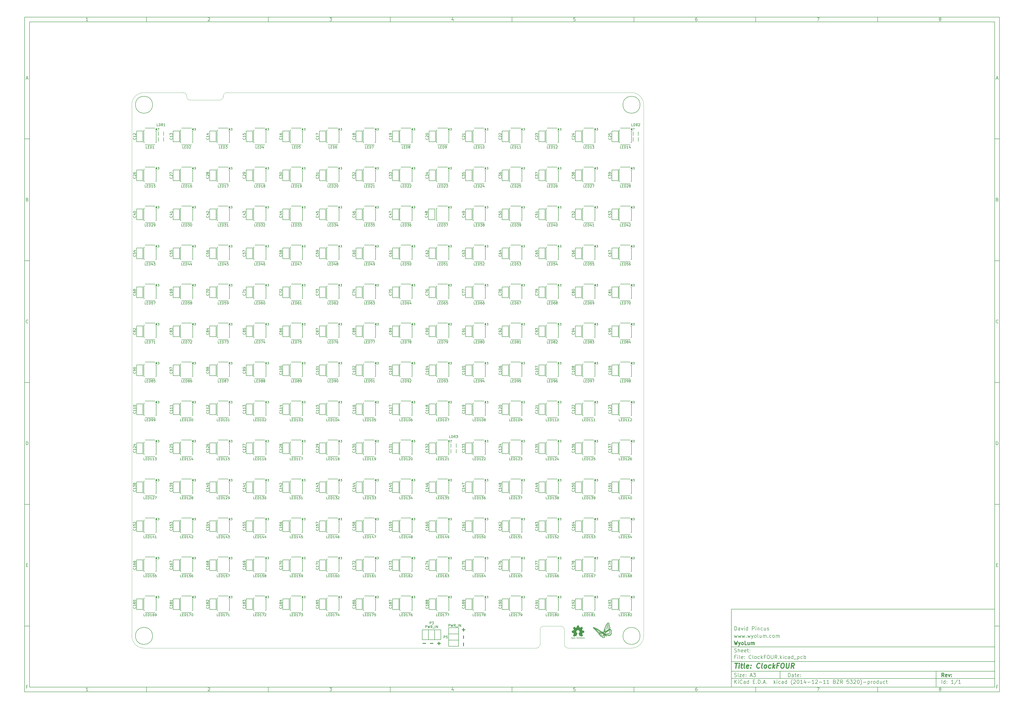
<source format=gto>
G04 #@! TF.FileFunction,Legend,Top*
%FSLAX46Y46*%
G04 Gerber Fmt 4.6, Leading zero omitted, Abs format (unit mm)*
G04 Created by KiCad (PCBNEW (2014-12-11 BZR 5320)-product) date Thu Jan 29 13:35:59 2015*
%MOMM*%
G01*
G04 APERTURE LIST*
%ADD10C,0.150000*%
%ADD11C,0.300000*%
%ADD12C,0.400000*%
%ADD13C,0.100000*%
%ADD14C,0.075000*%
%ADD15C,0.002540*%
%ADD16C,0.127000*%
%ADD17C,0.152400*%
%ADD18C,6.500000*%
%ADD19R,1.524000X1.524000*%
%ADD20R,1.600000X1.600000*%
%ADD21C,1.600000*%
%ADD22R,1.550000X1.350000*%
%ADD23R,1.016000X1.524000*%
%ADD24C,1.524000*%
%ADD25C,1.778000*%
%ADD26R,1.778000X1.778000*%
%ADD27C,2.000000*%
%ADD28O,4.200000X2.100000*%
%ADD29R,1.498600X1.300480*%
%ADD30C,1.800000*%
G04 APERTURE END LIST*
D10*
X299989000Y-253002200D02*
X299989000Y-285002200D01*
X407989000Y-285002200D01*
X407989000Y-253002200D01*
X299989000Y-253002200D01*
X10000000Y-10000000D02*
X10000000Y-287002200D01*
X409989000Y-287002200D01*
X409989000Y-10000000D01*
X10000000Y-10000000D01*
X12000000Y-12000000D02*
X12000000Y-285002200D01*
X407989000Y-285002200D01*
X407989000Y-12000000D01*
X12000000Y-12000000D01*
X60000000Y-12000000D02*
X60000000Y-10000000D01*
X110000000Y-12000000D02*
X110000000Y-10000000D01*
X160000000Y-12000000D02*
X160000000Y-10000000D01*
X210000000Y-12000000D02*
X210000000Y-10000000D01*
X260000000Y-12000000D02*
X260000000Y-10000000D01*
X310000000Y-12000000D02*
X310000000Y-10000000D01*
X360000000Y-12000000D02*
X360000000Y-10000000D01*
X35990476Y-11588095D02*
X35247619Y-11588095D01*
X35619048Y-11588095D02*
X35619048Y-10288095D01*
X35495238Y-10473810D01*
X35371429Y-10597619D01*
X35247619Y-10659524D01*
X85247619Y-10411905D02*
X85309524Y-10350000D01*
X85433333Y-10288095D01*
X85742857Y-10288095D01*
X85866667Y-10350000D01*
X85928571Y-10411905D01*
X85990476Y-10535714D01*
X85990476Y-10659524D01*
X85928571Y-10845238D01*
X85185714Y-11588095D01*
X85990476Y-11588095D01*
X135185714Y-10288095D02*
X135990476Y-10288095D01*
X135557143Y-10783333D01*
X135742857Y-10783333D01*
X135866667Y-10845238D01*
X135928571Y-10907143D01*
X135990476Y-11030952D01*
X135990476Y-11340476D01*
X135928571Y-11464286D01*
X135866667Y-11526190D01*
X135742857Y-11588095D01*
X135371429Y-11588095D01*
X135247619Y-11526190D01*
X135185714Y-11464286D01*
X185866667Y-10721429D02*
X185866667Y-11588095D01*
X185557143Y-10226190D02*
X185247619Y-11154762D01*
X186052381Y-11154762D01*
X235928571Y-10288095D02*
X235309524Y-10288095D01*
X235247619Y-10907143D01*
X235309524Y-10845238D01*
X235433333Y-10783333D01*
X235742857Y-10783333D01*
X235866667Y-10845238D01*
X235928571Y-10907143D01*
X235990476Y-11030952D01*
X235990476Y-11340476D01*
X235928571Y-11464286D01*
X235866667Y-11526190D01*
X235742857Y-11588095D01*
X235433333Y-11588095D01*
X235309524Y-11526190D01*
X235247619Y-11464286D01*
X285866667Y-10288095D02*
X285619048Y-10288095D01*
X285495238Y-10350000D01*
X285433333Y-10411905D01*
X285309524Y-10597619D01*
X285247619Y-10845238D01*
X285247619Y-11340476D01*
X285309524Y-11464286D01*
X285371429Y-11526190D01*
X285495238Y-11588095D01*
X285742857Y-11588095D01*
X285866667Y-11526190D01*
X285928571Y-11464286D01*
X285990476Y-11340476D01*
X285990476Y-11030952D01*
X285928571Y-10907143D01*
X285866667Y-10845238D01*
X285742857Y-10783333D01*
X285495238Y-10783333D01*
X285371429Y-10845238D01*
X285309524Y-10907143D01*
X285247619Y-11030952D01*
X335185714Y-10288095D02*
X336052381Y-10288095D01*
X335495238Y-11588095D01*
X385495238Y-10845238D02*
X385371429Y-10783333D01*
X385309524Y-10721429D01*
X385247619Y-10597619D01*
X385247619Y-10535714D01*
X385309524Y-10411905D01*
X385371429Y-10350000D01*
X385495238Y-10288095D01*
X385742857Y-10288095D01*
X385866667Y-10350000D01*
X385928571Y-10411905D01*
X385990476Y-10535714D01*
X385990476Y-10597619D01*
X385928571Y-10721429D01*
X385866667Y-10783333D01*
X385742857Y-10845238D01*
X385495238Y-10845238D01*
X385371429Y-10907143D01*
X385309524Y-10969048D01*
X385247619Y-11092857D01*
X385247619Y-11340476D01*
X385309524Y-11464286D01*
X385371429Y-11526190D01*
X385495238Y-11588095D01*
X385742857Y-11588095D01*
X385866667Y-11526190D01*
X385928571Y-11464286D01*
X385990476Y-11340476D01*
X385990476Y-11092857D01*
X385928571Y-10969048D01*
X385866667Y-10907143D01*
X385742857Y-10845238D01*
X60000000Y-285002200D02*
X60000000Y-287002200D01*
X110000000Y-285002200D02*
X110000000Y-287002200D01*
X160000000Y-285002200D02*
X160000000Y-287002200D01*
X210000000Y-285002200D02*
X210000000Y-287002200D01*
X260000000Y-285002200D02*
X260000000Y-287002200D01*
X310000000Y-285002200D02*
X310000000Y-287002200D01*
X360000000Y-285002200D02*
X360000000Y-287002200D01*
X35990476Y-286590295D02*
X35247619Y-286590295D01*
X35619048Y-286590295D02*
X35619048Y-285290295D01*
X35495238Y-285476010D01*
X35371429Y-285599819D01*
X35247619Y-285661724D01*
X85247619Y-285414105D02*
X85309524Y-285352200D01*
X85433333Y-285290295D01*
X85742857Y-285290295D01*
X85866667Y-285352200D01*
X85928571Y-285414105D01*
X85990476Y-285537914D01*
X85990476Y-285661724D01*
X85928571Y-285847438D01*
X85185714Y-286590295D01*
X85990476Y-286590295D01*
X135185714Y-285290295D02*
X135990476Y-285290295D01*
X135557143Y-285785533D01*
X135742857Y-285785533D01*
X135866667Y-285847438D01*
X135928571Y-285909343D01*
X135990476Y-286033152D01*
X135990476Y-286342676D01*
X135928571Y-286466486D01*
X135866667Y-286528390D01*
X135742857Y-286590295D01*
X135371429Y-286590295D01*
X135247619Y-286528390D01*
X135185714Y-286466486D01*
X185866667Y-285723629D02*
X185866667Y-286590295D01*
X185557143Y-285228390D02*
X185247619Y-286156962D01*
X186052381Y-286156962D01*
X235928571Y-285290295D02*
X235309524Y-285290295D01*
X235247619Y-285909343D01*
X235309524Y-285847438D01*
X235433333Y-285785533D01*
X235742857Y-285785533D01*
X235866667Y-285847438D01*
X235928571Y-285909343D01*
X235990476Y-286033152D01*
X235990476Y-286342676D01*
X235928571Y-286466486D01*
X235866667Y-286528390D01*
X235742857Y-286590295D01*
X235433333Y-286590295D01*
X235309524Y-286528390D01*
X235247619Y-286466486D01*
X285866667Y-285290295D02*
X285619048Y-285290295D01*
X285495238Y-285352200D01*
X285433333Y-285414105D01*
X285309524Y-285599819D01*
X285247619Y-285847438D01*
X285247619Y-286342676D01*
X285309524Y-286466486D01*
X285371429Y-286528390D01*
X285495238Y-286590295D01*
X285742857Y-286590295D01*
X285866667Y-286528390D01*
X285928571Y-286466486D01*
X285990476Y-286342676D01*
X285990476Y-286033152D01*
X285928571Y-285909343D01*
X285866667Y-285847438D01*
X285742857Y-285785533D01*
X285495238Y-285785533D01*
X285371429Y-285847438D01*
X285309524Y-285909343D01*
X285247619Y-286033152D01*
X335185714Y-285290295D02*
X336052381Y-285290295D01*
X335495238Y-286590295D01*
X385495238Y-285847438D02*
X385371429Y-285785533D01*
X385309524Y-285723629D01*
X385247619Y-285599819D01*
X385247619Y-285537914D01*
X385309524Y-285414105D01*
X385371429Y-285352200D01*
X385495238Y-285290295D01*
X385742857Y-285290295D01*
X385866667Y-285352200D01*
X385928571Y-285414105D01*
X385990476Y-285537914D01*
X385990476Y-285599819D01*
X385928571Y-285723629D01*
X385866667Y-285785533D01*
X385742857Y-285847438D01*
X385495238Y-285847438D01*
X385371429Y-285909343D01*
X385309524Y-285971248D01*
X385247619Y-286095057D01*
X385247619Y-286342676D01*
X385309524Y-286466486D01*
X385371429Y-286528390D01*
X385495238Y-286590295D01*
X385742857Y-286590295D01*
X385866667Y-286528390D01*
X385928571Y-286466486D01*
X385990476Y-286342676D01*
X385990476Y-286095057D01*
X385928571Y-285971248D01*
X385866667Y-285909343D01*
X385742857Y-285847438D01*
X10000000Y-60000000D02*
X12000000Y-60000000D01*
X10000000Y-110000000D02*
X12000000Y-110000000D01*
X10000000Y-160000000D02*
X12000000Y-160000000D01*
X10000000Y-210000000D02*
X12000000Y-210000000D01*
X10000000Y-260000000D02*
X12000000Y-260000000D01*
X10690476Y-35216667D02*
X11309524Y-35216667D01*
X10566667Y-35588095D02*
X11000000Y-34288095D01*
X11433333Y-35588095D01*
X11092857Y-84907143D02*
X11278571Y-84969048D01*
X11340476Y-85030952D01*
X11402381Y-85154762D01*
X11402381Y-85340476D01*
X11340476Y-85464286D01*
X11278571Y-85526190D01*
X11154762Y-85588095D01*
X10659524Y-85588095D01*
X10659524Y-84288095D01*
X11092857Y-84288095D01*
X11216667Y-84350000D01*
X11278571Y-84411905D01*
X11340476Y-84535714D01*
X11340476Y-84659524D01*
X11278571Y-84783333D01*
X11216667Y-84845238D01*
X11092857Y-84907143D01*
X10659524Y-84907143D01*
X11402381Y-135464286D02*
X11340476Y-135526190D01*
X11154762Y-135588095D01*
X11030952Y-135588095D01*
X10845238Y-135526190D01*
X10721429Y-135402381D01*
X10659524Y-135278571D01*
X10597619Y-135030952D01*
X10597619Y-134845238D01*
X10659524Y-134597619D01*
X10721429Y-134473810D01*
X10845238Y-134350000D01*
X11030952Y-134288095D01*
X11154762Y-134288095D01*
X11340476Y-134350000D01*
X11402381Y-134411905D01*
X10659524Y-185588095D02*
X10659524Y-184288095D01*
X10969048Y-184288095D01*
X11154762Y-184350000D01*
X11278571Y-184473810D01*
X11340476Y-184597619D01*
X11402381Y-184845238D01*
X11402381Y-185030952D01*
X11340476Y-185278571D01*
X11278571Y-185402381D01*
X11154762Y-185526190D01*
X10969048Y-185588095D01*
X10659524Y-185588095D01*
X10721429Y-234907143D02*
X11154762Y-234907143D01*
X11340476Y-235588095D02*
X10721429Y-235588095D01*
X10721429Y-234288095D01*
X11340476Y-234288095D01*
X11185714Y-284907143D02*
X10752381Y-284907143D01*
X10752381Y-285588095D02*
X10752381Y-284288095D01*
X11371428Y-284288095D01*
X409989000Y-60000000D02*
X407989000Y-60000000D01*
X409989000Y-110000000D02*
X407989000Y-110000000D01*
X409989000Y-160000000D02*
X407989000Y-160000000D01*
X409989000Y-210000000D02*
X407989000Y-210000000D01*
X409989000Y-260000000D02*
X407989000Y-260000000D01*
X408679476Y-35216667D02*
X409298524Y-35216667D01*
X408555667Y-35588095D02*
X408989000Y-34288095D01*
X409422333Y-35588095D01*
X409081857Y-84907143D02*
X409267571Y-84969048D01*
X409329476Y-85030952D01*
X409391381Y-85154762D01*
X409391381Y-85340476D01*
X409329476Y-85464286D01*
X409267571Y-85526190D01*
X409143762Y-85588095D01*
X408648524Y-85588095D01*
X408648524Y-84288095D01*
X409081857Y-84288095D01*
X409205667Y-84350000D01*
X409267571Y-84411905D01*
X409329476Y-84535714D01*
X409329476Y-84659524D01*
X409267571Y-84783333D01*
X409205667Y-84845238D01*
X409081857Y-84907143D01*
X408648524Y-84907143D01*
X409391381Y-135464286D02*
X409329476Y-135526190D01*
X409143762Y-135588095D01*
X409019952Y-135588095D01*
X408834238Y-135526190D01*
X408710429Y-135402381D01*
X408648524Y-135278571D01*
X408586619Y-135030952D01*
X408586619Y-134845238D01*
X408648524Y-134597619D01*
X408710429Y-134473810D01*
X408834238Y-134350000D01*
X409019952Y-134288095D01*
X409143762Y-134288095D01*
X409329476Y-134350000D01*
X409391381Y-134411905D01*
X408648524Y-185588095D02*
X408648524Y-184288095D01*
X408958048Y-184288095D01*
X409143762Y-184350000D01*
X409267571Y-184473810D01*
X409329476Y-184597619D01*
X409391381Y-184845238D01*
X409391381Y-185030952D01*
X409329476Y-185278571D01*
X409267571Y-185402381D01*
X409143762Y-185526190D01*
X408958048Y-185588095D01*
X408648524Y-185588095D01*
X408710429Y-234907143D02*
X409143762Y-234907143D01*
X409329476Y-235588095D02*
X408710429Y-235588095D01*
X408710429Y-234288095D01*
X409329476Y-234288095D01*
X409174714Y-284907143D02*
X408741381Y-284907143D01*
X408741381Y-285588095D02*
X408741381Y-284288095D01*
X409360428Y-284288095D01*
X323346143Y-280780771D02*
X323346143Y-279280771D01*
X323703286Y-279280771D01*
X323917571Y-279352200D01*
X324060429Y-279495057D01*
X324131857Y-279637914D01*
X324203286Y-279923629D01*
X324203286Y-280137914D01*
X324131857Y-280423629D01*
X324060429Y-280566486D01*
X323917571Y-280709343D01*
X323703286Y-280780771D01*
X323346143Y-280780771D01*
X325489000Y-280780771D02*
X325489000Y-279995057D01*
X325417571Y-279852200D01*
X325274714Y-279780771D01*
X324989000Y-279780771D01*
X324846143Y-279852200D01*
X325489000Y-280709343D02*
X325346143Y-280780771D01*
X324989000Y-280780771D01*
X324846143Y-280709343D01*
X324774714Y-280566486D01*
X324774714Y-280423629D01*
X324846143Y-280280771D01*
X324989000Y-280209343D01*
X325346143Y-280209343D01*
X325489000Y-280137914D01*
X325989000Y-279780771D02*
X326560429Y-279780771D01*
X326203286Y-279280771D02*
X326203286Y-280566486D01*
X326274714Y-280709343D01*
X326417572Y-280780771D01*
X326560429Y-280780771D01*
X327631857Y-280709343D02*
X327489000Y-280780771D01*
X327203286Y-280780771D01*
X327060429Y-280709343D01*
X326989000Y-280566486D01*
X326989000Y-279995057D01*
X327060429Y-279852200D01*
X327203286Y-279780771D01*
X327489000Y-279780771D01*
X327631857Y-279852200D01*
X327703286Y-279995057D01*
X327703286Y-280137914D01*
X326989000Y-280280771D01*
X328346143Y-280637914D02*
X328417571Y-280709343D01*
X328346143Y-280780771D01*
X328274714Y-280709343D01*
X328346143Y-280637914D01*
X328346143Y-280780771D01*
X328346143Y-279852200D02*
X328417571Y-279923629D01*
X328346143Y-279995057D01*
X328274714Y-279923629D01*
X328346143Y-279852200D01*
X328346143Y-279995057D01*
X299989000Y-281502200D02*
X407989000Y-281502200D01*
X301346143Y-283580771D02*
X301346143Y-282080771D01*
X302203286Y-283580771D02*
X301560429Y-282723629D01*
X302203286Y-282080771D02*
X301346143Y-282937914D01*
X302846143Y-283580771D02*
X302846143Y-282580771D01*
X302846143Y-282080771D02*
X302774714Y-282152200D01*
X302846143Y-282223629D01*
X302917571Y-282152200D01*
X302846143Y-282080771D01*
X302846143Y-282223629D01*
X304417572Y-283437914D02*
X304346143Y-283509343D01*
X304131857Y-283580771D01*
X303989000Y-283580771D01*
X303774715Y-283509343D01*
X303631857Y-283366486D01*
X303560429Y-283223629D01*
X303489000Y-282937914D01*
X303489000Y-282723629D01*
X303560429Y-282437914D01*
X303631857Y-282295057D01*
X303774715Y-282152200D01*
X303989000Y-282080771D01*
X304131857Y-282080771D01*
X304346143Y-282152200D01*
X304417572Y-282223629D01*
X305703286Y-283580771D02*
X305703286Y-282795057D01*
X305631857Y-282652200D01*
X305489000Y-282580771D01*
X305203286Y-282580771D01*
X305060429Y-282652200D01*
X305703286Y-283509343D02*
X305560429Y-283580771D01*
X305203286Y-283580771D01*
X305060429Y-283509343D01*
X304989000Y-283366486D01*
X304989000Y-283223629D01*
X305060429Y-283080771D01*
X305203286Y-283009343D01*
X305560429Y-283009343D01*
X305703286Y-282937914D01*
X307060429Y-283580771D02*
X307060429Y-282080771D01*
X307060429Y-283509343D02*
X306917572Y-283580771D01*
X306631858Y-283580771D01*
X306489000Y-283509343D01*
X306417572Y-283437914D01*
X306346143Y-283295057D01*
X306346143Y-282866486D01*
X306417572Y-282723629D01*
X306489000Y-282652200D01*
X306631858Y-282580771D01*
X306917572Y-282580771D01*
X307060429Y-282652200D01*
X308917572Y-282795057D02*
X309417572Y-282795057D01*
X309631858Y-283580771D02*
X308917572Y-283580771D01*
X308917572Y-282080771D01*
X309631858Y-282080771D01*
X310274715Y-283437914D02*
X310346143Y-283509343D01*
X310274715Y-283580771D01*
X310203286Y-283509343D01*
X310274715Y-283437914D01*
X310274715Y-283580771D01*
X310989001Y-283580771D02*
X310989001Y-282080771D01*
X311346144Y-282080771D01*
X311560429Y-282152200D01*
X311703287Y-282295057D01*
X311774715Y-282437914D01*
X311846144Y-282723629D01*
X311846144Y-282937914D01*
X311774715Y-283223629D01*
X311703287Y-283366486D01*
X311560429Y-283509343D01*
X311346144Y-283580771D01*
X310989001Y-283580771D01*
X312489001Y-283437914D02*
X312560429Y-283509343D01*
X312489001Y-283580771D01*
X312417572Y-283509343D01*
X312489001Y-283437914D01*
X312489001Y-283580771D01*
X313131858Y-283152200D02*
X313846144Y-283152200D01*
X312989001Y-283580771D02*
X313489001Y-282080771D01*
X313989001Y-283580771D01*
X314489001Y-283437914D02*
X314560429Y-283509343D01*
X314489001Y-283580771D01*
X314417572Y-283509343D01*
X314489001Y-283437914D01*
X314489001Y-283580771D01*
X317489001Y-283580771D02*
X317489001Y-282080771D01*
X317631858Y-283009343D02*
X318060429Y-283580771D01*
X318060429Y-282580771D02*
X317489001Y-283152200D01*
X318703287Y-283580771D02*
X318703287Y-282580771D01*
X318703287Y-282080771D02*
X318631858Y-282152200D01*
X318703287Y-282223629D01*
X318774715Y-282152200D01*
X318703287Y-282080771D01*
X318703287Y-282223629D01*
X320060430Y-283509343D02*
X319917573Y-283580771D01*
X319631859Y-283580771D01*
X319489001Y-283509343D01*
X319417573Y-283437914D01*
X319346144Y-283295057D01*
X319346144Y-282866486D01*
X319417573Y-282723629D01*
X319489001Y-282652200D01*
X319631859Y-282580771D01*
X319917573Y-282580771D01*
X320060430Y-282652200D01*
X321346144Y-283580771D02*
X321346144Y-282795057D01*
X321274715Y-282652200D01*
X321131858Y-282580771D01*
X320846144Y-282580771D01*
X320703287Y-282652200D01*
X321346144Y-283509343D02*
X321203287Y-283580771D01*
X320846144Y-283580771D01*
X320703287Y-283509343D01*
X320631858Y-283366486D01*
X320631858Y-283223629D01*
X320703287Y-283080771D01*
X320846144Y-283009343D01*
X321203287Y-283009343D01*
X321346144Y-282937914D01*
X322703287Y-283580771D02*
X322703287Y-282080771D01*
X322703287Y-283509343D02*
X322560430Y-283580771D01*
X322274716Y-283580771D01*
X322131858Y-283509343D01*
X322060430Y-283437914D01*
X321989001Y-283295057D01*
X321989001Y-282866486D01*
X322060430Y-282723629D01*
X322131858Y-282652200D01*
X322274716Y-282580771D01*
X322560430Y-282580771D01*
X322703287Y-282652200D01*
X324989001Y-284152200D02*
X324917573Y-284080771D01*
X324774716Y-283866486D01*
X324703287Y-283723629D01*
X324631858Y-283509343D01*
X324560430Y-283152200D01*
X324560430Y-282866486D01*
X324631858Y-282509343D01*
X324703287Y-282295057D01*
X324774716Y-282152200D01*
X324917573Y-281937914D01*
X324989001Y-281866486D01*
X325489001Y-282223629D02*
X325560430Y-282152200D01*
X325703287Y-282080771D01*
X326060430Y-282080771D01*
X326203287Y-282152200D01*
X326274716Y-282223629D01*
X326346144Y-282366486D01*
X326346144Y-282509343D01*
X326274716Y-282723629D01*
X325417573Y-283580771D01*
X326346144Y-283580771D01*
X327274715Y-282080771D02*
X327417572Y-282080771D01*
X327560429Y-282152200D01*
X327631858Y-282223629D01*
X327703287Y-282366486D01*
X327774715Y-282652200D01*
X327774715Y-283009343D01*
X327703287Y-283295057D01*
X327631858Y-283437914D01*
X327560429Y-283509343D01*
X327417572Y-283580771D01*
X327274715Y-283580771D01*
X327131858Y-283509343D01*
X327060429Y-283437914D01*
X326989001Y-283295057D01*
X326917572Y-283009343D01*
X326917572Y-282652200D01*
X326989001Y-282366486D01*
X327060429Y-282223629D01*
X327131858Y-282152200D01*
X327274715Y-282080771D01*
X329203286Y-283580771D02*
X328346143Y-283580771D01*
X328774715Y-283580771D02*
X328774715Y-282080771D01*
X328631858Y-282295057D01*
X328489000Y-282437914D01*
X328346143Y-282509343D01*
X330489000Y-282580771D02*
X330489000Y-283580771D01*
X330131857Y-282009343D02*
X329774714Y-283080771D01*
X330703286Y-283080771D01*
X331274714Y-283009343D02*
X332417571Y-283009343D01*
X333917571Y-283580771D02*
X333060428Y-283580771D01*
X333489000Y-283580771D02*
X333489000Y-282080771D01*
X333346143Y-282295057D01*
X333203285Y-282437914D01*
X333060428Y-282509343D01*
X334488999Y-282223629D02*
X334560428Y-282152200D01*
X334703285Y-282080771D01*
X335060428Y-282080771D01*
X335203285Y-282152200D01*
X335274714Y-282223629D01*
X335346142Y-282366486D01*
X335346142Y-282509343D01*
X335274714Y-282723629D01*
X334417571Y-283580771D01*
X335346142Y-283580771D01*
X335988999Y-283009343D02*
X337131856Y-283009343D01*
X338631856Y-283580771D02*
X337774713Y-283580771D01*
X338203285Y-283580771D02*
X338203285Y-282080771D01*
X338060428Y-282295057D01*
X337917570Y-282437914D01*
X337774713Y-282509343D01*
X340060427Y-283580771D02*
X339203284Y-283580771D01*
X339631856Y-283580771D02*
X339631856Y-282080771D01*
X339488999Y-282295057D01*
X339346141Y-282437914D01*
X339203284Y-282509343D01*
X342346141Y-282795057D02*
X342560427Y-282866486D01*
X342631855Y-282937914D01*
X342703284Y-283080771D01*
X342703284Y-283295057D01*
X342631855Y-283437914D01*
X342560427Y-283509343D01*
X342417569Y-283580771D01*
X341846141Y-283580771D01*
X341846141Y-282080771D01*
X342346141Y-282080771D01*
X342488998Y-282152200D01*
X342560427Y-282223629D01*
X342631855Y-282366486D01*
X342631855Y-282509343D01*
X342560427Y-282652200D01*
X342488998Y-282723629D01*
X342346141Y-282795057D01*
X341846141Y-282795057D01*
X343203284Y-282080771D02*
X344203284Y-282080771D01*
X343203284Y-283580771D01*
X344203284Y-283580771D01*
X345631855Y-283580771D02*
X345131855Y-282866486D01*
X344774712Y-283580771D02*
X344774712Y-282080771D01*
X345346140Y-282080771D01*
X345488998Y-282152200D01*
X345560426Y-282223629D01*
X345631855Y-282366486D01*
X345631855Y-282580771D01*
X345560426Y-282723629D01*
X345488998Y-282795057D01*
X345346140Y-282866486D01*
X344774712Y-282866486D01*
X348131855Y-282080771D02*
X347417569Y-282080771D01*
X347346140Y-282795057D01*
X347417569Y-282723629D01*
X347560426Y-282652200D01*
X347917569Y-282652200D01*
X348060426Y-282723629D01*
X348131855Y-282795057D01*
X348203283Y-282937914D01*
X348203283Y-283295057D01*
X348131855Y-283437914D01*
X348060426Y-283509343D01*
X347917569Y-283580771D01*
X347560426Y-283580771D01*
X347417569Y-283509343D01*
X347346140Y-283437914D01*
X348703283Y-282080771D02*
X349631854Y-282080771D01*
X349131854Y-282652200D01*
X349346140Y-282652200D01*
X349488997Y-282723629D01*
X349560426Y-282795057D01*
X349631854Y-282937914D01*
X349631854Y-283295057D01*
X349560426Y-283437914D01*
X349488997Y-283509343D01*
X349346140Y-283580771D01*
X348917568Y-283580771D01*
X348774711Y-283509343D01*
X348703283Y-283437914D01*
X350203282Y-282223629D02*
X350274711Y-282152200D01*
X350417568Y-282080771D01*
X350774711Y-282080771D01*
X350917568Y-282152200D01*
X350988997Y-282223629D01*
X351060425Y-282366486D01*
X351060425Y-282509343D01*
X350988997Y-282723629D01*
X350131854Y-283580771D01*
X351060425Y-283580771D01*
X351988996Y-282080771D02*
X352131853Y-282080771D01*
X352274710Y-282152200D01*
X352346139Y-282223629D01*
X352417568Y-282366486D01*
X352488996Y-282652200D01*
X352488996Y-283009343D01*
X352417568Y-283295057D01*
X352346139Y-283437914D01*
X352274710Y-283509343D01*
X352131853Y-283580771D01*
X351988996Y-283580771D01*
X351846139Y-283509343D01*
X351774710Y-283437914D01*
X351703282Y-283295057D01*
X351631853Y-283009343D01*
X351631853Y-282652200D01*
X351703282Y-282366486D01*
X351774710Y-282223629D01*
X351846139Y-282152200D01*
X351988996Y-282080771D01*
X352988996Y-284152200D02*
X353060424Y-284080771D01*
X353203281Y-283866486D01*
X353274710Y-283723629D01*
X353346139Y-283509343D01*
X353417567Y-283152200D01*
X353417567Y-282866486D01*
X353346139Y-282509343D01*
X353274710Y-282295057D01*
X353203281Y-282152200D01*
X353060424Y-281937914D01*
X352988996Y-281866486D01*
X354131853Y-283009343D02*
X355274710Y-283009343D01*
X355988996Y-282580771D02*
X355988996Y-284080771D01*
X355988996Y-282652200D02*
X356131853Y-282580771D01*
X356417567Y-282580771D01*
X356560424Y-282652200D01*
X356631853Y-282723629D01*
X356703282Y-282866486D01*
X356703282Y-283295057D01*
X356631853Y-283437914D01*
X356560424Y-283509343D01*
X356417567Y-283580771D01*
X356131853Y-283580771D01*
X355988996Y-283509343D01*
X357346139Y-283580771D02*
X357346139Y-282580771D01*
X357346139Y-282866486D02*
X357417567Y-282723629D01*
X357488996Y-282652200D01*
X357631853Y-282580771D01*
X357774710Y-282580771D01*
X358488996Y-283580771D02*
X358346138Y-283509343D01*
X358274710Y-283437914D01*
X358203281Y-283295057D01*
X358203281Y-282866486D01*
X358274710Y-282723629D01*
X358346138Y-282652200D01*
X358488996Y-282580771D01*
X358703281Y-282580771D01*
X358846138Y-282652200D01*
X358917567Y-282723629D01*
X358988996Y-282866486D01*
X358988996Y-283295057D01*
X358917567Y-283437914D01*
X358846138Y-283509343D01*
X358703281Y-283580771D01*
X358488996Y-283580771D01*
X360274710Y-283580771D02*
X360274710Y-282080771D01*
X360274710Y-283509343D02*
X360131853Y-283580771D01*
X359846139Y-283580771D01*
X359703281Y-283509343D01*
X359631853Y-283437914D01*
X359560424Y-283295057D01*
X359560424Y-282866486D01*
X359631853Y-282723629D01*
X359703281Y-282652200D01*
X359846139Y-282580771D01*
X360131853Y-282580771D01*
X360274710Y-282652200D01*
X361631853Y-282580771D02*
X361631853Y-283580771D01*
X360988996Y-282580771D02*
X360988996Y-283366486D01*
X361060424Y-283509343D01*
X361203282Y-283580771D01*
X361417567Y-283580771D01*
X361560424Y-283509343D01*
X361631853Y-283437914D01*
X362988996Y-283509343D02*
X362846139Y-283580771D01*
X362560425Y-283580771D01*
X362417567Y-283509343D01*
X362346139Y-283437914D01*
X362274710Y-283295057D01*
X362274710Y-282866486D01*
X362346139Y-282723629D01*
X362417567Y-282652200D01*
X362560425Y-282580771D01*
X362846139Y-282580771D01*
X362988996Y-282652200D01*
X363417567Y-282580771D02*
X363988996Y-282580771D01*
X363631853Y-282080771D02*
X363631853Y-283366486D01*
X363703281Y-283509343D01*
X363846139Y-283580771D01*
X363988996Y-283580771D01*
X299989000Y-278502200D02*
X407989000Y-278502200D01*
D11*
X387203286Y-280780771D02*
X386703286Y-280066486D01*
X386346143Y-280780771D02*
X386346143Y-279280771D01*
X386917571Y-279280771D01*
X387060429Y-279352200D01*
X387131857Y-279423629D01*
X387203286Y-279566486D01*
X387203286Y-279780771D01*
X387131857Y-279923629D01*
X387060429Y-279995057D01*
X386917571Y-280066486D01*
X386346143Y-280066486D01*
X388417571Y-280709343D02*
X388274714Y-280780771D01*
X387989000Y-280780771D01*
X387846143Y-280709343D01*
X387774714Y-280566486D01*
X387774714Y-279995057D01*
X387846143Y-279852200D01*
X387989000Y-279780771D01*
X388274714Y-279780771D01*
X388417571Y-279852200D01*
X388489000Y-279995057D01*
X388489000Y-280137914D01*
X387774714Y-280280771D01*
X388989000Y-279780771D02*
X389346143Y-280780771D01*
X389703285Y-279780771D01*
X390274714Y-280637914D02*
X390346142Y-280709343D01*
X390274714Y-280780771D01*
X390203285Y-280709343D01*
X390274714Y-280637914D01*
X390274714Y-280780771D01*
X390274714Y-279852200D02*
X390346142Y-279923629D01*
X390274714Y-279995057D01*
X390203285Y-279923629D01*
X390274714Y-279852200D01*
X390274714Y-279995057D01*
D10*
X301274714Y-280709343D02*
X301489000Y-280780771D01*
X301846143Y-280780771D01*
X301989000Y-280709343D01*
X302060429Y-280637914D01*
X302131857Y-280495057D01*
X302131857Y-280352200D01*
X302060429Y-280209343D01*
X301989000Y-280137914D01*
X301846143Y-280066486D01*
X301560429Y-279995057D01*
X301417571Y-279923629D01*
X301346143Y-279852200D01*
X301274714Y-279709343D01*
X301274714Y-279566486D01*
X301346143Y-279423629D01*
X301417571Y-279352200D01*
X301560429Y-279280771D01*
X301917571Y-279280771D01*
X302131857Y-279352200D01*
X302774714Y-280780771D02*
X302774714Y-279780771D01*
X302774714Y-279280771D02*
X302703285Y-279352200D01*
X302774714Y-279423629D01*
X302846142Y-279352200D01*
X302774714Y-279280771D01*
X302774714Y-279423629D01*
X303346143Y-279780771D02*
X304131857Y-279780771D01*
X303346143Y-280780771D01*
X304131857Y-280780771D01*
X305274714Y-280709343D02*
X305131857Y-280780771D01*
X304846143Y-280780771D01*
X304703286Y-280709343D01*
X304631857Y-280566486D01*
X304631857Y-279995057D01*
X304703286Y-279852200D01*
X304846143Y-279780771D01*
X305131857Y-279780771D01*
X305274714Y-279852200D01*
X305346143Y-279995057D01*
X305346143Y-280137914D01*
X304631857Y-280280771D01*
X305989000Y-280637914D02*
X306060428Y-280709343D01*
X305989000Y-280780771D01*
X305917571Y-280709343D01*
X305989000Y-280637914D01*
X305989000Y-280780771D01*
X305989000Y-279852200D02*
X306060428Y-279923629D01*
X305989000Y-279995057D01*
X305917571Y-279923629D01*
X305989000Y-279852200D01*
X305989000Y-279995057D01*
X307774714Y-280352200D02*
X308489000Y-280352200D01*
X307631857Y-280780771D02*
X308131857Y-279280771D01*
X308631857Y-280780771D01*
X308989000Y-279280771D02*
X309917571Y-279280771D01*
X309417571Y-279852200D01*
X309631857Y-279852200D01*
X309774714Y-279923629D01*
X309846143Y-279995057D01*
X309917571Y-280137914D01*
X309917571Y-280495057D01*
X309846143Y-280637914D01*
X309774714Y-280709343D01*
X309631857Y-280780771D01*
X309203285Y-280780771D01*
X309060428Y-280709343D01*
X308989000Y-280637914D01*
X386346143Y-283580771D02*
X386346143Y-282080771D01*
X387703286Y-283580771D02*
X387703286Y-282080771D01*
X387703286Y-283509343D02*
X387560429Y-283580771D01*
X387274715Y-283580771D01*
X387131857Y-283509343D01*
X387060429Y-283437914D01*
X386989000Y-283295057D01*
X386989000Y-282866486D01*
X387060429Y-282723629D01*
X387131857Y-282652200D01*
X387274715Y-282580771D01*
X387560429Y-282580771D01*
X387703286Y-282652200D01*
X388417572Y-283437914D02*
X388489000Y-283509343D01*
X388417572Y-283580771D01*
X388346143Y-283509343D01*
X388417572Y-283437914D01*
X388417572Y-283580771D01*
X388417572Y-282652200D02*
X388489000Y-282723629D01*
X388417572Y-282795057D01*
X388346143Y-282723629D01*
X388417572Y-282652200D01*
X388417572Y-282795057D01*
X391060429Y-283580771D02*
X390203286Y-283580771D01*
X390631858Y-283580771D02*
X390631858Y-282080771D01*
X390489001Y-282295057D01*
X390346143Y-282437914D01*
X390203286Y-282509343D01*
X392774714Y-282009343D02*
X391489000Y-283937914D01*
X394060429Y-283580771D02*
X393203286Y-283580771D01*
X393631858Y-283580771D02*
X393631858Y-282080771D01*
X393489001Y-282295057D01*
X393346143Y-282437914D01*
X393203286Y-282509343D01*
X299989000Y-274502200D02*
X407989000Y-274502200D01*
D12*
X301441381Y-275206962D02*
X302584238Y-275206962D01*
X301762810Y-277206962D02*
X302012810Y-275206962D01*
X303000905Y-277206962D02*
X303167571Y-275873629D01*
X303250905Y-275206962D02*
X303143762Y-275302200D01*
X303227095Y-275397438D01*
X303334239Y-275302200D01*
X303250905Y-275206962D01*
X303227095Y-275397438D01*
X303834238Y-275873629D02*
X304596143Y-275873629D01*
X304203286Y-275206962D02*
X303989000Y-276921248D01*
X304060430Y-277111724D01*
X304239001Y-277206962D01*
X304429477Y-277206962D01*
X305381858Y-277206962D02*
X305203287Y-277111724D01*
X305131857Y-276921248D01*
X305346143Y-275206962D01*
X306917572Y-277111724D02*
X306715191Y-277206962D01*
X306334239Y-277206962D01*
X306155667Y-277111724D01*
X306084238Y-276921248D01*
X306179476Y-276159343D01*
X306298524Y-275968867D01*
X306500905Y-275873629D01*
X306881857Y-275873629D01*
X307060429Y-275968867D01*
X307131857Y-276159343D01*
X307108048Y-276349819D01*
X306131857Y-276540295D01*
X307881857Y-277016486D02*
X307965192Y-277111724D01*
X307858048Y-277206962D01*
X307774715Y-277111724D01*
X307881857Y-277016486D01*
X307858048Y-277206962D01*
X308012810Y-275968867D02*
X308096144Y-276064105D01*
X307989000Y-276159343D01*
X307905667Y-276064105D01*
X308012810Y-275968867D01*
X307989000Y-276159343D01*
X311500906Y-277016486D02*
X311393764Y-277111724D01*
X311096144Y-277206962D01*
X310905668Y-277206962D01*
X310631859Y-277111724D01*
X310465192Y-276921248D01*
X310393763Y-276730771D01*
X310346144Y-276349819D01*
X310381858Y-276064105D01*
X310524715Y-275683152D01*
X310643764Y-275492676D01*
X310858049Y-275302200D01*
X311155668Y-275206962D01*
X311346144Y-275206962D01*
X311619954Y-275302200D01*
X311703287Y-275397438D01*
X312619954Y-277206962D02*
X312441383Y-277111724D01*
X312369953Y-276921248D01*
X312584239Y-275206962D01*
X313667573Y-277206962D02*
X313489002Y-277111724D01*
X313405667Y-277016486D01*
X313334239Y-276826010D01*
X313405667Y-276254581D01*
X313524715Y-276064105D01*
X313631859Y-275968867D01*
X313834239Y-275873629D01*
X314119953Y-275873629D01*
X314298525Y-275968867D01*
X314381858Y-276064105D01*
X314453286Y-276254581D01*
X314381858Y-276826010D01*
X314262810Y-277016486D01*
X314155668Y-277111724D01*
X313953287Y-277206962D01*
X313667573Y-277206962D01*
X316060430Y-277111724D02*
X315858049Y-277206962D01*
X315477097Y-277206962D01*
X315298526Y-277111724D01*
X315215191Y-277016486D01*
X315143763Y-276826010D01*
X315215191Y-276254581D01*
X315334239Y-276064105D01*
X315441383Y-275968867D01*
X315643763Y-275873629D01*
X316024715Y-275873629D01*
X316203287Y-275968867D01*
X316905668Y-277206962D02*
X317155668Y-275206962D01*
X317191383Y-276445057D02*
X317667573Y-277206962D01*
X317834239Y-275873629D02*
X316977096Y-276635533D01*
X319322335Y-276159343D02*
X318655668Y-276159343D01*
X318524716Y-277206962D02*
X318774716Y-275206962D01*
X319727097Y-275206962D01*
X320869955Y-275206962D02*
X321250907Y-275206962D01*
X321429478Y-275302200D01*
X321596146Y-275492676D01*
X321643764Y-275873629D01*
X321560431Y-276540295D01*
X321417574Y-276921248D01*
X321203288Y-277111724D01*
X321000907Y-277206962D01*
X320619955Y-277206962D01*
X320441384Y-277111724D01*
X320274716Y-276921248D01*
X320227097Y-276540295D01*
X320310430Y-275873629D01*
X320453288Y-275492676D01*
X320667574Y-275302200D01*
X320869955Y-275206962D01*
X322584240Y-275206962D02*
X322381859Y-276826010D01*
X322453288Y-277016486D01*
X322536622Y-277111724D01*
X322715193Y-277206962D01*
X323096145Y-277206962D01*
X323298526Y-277111724D01*
X323405669Y-277016486D01*
X323524717Y-276826010D01*
X323727098Y-275206962D01*
X325572336Y-277206962D02*
X325024716Y-276254581D01*
X324429478Y-277206962D02*
X324679478Y-275206962D01*
X325441383Y-275206962D01*
X325619954Y-275302200D01*
X325703288Y-275397438D01*
X325774717Y-275587914D01*
X325739002Y-275873629D01*
X325619955Y-276064105D01*
X325512811Y-276159343D01*
X325310430Y-276254581D01*
X324548525Y-276254581D01*
D10*
X301846143Y-272595057D02*
X301346143Y-272595057D01*
X301346143Y-273380771D02*
X301346143Y-271880771D01*
X302060429Y-271880771D01*
X302631857Y-273380771D02*
X302631857Y-272380771D01*
X302631857Y-271880771D02*
X302560428Y-271952200D01*
X302631857Y-272023629D01*
X302703285Y-271952200D01*
X302631857Y-271880771D01*
X302631857Y-272023629D01*
X303560429Y-273380771D02*
X303417571Y-273309343D01*
X303346143Y-273166486D01*
X303346143Y-271880771D01*
X304703285Y-273309343D02*
X304560428Y-273380771D01*
X304274714Y-273380771D01*
X304131857Y-273309343D01*
X304060428Y-273166486D01*
X304060428Y-272595057D01*
X304131857Y-272452200D01*
X304274714Y-272380771D01*
X304560428Y-272380771D01*
X304703285Y-272452200D01*
X304774714Y-272595057D01*
X304774714Y-272737914D01*
X304060428Y-272880771D01*
X305417571Y-273237914D02*
X305488999Y-273309343D01*
X305417571Y-273380771D01*
X305346142Y-273309343D01*
X305417571Y-273237914D01*
X305417571Y-273380771D01*
X305417571Y-272452200D02*
X305488999Y-272523629D01*
X305417571Y-272595057D01*
X305346142Y-272523629D01*
X305417571Y-272452200D01*
X305417571Y-272595057D01*
X308131857Y-273237914D02*
X308060428Y-273309343D01*
X307846142Y-273380771D01*
X307703285Y-273380771D01*
X307489000Y-273309343D01*
X307346142Y-273166486D01*
X307274714Y-273023629D01*
X307203285Y-272737914D01*
X307203285Y-272523629D01*
X307274714Y-272237914D01*
X307346142Y-272095057D01*
X307489000Y-271952200D01*
X307703285Y-271880771D01*
X307846142Y-271880771D01*
X308060428Y-271952200D01*
X308131857Y-272023629D01*
X308989000Y-273380771D02*
X308846142Y-273309343D01*
X308774714Y-273166486D01*
X308774714Y-271880771D01*
X309774714Y-273380771D02*
X309631856Y-273309343D01*
X309560428Y-273237914D01*
X309488999Y-273095057D01*
X309488999Y-272666486D01*
X309560428Y-272523629D01*
X309631856Y-272452200D01*
X309774714Y-272380771D01*
X309988999Y-272380771D01*
X310131856Y-272452200D01*
X310203285Y-272523629D01*
X310274714Y-272666486D01*
X310274714Y-273095057D01*
X310203285Y-273237914D01*
X310131856Y-273309343D01*
X309988999Y-273380771D01*
X309774714Y-273380771D01*
X311560428Y-273309343D02*
X311417571Y-273380771D01*
X311131857Y-273380771D01*
X310988999Y-273309343D01*
X310917571Y-273237914D01*
X310846142Y-273095057D01*
X310846142Y-272666486D01*
X310917571Y-272523629D01*
X310988999Y-272452200D01*
X311131857Y-272380771D01*
X311417571Y-272380771D01*
X311560428Y-272452200D01*
X312203285Y-273380771D02*
X312203285Y-271880771D01*
X312346142Y-272809343D02*
X312774713Y-273380771D01*
X312774713Y-272380771D02*
X312203285Y-272952200D01*
X313917571Y-272595057D02*
X313417571Y-272595057D01*
X313417571Y-273380771D02*
X313417571Y-271880771D01*
X314131857Y-271880771D01*
X314988999Y-271880771D02*
X315274713Y-271880771D01*
X315417571Y-271952200D01*
X315560428Y-272095057D01*
X315631856Y-272380771D01*
X315631856Y-272880771D01*
X315560428Y-273166486D01*
X315417571Y-273309343D01*
X315274713Y-273380771D01*
X314988999Y-273380771D01*
X314846142Y-273309343D01*
X314703285Y-273166486D01*
X314631856Y-272880771D01*
X314631856Y-272380771D01*
X314703285Y-272095057D01*
X314846142Y-271952200D01*
X314988999Y-271880771D01*
X316274714Y-271880771D02*
X316274714Y-273095057D01*
X316346142Y-273237914D01*
X316417571Y-273309343D01*
X316560428Y-273380771D01*
X316846142Y-273380771D01*
X316989000Y-273309343D01*
X317060428Y-273237914D01*
X317131857Y-273095057D01*
X317131857Y-271880771D01*
X318703286Y-273380771D02*
X318203286Y-272666486D01*
X317846143Y-273380771D02*
X317846143Y-271880771D01*
X318417571Y-271880771D01*
X318560429Y-271952200D01*
X318631857Y-272023629D01*
X318703286Y-272166486D01*
X318703286Y-272380771D01*
X318631857Y-272523629D01*
X318560429Y-272595057D01*
X318417571Y-272666486D01*
X317846143Y-272666486D01*
X319346143Y-273237914D02*
X319417571Y-273309343D01*
X319346143Y-273380771D01*
X319274714Y-273309343D01*
X319346143Y-273237914D01*
X319346143Y-273380771D01*
X320060429Y-273380771D02*
X320060429Y-271880771D01*
X320203286Y-272809343D02*
X320631857Y-273380771D01*
X320631857Y-272380771D02*
X320060429Y-272952200D01*
X321274715Y-273380771D02*
X321274715Y-272380771D01*
X321274715Y-271880771D02*
X321203286Y-271952200D01*
X321274715Y-272023629D01*
X321346143Y-271952200D01*
X321274715Y-271880771D01*
X321274715Y-272023629D01*
X322631858Y-273309343D02*
X322489001Y-273380771D01*
X322203287Y-273380771D01*
X322060429Y-273309343D01*
X321989001Y-273237914D01*
X321917572Y-273095057D01*
X321917572Y-272666486D01*
X321989001Y-272523629D01*
X322060429Y-272452200D01*
X322203287Y-272380771D01*
X322489001Y-272380771D01*
X322631858Y-272452200D01*
X323917572Y-273380771D02*
X323917572Y-272595057D01*
X323846143Y-272452200D01*
X323703286Y-272380771D01*
X323417572Y-272380771D01*
X323274715Y-272452200D01*
X323917572Y-273309343D02*
X323774715Y-273380771D01*
X323417572Y-273380771D01*
X323274715Y-273309343D01*
X323203286Y-273166486D01*
X323203286Y-273023629D01*
X323274715Y-272880771D01*
X323417572Y-272809343D01*
X323774715Y-272809343D01*
X323917572Y-272737914D01*
X325274715Y-273380771D02*
X325274715Y-271880771D01*
X325274715Y-273309343D02*
X325131858Y-273380771D01*
X324846144Y-273380771D01*
X324703286Y-273309343D01*
X324631858Y-273237914D01*
X324560429Y-273095057D01*
X324560429Y-272666486D01*
X324631858Y-272523629D01*
X324703286Y-272452200D01*
X324846144Y-272380771D01*
X325131858Y-272380771D01*
X325274715Y-272452200D01*
X325631858Y-273523629D02*
X326774715Y-273523629D01*
X327131858Y-272380771D02*
X327131858Y-273880771D01*
X327131858Y-272452200D02*
X327274715Y-272380771D01*
X327560429Y-272380771D01*
X327703286Y-272452200D01*
X327774715Y-272523629D01*
X327846144Y-272666486D01*
X327846144Y-273095057D01*
X327774715Y-273237914D01*
X327703286Y-273309343D01*
X327560429Y-273380771D01*
X327274715Y-273380771D01*
X327131858Y-273309343D01*
X329131858Y-273309343D02*
X328989001Y-273380771D01*
X328703287Y-273380771D01*
X328560429Y-273309343D01*
X328489001Y-273237914D01*
X328417572Y-273095057D01*
X328417572Y-272666486D01*
X328489001Y-272523629D01*
X328560429Y-272452200D01*
X328703287Y-272380771D01*
X328989001Y-272380771D01*
X329131858Y-272452200D01*
X329774715Y-273380771D02*
X329774715Y-271880771D01*
X329774715Y-272452200D02*
X329917572Y-272380771D01*
X330203286Y-272380771D01*
X330346143Y-272452200D01*
X330417572Y-272523629D01*
X330489001Y-272666486D01*
X330489001Y-273095057D01*
X330417572Y-273237914D01*
X330346143Y-273309343D01*
X330203286Y-273380771D01*
X329917572Y-273380771D01*
X329774715Y-273309343D01*
X299989000Y-268502200D02*
X407989000Y-268502200D01*
X301274714Y-270609343D02*
X301489000Y-270680771D01*
X301846143Y-270680771D01*
X301989000Y-270609343D01*
X302060429Y-270537914D01*
X302131857Y-270395057D01*
X302131857Y-270252200D01*
X302060429Y-270109343D01*
X301989000Y-270037914D01*
X301846143Y-269966486D01*
X301560429Y-269895057D01*
X301417571Y-269823629D01*
X301346143Y-269752200D01*
X301274714Y-269609343D01*
X301274714Y-269466486D01*
X301346143Y-269323629D01*
X301417571Y-269252200D01*
X301560429Y-269180771D01*
X301917571Y-269180771D01*
X302131857Y-269252200D01*
X302774714Y-270680771D02*
X302774714Y-269180771D01*
X303417571Y-270680771D02*
X303417571Y-269895057D01*
X303346142Y-269752200D01*
X303203285Y-269680771D01*
X302989000Y-269680771D01*
X302846142Y-269752200D01*
X302774714Y-269823629D01*
X304703285Y-270609343D02*
X304560428Y-270680771D01*
X304274714Y-270680771D01*
X304131857Y-270609343D01*
X304060428Y-270466486D01*
X304060428Y-269895057D01*
X304131857Y-269752200D01*
X304274714Y-269680771D01*
X304560428Y-269680771D01*
X304703285Y-269752200D01*
X304774714Y-269895057D01*
X304774714Y-270037914D01*
X304060428Y-270180771D01*
X305988999Y-270609343D02*
X305846142Y-270680771D01*
X305560428Y-270680771D01*
X305417571Y-270609343D01*
X305346142Y-270466486D01*
X305346142Y-269895057D01*
X305417571Y-269752200D01*
X305560428Y-269680771D01*
X305846142Y-269680771D01*
X305988999Y-269752200D01*
X306060428Y-269895057D01*
X306060428Y-270037914D01*
X305346142Y-270180771D01*
X306488999Y-269680771D02*
X307060428Y-269680771D01*
X306703285Y-269180771D02*
X306703285Y-270466486D01*
X306774713Y-270609343D01*
X306917571Y-270680771D01*
X307060428Y-270680771D01*
X307560428Y-270537914D02*
X307631856Y-270609343D01*
X307560428Y-270680771D01*
X307488999Y-270609343D01*
X307560428Y-270537914D01*
X307560428Y-270680771D01*
X307560428Y-269752200D02*
X307631856Y-269823629D01*
X307560428Y-269895057D01*
X307488999Y-269823629D01*
X307560428Y-269752200D01*
X307560428Y-269895057D01*
D11*
X301203286Y-266180771D02*
X301560429Y-267680771D01*
X301846143Y-266609343D01*
X302131857Y-267680771D01*
X302489000Y-266180771D01*
X302917572Y-266680771D02*
X303274715Y-267680771D01*
X303631857Y-266680771D02*
X303274715Y-267680771D01*
X303131857Y-268037914D01*
X303060429Y-268109343D01*
X302917572Y-268180771D01*
X304417572Y-267680771D02*
X304274714Y-267609343D01*
X304203286Y-267537914D01*
X304131857Y-267395057D01*
X304131857Y-266966486D01*
X304203286Y-266823629D01*
X304274714Y-266752200D01*
X304417572Y-266680771D01*
X304631857Y-266680771D01*
X304774714Y-266752200D01*
X304846143Y-266823629D01*
X304917572Y-266966486D01*
X304917572Y-267395057D01*
X304846143Y-267537914D01*
X304774714Y-267609343D01*
X304631857Y-267680771D01*
X304417572Y-267680771D01*
X306274715Y-267680771D02*
X305560429Y-267680771D01*
X305560429Y-266180771D01*
X307417572Y-266680771D02*
X307417572Y-267680771D01*
X306774715Y-266680771D02*
X306774715Y-267466486D01*
X306846143Y-267609343D01*
X306989001Y-267680771D01*
X307203286Y-267680771D01*
X307346143Y-267609343D01*
X307417572Y-267537914D01*
X308131858Y-267680771D02*
X308131858Y-266680771D01*
X308131858Y-266823629D02*
X308203286Y-266752200D01*
X308346144Y-266680771D01*
X308560429Y-266680771D01*
X308703286Y-266752200D01*
X308774715Y-266895057D01*
X308774715Y-267680771D01*
X308774715Y-266895057D02*
X308846144Y-266752200D01*
X308989001Y-266680771D01*
X309203286Y-266680771D01*
X309346144Y-266752200D01*
X309417572Y-266895057D01*
X309417572Y-267680771D01*
D10*
X301203286Y-263680771D02*
X301489000Y-264680771D01*
X301774714Y-263966486D01*
X302060429Y-264680771D01*
X302346143Y-263680771D01*
X302774715Y-263680771D02*
X303060429Y-264680771D01*
X303346143Y-263966486D01*
X303631858Y-264680771D01*
X303917572Y-263680771D01*
X304346144Y-263680771D02*
X304631858Y-264680771D01*
X304917572Y-263966486D01*
X305203287Y-264680771D01*
X305489001Y-263680771D01*
X306060430Y-264537914D02*
X306131858Y-264609343D01*
X306060430Y-264680771D01*
X305989001Y-264609343D01*
X306060430Y-264537914D01*
X306060430Y-264680771D01*
X306631859Y-263680771D02*
X306917573Y-264680771D01*
X307203287Y-263966486D01*
X307489002Y-264680771D01*
X307774716Y-263680771D01*
X308203288Y-263680771D02*
X308560431Y-264680771D01*
X308917573Y-263680771D02*
X308560431Y-264680771D01*
X308417573Y-265037914D01*
X308346145Y-265109343D01*
X308203288Y-265180771D01*
X309703288Y-264680771D02*
X309560430Y-264609343D01*
X309489002Y-264537914D01*
X309417573Y-264395057D01*
X309417573Y-263966486D01*
X309489002Y-263823629D01*
X309560430Y-263752200D01*
X309703288Y-263680771D01*
X309917573Y-263680771D01*
X310060430Y-263752200D01*
X310131859Y-263823629D01*
X310203288Y-263966486D01*
X310203288Y-264395057D01*
X310131859Y-264537914D01*
X310060430Y-264609343D01*
X309917573Y-264680771D01*
X309703288Y-264680771D01*
X311060431Y-264680771D02*
X310917573Y-264609343D01*
X310846145Y-264466486D01*
X310846145Y-263180771D01*
X312274716Y-263680771D02*
X312274716Y-264680771D01*
X311631859Y-263680771D02*
X311631859Y-264466486D01*
X311703287Y-264609343D01*
X311846145Y-264680771D01*
X312060430Y-264680771D01*
X312203287Y-264609343D01*
X312274716Y-264537914D01*
X312989002Y-264680771D02*
X312989002Y-263680771D01*
X312989002Y-263823629D02*
X313060430Y-263752200D01*
X313203288Y-263680771D01*
X313417573Y-263680771D01*
X313560430Y-263752200D01*
X313631859Y-263895057D01*
X313631859Y-264680771D01*
X313631859Y-263895057D02*
X313703288Y-263752200D01*
X313846145Y-263680771D01*
X314060430Y-263680771D01*
X314203288Y-263752200D01*
X314274716Y-263895057D01*
X314274716Y-264680771D01*
X314989002Y-264537914D02*
X315060430Y-264609343D01*
X314989002Y-264680771D01*
X314917573Y-264609343D01*
X314989002Y-264537914D01*
X314989002Y-264680771D01*
X316346145Y-264609343D02*
X316203288Y-264680771D01*
X315917574Y-264680771D01*
X315774716Y-264609343D01*
X315703288Y-264537914D01*
X315631859Y-264395057D01*
X315631859Y-263966486D01*
X315703288Y-263823629D01*
X315774716Y-263752200D01*
X315917574Y-263680771D01*
X316203288Y-263680771D01*
X316346145Y-263752200D01*
X317203288Y-264680771D02*
X317060430Y-264609343D01*
X316989002Y-264537914D01*
X316917573Y-264395057D01*
X316917573Y-263966486D01*
X316989002Y-263823629D01*
X317060430Y-263752200D01*
X317203288Y-263680771D01*
X317417573Y-263680771D01*
X317560430Y-263752200D01*
X317631859Y-263823629D01*
X317703288Y-263966486D01*
X317703288Y-264395057D01*
X317631859Y-264537914D01*
X317560430Y-264609343D01*
X317417573Y-264680771D01*
X317203288Y-264680771D01*
X318346145Y-264680771D02*
X318346145Y-263680771D01*
X318346145Y-263823629D02*
X318417573Y-263752200D01*
X318560431Y-263680771D01*
X318774716Y-263680771D01*
X318917573Y-263752200D01*
X318989002Y-263895057D01*
X318989002Y-264680771D01*
X318989002Y-263895057D02*
X319060431Y-263752200D01*
X319203288Y-263680771D01*
X319417573Y-263680771D01*
X319560431Y-263752200D01*
X319631859Y-263895057D01*
X319631859Y-264680771D01*
X301346143Y-261680771D02*
X301346143Y-260180771D01*
X301703286Y-260180771D01*
X301917571Y-260252200D01*
X302060429Y-260395057D01*
X302131857Y-260537914D01*
X302203286Y-260823629D01*
X302203286Y-261037914D01*
X302131857Y-261323629D01*
X302060429Y-261466486D01*
X301917571Y-261609343D01*
X301703286Y-261680771D01*
X301346143Y-261680771D01*
X303489000Y-261680771D02*
X303489000Y-260895057D01*
X303417571Y-260752200D01*
X303274714Y-260680771D01*
X302989000Y-260680771D01*
X302846143Y-260752200D01*
X303489000Y-261609343D02*
X303346143Y-261680771D01*
X302989000Y-261680771D01*
X302846143Y-261609343D01*
X302774714Y-261466486D01*
X302774714Y-261323629D01*
X302846143Y-261180771D01*
X302989000Y-261109343D01*
X303346143Y-261109343D01*
X303489000Y-261037914D01*
X304060429Y-260680771D02*
X304417572Y-261680771D01*
X304774714Y-260680771D01*
X305346143Y-261680771D02*
X305346143Y-260680771D01*
X305346143Y-260180771D02*
X305274714Y-260252200D01*
X305346143Y-260323629D01*
X305417571Y-260252200D01*
X305346143Y-260180771D01*
X305346143Y-260323629D01*
X306703286Y-261680771D02*
X306703286Y-260180771D01*
X306703286Y-261609343D02*
X306560429Y-261680771D01*
X306274715Y-261680771D01*
X306131857Y-261609343D01*
X306060429Y-261537914D01*
X305989000Y-261395057D01*
X305989000Y-260966486D01*
X306060429Y-260823629D01*
X306131857Y-260752200D01*
X306274715Y-260680771D01*
X306560429Y-260680771D01*
X306703286Y-260752200D01*
X308560429Y-261680771D02*
X308560429Y-260180771D01*
X309131857Y-260180771D01*
X309274715Y-260252200D01*
X309346143Y-260323629D01*
X309417572Y-260466486D01*
X309417572Y-260680771D01*
X309346143Y-260823629D01*
X309274715Y-260895057D01*
X309131857Y-260966486D01*
X308560429Y-260966486D01*
X310060429Y-261680771D02*
X310060429Y-260680771D01*
X310060429Y-260180771D02*
X309989000Y-260252200D01*
X310060429Y-260323629D01*
X310131857Y-260252200D01*
X310060429Y-260180771D01*
X310060429Y-260323629D01*
X310774715Y-260680771D02*
X310774715Y-261680771D01*
X310774715Y-260823629D02*
X310846143Y-260752200D01*
X310989001Y-260680771D01*
X311203286Y-260680771D01*
X311346143Y-260752200D01*
X311417572Y-260895057D01*
X311417572Y-261680771D01*
X312774715Y-261609343D02*
X312631858Y-261680771D01*
X312346144Y-261680771D01*
X312203286Y-261609343D01*
X312131858Y-261537914D01*
X312060429Y-261395057D01*
X312060429Y-260966486D01*
X312131858Y-260823629D01*
X312203286Y-260752200D01*
X312346144Y-260680771D01*
X312631858Y-260680771D01*
X312774715Y-260752200D01*
X314060429Y-260680771D02*
X314060429Y-261680771D01*
X313417572Y-260680771D02*
X313417572Y-261466486D01*
X313489000Y-261609343D01*
X313631858Y-261680771D01*
X313846143Y-261680771D01*
X313989000Y-261609343D01*
X314060429Y-261537914D01*
X314703286Y-261609343D02*
X314846143Y-261680771D01*
X315131858Y-261680771D01*
X315274715Y-261609343D01*
X315346143Y-261466486D01*
X315346143Y-261395057D01*
X315274715Y-261252200D01*
X315131858Y-261180771D01*
X314917572Y-261180771D01*
X314774715Y-261109343D01*
X314703286Y-260966486D01*
X314703286Y-260895057D01*
X314774715Y-260752200D01*
X314917572Y-260680771D01*
X315131858Y-260680771D01*
X315274715Y-260752200D01*
X319989000Y-278502200D02*
X319989000Y-281502200D01*
X383989000Y-278502200D02*
X383989000Y-285002200D01*
D11*
X190107143Y-268071428D02*
X190107143Y-266928571D01*
X190107143Y-265071428D02*
X190107143Y-263928571D01*
X190107143Y-262071428D02*
X190107143Y-260928571D01*
X190678571Y-261500000D02*
X189535714Y-261500000D01*
X173428572Y-267107143D02*
X174571429Y-267107143D01*
X176428572Y-267107143D02*
X177571429Y-267107143D01*
X179428572Y-267107143D02*
X180571429Y-267107143D01*
X180000000Y-267678571D02*
X180000000Y-266535714D01*
D13*
X220000000Y-269000000D02*
X59000000Y-269000000D01*
X233000000Y-269000000D02*
X259000000Y-269000000D01*
X231500000Y-261500000D02*
X231500000Y-267500000D01*
X221500000Y-267500000D02*
X221500000Y-261500000D01*
X231500000Y-267500000D02*
G75*
G03X233000000Y-269000000I1500000J0D01*
G01*
X220000000Y-269000000D02*
G75*
G03X221500000Y-267500000I0J1500000D01*
G01*
X231500000Y-261500000D02*
G75*
G03X230000000Y-260000000I-1500000J0D01*
G01*
X223000000Y-260000000D02*
G75*
G03X221500000Y-261500000I0J-1500000D01*
G01*
X264000000Y-46000000D02*
X264000000Y-264000000D01*
X93000000Y-41000000D02*
X259000000Y-41000000D01*
X75000000Y-41000000D02*
X59000000Y-41000000D01*
X76500000Y-42500000D02*
X76500000Y-42600000D01*
X76500000Y-42500000D02*
G75*
G03X75000000Y-41000000I-1500000J0D01*
G01*
X91500000Y-42500000D02*
X91500000Y-42600000D01*
X93000000Y-41000000D02*
G75*
G03X91500000Y-42500000I0J-1500000D01*
G01*
X90000000Y-44100000D02*
G75*
G03X91500000Y-42600000I0J1500000D01*
G01*
X76500000Y-42600000D02*
G75*
G03X78000000Y-44100000I1500000J0D01*
G01*
X84000000Y-44100000D02*
X90000000Y-44100000D01*
X84000000Y-44100000D02*
X78000000Y-44100000D01*
X54000000Y-264000000D02*
X54000000Y-46000000D01*
X259000000Y-269000000D02*
G75*
G03X264000000Y-264000000I0J5000000D01*
G01*
X264000000Y-46000000D02*
G75*
G03X259000000Y-41000000I-5000000J0D01*
G01*
X59000000Y-41000000D02*
G75*
G03X54000000Y-46000000I0J-5000000D01*
G01*
X54000000Y-264000000D02*
G75*
G03X59000000Y-269000000I5000000J0D01*
G01*
X230000000Y-260000000D02*
X223000000Y-260000000D01*
D14*
X239160000Y-264620000D02*
X239160000Y-265080000D01*
X239250000Y-264620000D02*
X239300000Y-264620000D01*
X239200000Y-264650000D02*
X239250000Y-264620000D01*
X239180000Y-264670000D02*
X239200000Y-264650000D01*
X239160000Y-264740000D02*
X239180000Y-264670000D01*
X239600000Y-265080000D02*
X239650000Y-265050000D01*
X239500000Y-265080000D02*
X239600000Y-265080000D01*
X239460000Y-265050000D02*
X239500000Y-265080000D01*
X239440000Y-264980000D02*
X239460000Y-265050000D01*
X239440000Y-264710000D02*
X239440000Y-264980000D01*
X239470000Y-264650000D02*
X239440000Y-264710000D01*
X239510000Y-264620000D02*
X239470000Y-264650000D01*
X239610000Y-264620000D02*
X239510000Y-264620000D01*
X239650000Y-264660000D02*
X239610000Y-264620000D01*
X239670000Y-264730000D02*
X239650000Y-264660000D01*
X239670000Y-264850000D02*
X239670000Y-264730000D01*
X239670000Y-264850000D02*
X239440000Y-264850000D01*
X238920000Y-264710000D02*
X238920000Y-265080000D01*
X238890000Y-264650000D02*
X238920000Y-264710000D01*
X238850000Y-264620000D02*
X238890000Y-264650000D01*
X238750000Y-264620000D02*
X238850000Y-264620000D01*
X238700000Y-264650000D02*
X238750000Y-264620000D01*
X238760000Y-264810000D02*
X238710000Y-264840000D01*
X238880000Y-264810000D02*
X238760000Y-264810000D01*
X238920000Y-264780000D02*
X238880000Y-264810000D01*
X238870000Y-265080000D02*
X238920000Y-265040000D01*
X238750000Y-265080000D02*
X238870000Y-265080000D01*
X238700000Y-265040000D02*
X238750000Y-265080000D01*
X238680000Y-264980000D02*
X238700000Y-265040000D01*
X238680000Y-264910000D02*
X238680000Y-264980000D01*
X238710000Y-264840000D02*
X238680000Y-264910000D01*
X238130000Y-264620000D02*
X238230000Y-265080000D01*
X238230000Y-265080000D02*
X238320000Y-264740000D01*
X238320000Y-264740000D02*
X238420000Y-265080000D01*
X238420000Y-265080000D02*
X238520000Y-264620000D01*
X237940000Y-265050000D02*
X237900000Y-265080000D01*
X237900000Y-265080000D02*
X237790000Y-265080000D01*
X237790000Y-265080000D02*
X237750000Y-265050000D01*
X237750000Y-265050000D02*
X237730000Y-265020000D01*
X237730000Y-265020000D02*
X237700000Y-264950000D01*
X237700000Y-264950000D02*
X237700000Y-264750000D01*
X237700000Y-264750000D02*
X237730000Y-264680000D01*
X237730000Y-264680000D02*
X237750000Y-264650000D01*
X237750000Y-264650000D02*
X237810000Y-264610000D01*
X237810000Y-264610000D02*
X237880000Y-264610000D01*
X237880000Y-264610000D02*
X237940000Y-264650000D01*
X237940000Y-264380000D02*
X237940000Y-265080000D01*
X237420000Y-264740000D02*
X237440000Y-264670000D01*
X237440000Y-264670000D02*
X237460000Y-264650000D01*
X237460000Y-264650000D02*
X237510000Y-264620000D01*
X237510000Y-264620000D02*
X237560000Y-264620000D01*
X237420000Y-264620000D02*
X237420000Y-265080000D01*
X236970000Y-264840000D02*
X236940000Y-264910000D01*
X236940000Y-264910000D02*
X236940000Y-264980000D01*
X236940000Y-264980000D02*
X236960000Y-265040000D01*
X236960000Y-265040000D02*
X237010000Y-265080000D01*
X237010000Y-265080000D02*
X237130000Y-265080000D01*
X237130000Y-265080000D02*
X237180000Y-265040000D01*
X237180000Y-264780000D02*
X237140000Y-264810000D01*
X237140000Y-264810000D02*
X237020000Y-264810000D01*
X237020000Y-264810000D02*
X236970000Y-264840000D01*
X236960000Y-264650000D02*
X237010000Y-264620000D01*
X237010000Y-264620000D02*
X237110000Y-264620000D01*
X237110000Y-264620000D02*
X237150000Y-264650000D01*
X237150000Y-264650000D02*
X237180000Y-264710000D01*
X237180000Y-264710000D02*
X237180000Y-265080000D01*
X236510000Y-264690000D02*
X236530000Y-264650000D01*
X236530000Y-264650000D02*
X236580000Y-264620000D01*
X236580000Y-264620000D02*
X236660000Y-264620000D01*
X236660000Y-264620000D02*
X236700000Y-264650000D01*
X236700000Y-264650000D02*
X236720000Y-264710000D01*
X236720000Y-264710000D02*
X236720000Y-265080000D01*
X236510000Y-264380000D02*
X236510000Y-265080000D01*
X235460000Y-264850000D02*
X235230000Y-264850000D01*
X235680000Y-264680000D02*
X235700000Y-264650000D01*
X235700000Y-264650000D02*
X235740000Y-264620000D01*
X235740000Y-264620000D02*
X235830000Y-264620000D01*
X235830000Y-264620000D02*
X235870000Y-264650000D01*
X235870000Y-264650000D02*
X235890000Y-264710000D01*
X235890000Y-264710000D02*
X235890000Y-265080000D01*
X235680000Y-264620000D02*
X235680000Y-265080000D01*
X235460000Y-264850000D02*
X235460000Y-264730000D01*
X235460000Y-264730000D02*
X235440000Y-264660000D01*
X235440000Y-264660000D02*
X235400000Y-264620000D01*
X235400000Y-264620000D02*
X235300000Y-264620000D01*
X235300000Y-264620000D02*
X235260000Y-264650000D01*
X235260000Y-264650000D02*
X235230000Y-264710000D01*
X235230000Y-264710000D02*
X235230000Y-264980000D01*
X235230000Y-264980000D02*
X235250000Y-265050000D01*
X235250000Y-265050000D02*
X235290000Y-265080000D01*
X235290000Y-265080000D02*
X235390000Y-265080000D01*
X235390000Y-265080000D02*
X235440000Y-265050000D01*
X234800000Y-264650000D02*
X234840000Y-264620000D01*
X234840000Y-264620000D02*
X234940000Y-264620000D01*
X234940000Y-264620000D02*
X234980000Y-264650000D01*
X234980000Y-264650000D02*
X235010000Y-264680000D01*
X235010000Y-264680000D02*
X235030000Y-264740000D01*
X235030000Y-264740000D02*
X235030000Y-264960000D01*
X235030000Y-264960000D02*
X235010000Y-265020000D01*
X235010000Y-265020000D02*
X234990000Y-265050000D01*
X234990000Y-265050000D02*
X234950000Y-265080000D01*
X234950000Y-265080000D02*
X234850000Y-265080000D01*
X234850000Y-265080000D02*
X234800000Y-265050000D01*
X234800000Y-265320000D02*
X234800000Y-264620000D01*
X234490000Y-264620000D02*
X234410000Y-264620000D01*
X234410000Y-264620000D02*
X234370000Y-264650000D01*
X234370000Y-264650000D02*
X234350000Y-264680000D01*
X234350000Y-264680000D02*
X234320000Y-264750000D01*
X234410000Y-265080000D02*
X234490000Y-265080000D01*
X234490000Y-265080000D02*
X234540000Y-265050000D01*
X234540000Y-265050000D02*
X234560000Y-265020000D01*
X234560000Y-265020000D02*
X234580000Y-264950000D01*
X234580000Y-264950000D02*
X234580000Y-264750000D01*
X234580000Y-264750000D02*
X234560000Y-264690000D01*
X234560000Y-264690000D02*
X234540000Y-264660000D01*
X234540000Y-264660000D02*
X234490000Y-264620000D01*
X234320000Y-264750000D02*
X234320000Y-264950000D01*
X234320000Y-264950000D02*
X234340000Y-265010000D01*
X234340000Y-265010000D02*
X234360000Y-265040000D01*
X234360000Y-265040000D02*
X234410000Y-265080000D01*
D15*
G36*
X235486160Y-264245360D02*
X235511560Y-264230120D01*
X235569980Y-264194560D01*
X235653800Y-264138680D01*
X235752860Y-264072640D01*
X235851920Y-264006600D01*
X235933200Y-263953260D01*
X235989080Y-263915160D01*
X236014480Y-263902460D01*
X236027180Y-263907540D01*
X236072900Y-263930400D01*
X236141480Y-263965960D01*
X236182120Y-263986280D01*
X236243080Y-264011680D01*
X236276100Y-264019300D01*
X236281180Y-264009140D01*
X236304040Y-263960880D01*
X236339600Y-263879600D01*
X236385320Y-263770380D01*
X236441200Y-263643380D01*
X236497080Y-263508760D01*
X236555500Y-263369060D01*
X236611380Y-263234440D01*
X236659640Y-263115060D01*
X236700280Y-263018540D01*
X236725680Y-262949960D01*
X236735840Y-262922020D01*
X236733300Y-262914400D01*
X236700280Y-262883920D01*
X236646940Y-262843280D01*
X236527560Y-262746760D01*
X236410720Y-262601980D01*
X236339600Y-262436880D01*
X236316740Y-262251460D01*
X236337060Y-262081280D01*
X236403100Y-261918720D01*
X236517400Y-261771400D01*
X236657100Y-261662180D01*
X236819660Y-261593600D01*
X237000000Y-261570740D01*
X237172720Y-261591060D01*
X237340360Y-261657100D01*
X237487680Y-261768860D01*
X237551180Y-261839980D01*
X237637540Y-261989840D01*
X237685800Y-262147320D01*
X237690880Y-262187960D01*
X237683260Y-262363220D01*
X237632460Y-262533400D01*
X237538480Y-262683260D01*
X237408940Y-262807720D01*
X237393700Y-262817880D01*
X237335280Y-262863600D01*
X237294640Y-262894080D01*
X237264160Y-262919480D01*
X237487680Y-263457960D01*
X237523240Y-263541780D01*
X237584200Y-263689100D01*
X237637540Y-263816100D01*
X237680720Y-263917700D01*
X237711200Y-263983740D01*
X237723900Y-264011680D01*
X237723900Y-264014220D01*
X237744220Y-264016760D01*
X237784860Y-264001520D01*
X237861060Y-263965960D01*
X237909320Y-263940560D01*
X237967740Y-263912620D01*
X237993140Y-263902460D01*
X238016000Y-263915160D01*
X238069340Y-263950720D01*
X238150620Y-264004060D01*
X238247140Y-264067560D01*
X238338580Y-264131060D01*
X238422400Y-264186940D01*
X238483360Y-264225040D01*
X238513840Y-264242820D01*
X238518920Y-264242820D01*
X238544320Y-264227580D01*
X238592580Y-264186940D01*
X238666240Y-264118360D01*
X238770380Y-264014220D01*
X238785620Y-263998980D01*
X238871980Y-263912620D01*
X238940560Y-263838960D01*
X238986280Y-263788160D01*
X239004060Y-263765300D01*
X239004060Y-263765300D01*
X238988820Y-263734820D01*
X238950720Y-263673860D01*
X238894840Y-263587500D01*
X238826260Y-263488440D01*
X238648460Y-263229360D01*
X238744980Y-262985520D01*
X238775460Y-262909320D01*
X238813560Y-262820420D01*
X238841500Y-262754380D01*
X238856740Y-262726440D01*
X238882140Y-262716280D01*
X238950720Y-262701040D01*
X239047240Y-262680720D01*
X239161540Y-262660400D01*
X239273300Y-262640080D01*
X239372360Y-262619760D01*
X239443480Y-262607060D01*
X239476500Y-262599440D01*
X239484120Y-262594360D01*
X239491740Y-262579120D01*
X239494280Y-262546100D01*
X239496820Y-262485140D01*
X239499360Y-262391160D01*
X239499360Y-262251460D01*
X239499360Y-262236220D01*
X239496820Y-262106680D01*
X239494280Y-262000000D01*
X239491740Y-261933960D01*
X239486660Y-261906020D01*
X239486660Y-261906020D01*
X239456180Y-261898400D01*
X239385060Y-261883160D01*
X239286000Y-261865380D01*
X239166620Y-261842520D01*
X239159000Y-261839980D01*
X239042160Y-261817120D01*
X238943100Y-261796800D01*
X238871980Y-261781560D01*
X238844040Y-261771400D01*
X238836420Y-261763780D01*
X238813560Y-261718060D01*
X238780540Y-261644400D01*
X238739900Y-261555500D01*
X238701800Y-261461520D01*
X238668780Y-261377700D01*
X238645920Y-261316740D01*
X238638300Y-261288800D01*
X238640840Y-261286260D01*
X238658620Y-261258320D01*
X238699260Y-261197360D01*
X238755140Y-261113540D01*
X238823720Y-261011940D01*
X238828800Y-261004320D01*
X238897380Y-260905260D01*
X238953260Y-260818900D01*
X238988820Y-260760480D01*
X239004060Y-260732540D01*
X239004060Y-260730000D01*
X238981200Y-260699520D01*
X238930400Y-260643640D01*
X238856740Y-260567440D01*
X238770380Y-260478540D01*
X238742440Y-260453140D01*
X238643380Y-260356620D01*
X238577340Y-260295660D01*
X238534160Y-260262640D01*
X238513840Y-260255020D01*
X238513840Y-260255020D01*
X238483360Y-260272800D01*
X238419860Y-260313440D01*
X238336040Y-260371860D01*
X238234440Y-260440440D01*
X238226820Y-260445520D01*
X238127760Y-260514100D01*
X238043940Y-260569980D01*
X237985520Y-260610620D01*
X237957580Y-260625860D01*
X237955040Y-260625860D01*
X237914400Y-260613160D01*
X237843280Y-260587760D01*
X237754380Y-260554740D01*
X237662940Y-260516640D01*
X237579120Y-260481080D01*
X237515620Y-260453140D01*
X237485140Y-260435360D01*
X237485140Y-260435360D01*
X237474980Y-260399800D01*
X237457200Y-260323600D01*
X237436880Y-260222000D01*
X237411480Y-260100080D01*
X237408940Y-260079760D01*
X237386080Y-259960380D01*
X237368300Y-259861320D01*
X237353060Y-259792740D01*
X237345440Y-259764800D01*
X237330200Y-259762260D01*
X237271780Y-259757180D01*
X237182880Y-259754640D01*
X237073660Y-259754640D01*
X236961900Y-259754640D01*
X236852680Y-259757180D01*
X236758700Y-259759720D01*
X236690120Y-259764800D01*
X236662180Y-259769880D01*
X236662180Y-259772420D01*
X236652020Y-259810520D01*
X236634240Y-259884180D01*
X236613920Y-259988320D01*
X236591060Y-260110240D01*
X236585980Y-260133100D01*
X236563120Y-260249940D01*
X236542800Y-260349000D01*
X236530100Y-260415040D01*
X236522480Y-260442980D01*
X236509780Y-260448060D01*
X236461520Y-260468380D01*
X236382780Y-260501400D01*
X236283720Y-260542040D01*
X236055120Y-260633480D01*
X235773180Y-260442980D01*
X235747780Y-260425200D01*
X235646180Y-260356620D01*
X235564900Y-260300740D01*
X235506480Y-260262640D01*
X235483620Y-260249940D01*
X235481080Y-260249940D01*
X235453140Y-260275340D01*
X235397260Y-260328680D01*
X235321060Y-260402340D01*
X235232160Y-260488700D01*
X235168660Y-260554740D01*
X235089920Y-260633480D01*
X235041660Y-260686820D01*
X235013720Y-260719840D01*
X235006100Y-260740160D01*
X235008640Y-260755400D01*
X235026420Y-260783340D01*
X235067060Y-260844300D01*
X235125480Y-260930660D01*
X235194060Y-261029720D01*
X235249940Y-261113540D01*
X235310900Y-261207520D01*
X235349000Y-261273560D01*
X235364240Y-261306580D01*
X235359160Y-261319280D01*
X235341380Y-261375160D01*
X235305820Y-261458980D01*
X235265180Y-261558040D01*
X235166120Y-261779020D01*
X235021340Y-261806960D01*
X234932440Y-261824740D01*
X234810520Y-261847600D01*
X234691140Y-261870460D01*
X234508260Y-261906020D01*
X234500640Y-262581660D01*
X234528580Y-262594360D01*
X234556520Y-262601980D01*
X234625100Y-262617220D01*
X234721620Y-262637540D01*
X234838460Y-262657860D01*
X234934980Y-262675640D01*
X235034040Y-262695960D01*
X235105160Y-262708660D01*
X235135640Y-262716280D01*
X235145800Y-262726440D01*
X235168660Y-262774700D01*
X235204220Y-262850900D01*
X235244860Y-262942340D01*
X235282960Y-263036320D01*
X235318520Y-263125220D01*
X235341380Y-263191260D01*
X235351540Y-263224280D01*
X235338840Y-263252220D01*
X235300740Y-263310640D01*
X235247400Y-263391920D01*
X235178820Y-263490980D01*
X235112780Y-263587500D01*
X235054360Y-263671320D01*
X235016260Y-263732280D01*
X234998480Y-263760220D01*
X235008640Y-263778000D01*
X235046740Y-263826260D01*
X235120400Y-263902460D01*
X235232160Y-264011680D01*
X235249940Y-264029460D01*
X235336300Y-264113280D01*
X235409960Y-264181860D01*
X235463300Y-264227580D01*
X235486160Y-264245360D01*
X235486160Y-264245360D01*
G37*
X235486160Y-264245360D02*
X235511560Y-264230120D01*
X235569980Y-264194560D01*
X235653800Y-264138680D01*
X235752860Y-264072640D01*
X235851920Y-264006600D01*
X235933200Y-263953260D01*
X235989080Y-263915160D01*
X236014480Y-263902460D01*
X236027180Y-263907540D01*
X236072900Y-263930400D01*
X236141480Y-263965960D01*
X236182120Y-263986280D01*
X236243080Y-264011680D01*
X236276100Y-264019300D01*
X236281180Y-264009140D01*
X236304040Y-263960880D01*
X236339600Y-263879600D01*
X236385320Y-263770380D01*
X236441200Y-263643380D01*
X236497080Y-263508760D01*
X236555500Y-263369060D01*
X236611380Y-263234440D01*
X236659640Y-263115060D01*
X236700280Y-263018540D01*
X236725680Y-262949960D01*
X236735840Y-262922020D01*
X236733300Y-262914400D01*
X236700280Y-262883920D01*
X236646940Y-262843280D01*
X236527560Y-262746760D01*
X236410720Y-262601980D01*
X236339600Y-262436880D01*
X236316740Y-262251460D01*
X236337060Y-262081280D01*
X236403100Y-261918720D01*
X236517400Y-261771400D01*
X236657100Y-261662180D01*
X236819660Y-261593600D01*
X237000000Y-261570740D01*
X237172720Y-261591060D01*
X237340360Y-261657100D01*
X237487680Y-261768860D01*
X237551180Y-261839980D01*
X237637540Y-261989840D01*
X237685800Y-262147320D01*
X237690880Y-262187960D01*
X237683260Y-262363220D01*
X237632460Y-262533400D01*
X237538480Y-262683260D01*
X237408940Y-262807720D01*
X237393700Y-262817880D01*
X237335280Y-262863600D01*
X237294640Y-262894080D01*
X237264160Y-262919480D01*
X237487680Y-263457960D01*
X237523240Y-263541780D01*
X237584200Y-263689100D01*
X237637540Y-263816100D01*
X237680720Y-263917700D01*
X237711200Y-263983740D01*
X237723900Y-264011680D01*
X237723900Y-264014220D01*
X237744220Y-264016760D01*
X237784860Y-264001520D01*
X237861060Y-263965960D01*
X237909320Y-263940560D01*
X237967740Y-263912620D01*
X237993140Y-263902460D01*
X238016000Y-263915160D01*
X238069340Y-263950720D01*
X238150620Y-264004060D01*
X238247140Y-264067560D01*
X238338580Y-264131060D01*
X238422400Y-264186940D01*
X238483360Y-264225040D01*
X238513840Y-264242820D01*
X238518920Y-264242820D01*
X238544320Y-264227580D01*
X238592580Y-264186940D01*
X238666240Y-264118360D01*
X238770380Y-264014220D01*
X238785620Y-263998980D01*
X238871980Y-263912620D01*
X238940560Y-263838960D01*
X238986280Y-263788160D01*
X239004060Y-263765300D01*
X239004060Y-263765300D01*
X238988820Y-263734820D01*
X238950720Y-263673860D01*
X238894840Y-263587500D01*
X238826260Y-263488440D01*
X238648460Y-263229360D01*
X238744980Y-262985520D01*
X238775460Y-262909320D01*
X238813560Y-262820420D01*
X238841500Y-262754380D01*
X238856740Y-262726440D01*
X238882140Y-262716280D01*
X238950720Y-262701040D01*
X239047240Y-262680720D01*
X239161540Y-262660400D01*
X239273300Y-262640080D01*
X239372360Y-262619760D01*
X239443480Y-262607060D01*
X239476500Y-262599440D01*
X239484120Y-262594360D01*
X239491740Y-262579120D01*
X239494280Y-262546100D01*
X239496820Y-262485140D01*
X239499360Y-262391160D01*
X239499360Y-262251460D01*
X239499360Y-262236220D01*
X239496820Y-262106680D01*
X239494280Y-262000000D01*
X239491740Y-261933960D01*
X239486660Y-261906020D01*
X239486660Y-261906020D01*
X239456180Y-261898400D01*
X239385060Y-261883160D01*
X239286000Y-261865380D01*
X239166620Y-261842520D01*
X239159000Y-261839980D01*
X239042160Y-261817120D01*
X238943100Y-261796800D01*
X238871980Y-261781560D01*
X238844040Y-261771400D01*
X238836420Y-261763780D01*
X238813560Y-261718060D01*
X238780540Y-261644400D01*
X238739900Y-261555500D01*
X238701800Y-261461520D01*
X238668780Y-261377700D01*
X238645920Y-261316740D01*
X238638300Y-261288800D01*
X238640840Y-261286260D01*
X238658620Y-261258320D01*
X238699260Y-261197360D01*
X238755140Y-261113540D01*
X238823720Y-261011940D01*
X238828800Y-261004320D01*
X238897380Y-260905260D01*
X238953260Y-260818900D01*
X238988820Y-260760480D01*
X239004060Y-260732540D01*
X239004060Y-260730000D01*
X238981200Y-260699520D01*
X238930400Y-260643640D01*
X238856740Y-260567440D01*
X238770380Y-260478540D01*
X238742440Y-260453140D01*
X238643380Y-260356620D01*
X238577340Y-260295660D01*
X238534160Y-260262640D01*
X238513840Y-260255020D01*
X238513840Y-260255020D01*
X238483360Y-260272800D01*
X238419860Y-260313440D01*
X238336040Y-260371860D01*
X238234440Y-260440440D01*
X238226820Y-260445520D01*
X238127760Y-260514100D01*
X238043940Y-260569980D01*
X237985520Y-260610620D01*
X237957580Y-260625860D01*
X237955040Y-260625860D01*
X237914400Y-260613160D01*
X237843280Y-260587760D01*
X237754380Y-260554740D01*
X237662940Y-260516640D01*
X237579120Y-260481080D01*
X237515620Y-260453140D01*
X237485140Y-260435360D01*
X237485140Y-260435360D01*
X237474980Y-260399800D01*
X237457200Y-260323600D01*
X237436880Y-260222000D01*
X237411480Y-260100080D01*
X237408940Y-260079760D01*
X237386080Y-259960380D01*
X237368300Y-259861320D01*
X237353060Y-259792740D01*
X237345440Y-259764800D01*
X237330200Y-259762260D01*
X237271780Y-259757180D01*
X237182880Y-259754640D01*
X237073660Y-259754640D01*
X236961900Y-259754640D01*
X236852680Y-259757180D01*
X236758700Y-259759720D01*
X236690120Y-259764800D01*
X236662180Y-259769880D01*
X236662180Y-259772420D01*
X236652020Y-259810520D01*
X236634240Y-259884180D01*
X236613920Y-259988320D01*
X236591060Y-260110240D01*
X236585980Y-260133100D01*
X236563120Y-260249940D01*
X236542800Y-260349000D01*
X236530100Y-260415040D01*
X236522480Y-260442980D01*
X236509780Y-260448060D01*
X236461520Y-260468380D01*
X236382780Y-260501400D01*
X236283720Y-260542040D01*
X236055120Y-260633480D01*
X235773180Y-260442980D01*
X235747780Y-260425200D01*
X235646180Y-260356620D01*
X235564900Y-260300740D01*
X235506480Y-260262640D01*
X235483620Y-260249940D01*
X235481080Y-260249940D01*
X235453140Y-260275340D01*
X235397260Y-260328680D01*
X235321060Y-260402340D01*
X235232160Y-260488700D01*
X235168660Y-260554740D01*
X235089920Y-260633480D01*
X235041660Y-260686820D01*
X235013720Y-260719840D01*
X235006100Y-260740160D01*
X235008640Y-260755400D01*
X235026420Y-260783340D01*
X235067060Y-260844300D01*
X235125480Y-260930660D01*
X235194060Y-261029720D01*
X235249940Y-261113540D01*
X235310900Y-261207520D01*
X235349000Y-261273560D01*
X235364240Y-261306580D01*
X235359160Y-261319280D01*
X235341380Y-261375160D01*
X235305820Y-261458980D01*
X235265180Y-261558040D01*
X235166120Y-261779020D01*
X235021340Y-261806960D01*
X234932440Y-261824740D01*
X234810520Y-261847600D01*
X234691140Y-261870460D01*
X234508260Y-261906020D01*
X234500640Y-262581660D01*
X234528580Y-262594360D01*
X234556520Y-262601980D01*
X234625100Y-262617220D01*
X234721620Y-262637540D01*
X234838460Y-262657860D01*
X234934980Y-262675640D01*
X235034040Y-262695960D01*
X235105160Y-262708660D01*
X235135640Y-262716280D01*
X235145800Y-262726440D01*
X235168660Y-262774700D01*
X235204220Y-262850900D01*
X235244860Y-262942340D01*
X235282960Y-263036320D01*
X235318520Y-263125220D01*
X235341380Y-263191260D01*
X235351540Y-263224280D01*
X235338840Y-263252220D01*
X235300740Y-263310640D01*
X235247400Y-263391920D01*
X235178820Y-263490980D01*
X235112780Y-263587500D01*
X235054360Y-263671320D01*
X235016260Y-263732280D01*
X234998480Y-263760220D01*
X235008640Y-263778000D01*
X235046740Y-263826260D01*
X235120400Y-263902460D01*
X235232160Y-264011680D01*
X235249940Y-264029460D01*
X235336300Y-264113280D01*
X235409960Y-264181860D01*
X235463300Y-264227580D01*
X235486160Y-264245360D01*
G36*
X249340600Y-258558800D02*
X249366000Y-258558800D01*
X249366000Y-258584200D01*
X249340600Y-258584200D01*
X249340600Y-258558800D01*
X249340600Y-258558800D01*
G37*
X249340600Y-258558800D02*
X249366000Y-258558800D01*
X249366000Y-258584200D01*
X249340600Y-258584200D01*
X249340600Y-258558800D01*
G36*
X249366000Y-258558800D02*
X249391400Y-258558800D01*
X249391400Y-258584200D01*
X249366000Y-258584200D01*
X249366000Y-258558800D01*
X249366000Y-258558800D01*
G37*
X249366000Y-258558800D02*
X249391400Y-258558800D01*
X249391400Y-258584200D01*
X249366000Y-258584200D01*
X249366000Y-258558800D01*
G36*
X249391400Y-258558800D02*
X249416800Y-258558800D01*
X249416800Y-258584200D01*
X249391400Y-258584200D01*
X249391400Y-258558800D01*
X249391400Y-258558800D01*
G37*
X249391400Y-258558800D02*
X249416800Y-258558800D01*
X249416800Y-258584200D01*
X249391400Y-258584200D01*
X249391400Y-258558800D01*
G36*
X249416800Y-258558800D02*
X249442200Y-258558800D01*
X249442200Y-258584200D01*
X249416800Y-258584200D01*
X249416800Y-258558800D01*
X249416800Y-258558800D01*
G37*
X249416800Y-258558800D02*
X249442200Y-258558800D01*
X249442200Y-258584200D01*
X249416800Y-258584200D01*
X249416800Y-258558800D01*
G36*
X249442200Y-258558800D02*
X249467600Y-258558800D01*
X249467600Y-258584200D01*
X249442200Y-258584200D01*
X249442200Y-258558800D01*
X249442200Y-258558800D01*
G37*
X249442200Y-258558800D02*
X249467600Y-258558800D01*
X249467600Y-258584200D01*
X249442200Y-258584200D01*
X249442200Y-258558800D01*
G36*
X249315200Y-258584200D02*
X249340600Y-258584200D01*
X249340600Y-258609600D01*
X249315200Y-258609600D01*
X249315200Y-258584200D01*
X249315200Y-258584200D01*
G37*
X249315200Y-258584200D02*
X249340600Y-258584200D01*
X249340600Y-258609600D01*
X249315200Y-258609600D01*
X249315200Y-258584200D01*
G36*
X249340600Y-258584200D02*
X249366000Y-258584200D01*
X249366000Y-258609600D01*
X249340600Y-258609600D01*
X249340600Y-258584200D01*
X249340600Y-258584200D01*
G37*
X249340600Y-258584200D02*
X249366000Y-258584200D01*
X249366000Y-258609600D01*
X249340600Y-258609600D01*
X249340600Y-258584200D01*
G36*
X249366000Y-258584200D02*
X249391400Y-258584200D01*
X249391400Y-258609600D01*
X249366000Y-258609600D01*
X249366000Y-258584200D01*
X249366000Y-258584200D01*
G37*
X249366000Y-258584200D02*
X249391400Y-258584200D01*
X249391400Y-258609600D01*
X249366000Y-258609600D01*
X249366000Y-258584200D01*
G36*
X249391400Y-258584200D02*
X249416800Y-258584200D01*
X249416800Y-258609600D01*
X249391400Y-258609600D01*
X249391400Y-258584200D01*
X249391400Y-258584200D01*
G37*
X249391400Y-258584200D02*
X249416800Y-258584200D01*
X249416800Y-258609600D01*
X249391400Y-258609600D01*
X249391400Y-258584200D01*
G36*
X249416800Y-258584200D02*
X249442200Y-258584200D01*
X249442200Y-258609600D01*
X249416800Y-258609600D01*
X249416800Y-258584200D01*
X249416800Y-258584200D01*
G37*
X249416800Y-258584200D02*
X249442200Y-258584200D01*
X249442200Y-258609600D01*
X249416800Y-258609600D01*
X249416800Y-258584200D01*
G36*
X249442200Y-258584200D02*
X249467600Y-258584200D01*
X249467600Y-258609600D01*
X249442200Y-258609600D01*
X249442200Y-258584200D01*
X249442200Y-258584200D01*
G37*
X249442200Y-258584200D02*
X249467600Y-258584200D01*
X249467600Y-258609600D01*
X249442200Y-258609600D01*
X249442200Y-258584200D01*
G36*
X249467600Y-258584200D02*
X249493000Y-258584200D01*
X249493000Y-258609600D01*
X249467600Y-258609600D01*
X249467600Y-258584200D01*
X249467600Y-258584200D01*
G37*
X249467600Y-258584200D02*
X249493000Y-258584200D01*
X249493000Y-258609600D01*
X249467600Y-258609600D01*
X249467600Y-258584200D01*
G36*
X249493000Y-258584200D02*
X249518400Y-258584200D01*
X249518400Y-258609600D01*
X249493000Y-258609600D01*
X249493000Y-258584200D01*
X249493000Y-258584200D01*
G37*
X249493000Y-258584200D02*
X249518400Y-258584200D01*
X249518400Y-258609600D01*
X249493000Y-258609600D01*
X249493000Y-258584200D01*
G36*
X249518400Y-258584200D02*
X249543800Y-258584200D01*
X249543800Y-258609600D01*
X249518400Y-258609600D01*
X249518400Y-258584200D01*
X249518400Y-258584200D01*
G37*
X249518400Y-258584200D02*
X249543800Y-258584200D01*
X249543800Y-258609600D01*
X249518400Y-258609600D01*
X249518400Y-258584200D01*
G36*
X249543800Y-258584200D02*
X249569200Y-258584200D01*
X249569200Y-258609600D01*
X249543800Y-258609600D01*
X249543800Y-258584200D01*
X249543800Y-258584200D01*
G37*
X249543800Y-258584200D02*
X249569200Y-258584200D01*
X249569200Y-258609600D01*
X249543800Y-258609600D01*
X249543800Y-258584200D01*
G36*
X249264400Y-258609600D02*
X249289800Y-258609600D01*
X249289800Y-258635000D01*
X249264400Y-258635000D01*
X249264400Y-258609600D01*
X249264400Y-258609600D01*
G37*
X249264400Y-258609600D02*
X249289800Y-258609600D01*
X249289800Y-258635000D01*
X249264400Y-258635000D01*
X249264400Y-258609600D01*
G36*
X249289800Y-258609600D02*
X249315200Y-258609600D01*
X249315200Y-258635000D01*
X249289800Y-258635000D01*
X249289800Y-258609600D01*
X249289800Y-258609600D01*
G37*
X249289800Y-258609600D02*
X249315200Y-258609600D01*
X249315200Y-258635000D01*
X249289800Y-258635000D01*
X249289800Y-258609600D01*
G36*
X249315200Y-258609600D02*
X249340600Y-258609600D01*
X249340600Y-258635000D01*
X249315200Y-258635000D01*
X249315200Y-258609600D01*
X249315200Y-258609600D01*
G37*
X249315200Y-258609600D02*
X249340600Y-258609600D01*
X249340600Y-258635000D01*
X249315200Y-258635000D01*
X249315200Y-258609600D01*
G36*
X249340600Y-258609600D02*
X249366000Y-258609600D01*
X249366000Y-258635000D01*
X249340600Y-258635000D01*
X249340600Y-258609600D01*
X249340600Y-258609600D01*
G37*
X249340600Y-258609600D02*
X249366000Y-258609600D01*
X249366000Y-258635000D01*
X249340600Y-258635000D01*
X249340600Y-258609600D01*
G36*
X249366000Y-258609600D02*
X249391400Y-258609600D01*
X249391400Y-258635000D01*
X249366000Y-258635000D01*
X249366000Y-258609600D01*
X249366000Y-258609600D01*
G37*
X249366000Y-258609600D02*
X249391400Y-258609600D01*
X249391400Y-258635000D01*
X249366000Y-258635000D01*
X249366000Y-258609600D01*
G36*
X249391400Y-258609600D02*
X249416800Y-258609600D01*
X249416800Y-258635000D01*
X249391400Y-258635000D01*
X249391400Y-258609600D01*
X249391400Y-258609600D01*
G37*
X249391400Y-258609600D02*
X249416800Y-258609600D01*
X249416800Y-258635000D01*
X249391400Y-258635000D01*
X249391400Y-258609600D01*
G36*
X249416800Y-258609600D02*
X249442200Y-258609600D01*
X249442200Y-258635000D01*
X249416800Y-258635000D01*
X249416800Y-258609600D01*
X249416800Y-258609600D01*
G37*
X249416800Y-258609600D02*
X249442200Y-258609600D01*
X249442200Y-258635000D01*
X249416800Y-258635000D01*
X249416800Y-258609600D01*
G36*
X249442200Y-258609600D02*
X249467600Y-258609600D01*
X249467600Y-258635000D01*
X249442200Y-258635000D01*
X249442200Y-258609600D01*
X249442200Y-258609600D01*
G37*
X249442200Y-258609600D02*
X249467600Y-258609600D01*
X249467600Y-258635000D01*
X249442200Y-258635000D01*
X249442200Y-258609600D01*
G36*
X249467600Y-258609600D02*
X249493000Y-258609600D01*
X249493000Y-258635000D01*
X249467600Y-258635000D01*
X249467600Y-258609600D01*
X249467600Y-258609600D01*
G37*
X249467600Y-258609600D02*
X249493000Y-258609600D01*
X249493000Y-258635000D01*
X249467600Y-258635000D01*
X249467600Y-258609600D01*
G36*
X249493000Y-258609600D02*
X249518400Y-258609600D01*
X249518400Y-258635000D01*
X249493000Y-258635000D01*
X249493000Y-258609600D01*
X249493000Y-258609600D01*
G37*
X249493000Y-258609600D02*
X249518400Y-258609600D01*
X249518400Y-258635000D01*
X249493000Y-258635000D01*
X249493000Y-258609600D01*
G36*
X249518400Y-258609600D02*
X249543800Y-258609600D01*
X249543800Y-258635000D01*
X249518400Y-258635000D01*
X249518400Y-258609600D01*
X249518400Y-258609600D01*
G37*
X249518400Y-258609600D02*
X249543800Y-258609600D01*
X249543800Y-258635000D01*
X249518400Y-258635000D01*
X249518400Y-258609600D01*
G36*
X249543800Y-258609600D02*
X249569200Y-258609600D01*
X249569200Y-258635000D01*
X249543800Y-258635000D01*
X249543800Y-258609600D01*
X249543800Y-258609600D01*
G37*
X249543800Y-258609600D02*
X249569200Y-258609600D01*
X249569200Y-258635000D01*
X249543800Y-258635000D01*
X249543800Y-258609600D01*
G36*
X249569200Y-258609600D02*
X249594600Y-258609600D01*
X249594600Y-258635000D01*
X249569200Y-258635000D01*
X249569200Y-258609600D01*
X249569200Y-258609600D01*
G37*
X249569200Y-258609600D02*
X249594600Y-258609600D01*
X249594600Y-258635000D01*
X249569200Y-258635000D01*
X249569200Y-258609600D01*
G36*
X249594600Y-258609600D02*
X249620000Y-258609600D01*
X249620000Y-258635000D01*
X249594600Y-258635000D01*
X249594600Y-258609600D01*
X249594600Y-258609600D01*
G37*
X249594600Y-258609600D02*
X249620000Y-258609600D01*
X249620000Y-258635000D01*
X249594600Y-258635000D01*
X249594600Y-258609600D01*
G36*
X249620000Y-258609600D02*
X249645400Y-258609600D01*
X249645400Y-258635000D01*
X249620000Y-258635000D01*
X249620000Y-258609600D01*
X249620000Y-258609600D01*
G37*
X249620000Y-258609600D02*
X249645400Y-258609600D01*
X249645400Y-258635000D01*
X249620000Y-258635000D01*
X249620000Y-258609600D01*
G36*
X249213600Y-258635000D02*
X249239000Y-258635000D01*
X249239000Y-258660400D01*
X249213600Y-258660400D01*
X249213600Y-258635000D01*
X249213600Y-258635000D01*
G37*
X249213600Y-258635000D02*
X249239000Y-258635000D01*
X249239000Y-258660400D01*
X249213600Y-258660400D01*
X249213600Y-258635000D01*
G36*
X249239000Y-258635000D02*
X249264400Y-258635000D01*
X249264400Y-258660400D01*
X249239000Y-258660400D01*
X249239000Y-258635000D01*
X249239000Y-258635000D01*
G37*
X249239000Y-258635000D02*
X249264400Y-258635000D01*
X249264400Y-258660400D01*
X249239000Y-258660400D01*
X249239000Y-258635000D01*
G36*
X249264400Y-258635000D02*
X249289800Y-258635000D01*
X249289800Y-258660400D01*
X249264400Y-258660400D01*
X249264400Y-258635000D01*
X249264400Y-258635000D01*
G37*
X249264400Y-258635000D02*
X249289800Y-258635000D01*
X249289800Y-258660400D01*
X249264400Y-258660400D01*
X249264400Y-258635000D01*
G36*
X249289800Y-258635000D02*
X249315200Y-258635000D01*
X249315200Y-258660400D01*
X249289800Y-258660400D01*
X249289800Y-258635000D01*
X249289800Y-258635000D01*
G37*
X249289800Y-258635000D02*
X249315200Y-258635000D01*
X249315200Y-258660400D01*
X249289800Y-258660400D01*
X249289800Y-258635000D01*
G36*
X249315200Y-258635000D02*
X249340600Y-258635000D01*
X249340600Y-258660400D01*
X249315200Y-258660400D01*
X249315200Y-258635000D01*
X249315200Y-258635000D01*
G37*
X249315200Y-258635000D02*
X249340600Y-258635000D01*
X249340600Y-258660400D01*
X249315200Y-258660400D01*
X249315200Y-258635000D01*
G36*
X249340600Y-258635000D02*
X249366000Y-258635000D01*
X249366000Y-258660400D01*
X249340600Y-258660400D01*
X249340600Y-258635000D01*
X249340600Y-258635000D01*
G37*
X249340600Y-258635000D02*
X249366000Y-258635000D01*
X249366000Y-258660400D01*
X249340600Y-258660400D01*
X249340600Y-258635000D01*
G36*
X249366000Y-258635000D02*
X249391400Y-258635000D01*
X249391400Y-258660400D01*
X249366000Y-258660400D01*
X249366000Y-258635000D01*
X249366000Y-258635000D01*
G37*
X249366000Y-258635000D02*
X249391400Y-258635000D01*
X249391400Y-258660400D01*
X249366000Y-258660400D01*
X249366000Y-258635000D01*
G36*
X249391400Y-258635000D02*
X249416800Y-258635000D01*
X249416800Y-258660400D01*
X249391400Y-258660400D01*
X249391400Y-258635000D01*
X249391400Y-258635000D01*
G37*
X249391400Y-258635000D02*
X249416800Y-258635000D01*
X249416800Y-258660400D01*
X249391400Y-258660400D01*
X249391400Y-258635000D01*
G36*
X249416800Y-258635000D02*
X249442200Y-258635000D01*
X249442200Y-258660400D01*
X249416800Y-258660400D01*
X249416800Y-258635000D01*
X249416800Y-258635000D01*
G37*
X249416800Y-258635000D02*
X249442200Y-258635000D01*
X249442200Y-258660400D01*
X249416800Y-258660400D01*
X249416800Y-258635000D01*
G36*
X249442200Y-258635000D02*
X249467600Y-258635000D01*
X249467600Y-258660400D01*
X249442200Y-258660400D01*
X249442200Y-258635000D01*
X249442200Y-258635000D01*
G37*
X249442200Y-258635000D02*
X249467600Y-258635000D01*
X249467600Y-258660400D01*
X249442200Y-258660400D01*
X249442200Y-258635000D01*
G36*
X249467600Y-258635000D02*
X249493000Y-258635000D01*
X249493000Y-258660400D01*
X249467600Y-258660400D01*
X249467600Y-258635000D01*
X249467600Y-258635000D01*
G37*
X249467600Y-258635000D02*
X249493000Y-258635000D01*
X249493000Y-258660400D01*
X249467600Y-258660400D01*
X249467600Y-258635000D01*
G36*
X249493000Y-258635000D02*
X249518400Y-258635000D01*
X249518400Y-258660400D01*
X249493000Y-258660400D01*
X249493000Y-258635000D01*
X249493000Y-258635000D01*
G37*
X249493000Y-258635000D02*
X249518400Y-258635000D01*
X249518400Y-258660400D01*
X249493000Y-258660400D01*
X249493000Y-258635000D01*
G36*
X249518400Y-258635000D02*
X249543800Y-258635000D01*
X249543800Y-258660400D01*
X249518400Y-258660400D01*
X249518400Y-258635000D01*
X249518400Y-258635000D01*
G37*
X249518400Y-258635000D02*
X249543800Y-258635000D01*
X249543800Y-258660400D01*
X249518400Y-258660400D01*
X249518400Y-258635000D01*
G36*
X249543800Y-258635000D02*
X249569200Y-258635000D01*
X249569200Y-258660400D01*
X249543800Y-258660400D01*
X249543800Y-258635000D01*
X249543800Y-258635000D01*
G37*
X249543800Y-258635000D02*
X249569200Y-258635000D01*
X249569200Y-258660400D01*
X249543800Y-258660400D01*
X249543800Y-258635000D01*
G36*
X249569200Y-258635000D02*
X249594600Y-258635000D01*
X249594600Y-258660400D01*
X249569200Y-258660400D01*
X249569200Y-258635000D01*
X249569200Y-258635000D01*
G37*
X249569200Y-258635000D02*
X249594600Y-258635000D01*
X249594600Y-258660400D01*
X249569200Y-258660400D01*
X249569200Y-258635000D01*
G36*
X249594600Y-258635000D02*
X249620000Y-258635000D01*
X249620000Y-258660400D01*
X249594600Y-258660400D01*
X249594600Y-258635000D01*
X249594600Y-258635000D01*
G37*
X249594600Y-258635000D02*
X249620000Y-258635000D01*
X249620000Y-258660400D01*
X249594600Y-258660400D01*
X249594600Y-258635000D01*
G36*
X249620000Y-258635000D02*
X249645400Y-258635000D01*
X249645400Y-258660400D01*
X249620000Y-258660400D01*
X249620000Y-258635000D01*
X249620000Y-258635000D01*
G37*
X249620000Y-258635000D02*
X249645400Y-258635000D01*
X249645400Y-258660400D01*
X249620000Y-258660400D01*
X249620000Y-258635000D01*
G36*
X249645400Y-258635000D02*
X249670800Y-258635000D01*
X249670800Y-258660400D01*
X249645400Y-258660400D01*
X249645400Y-258635000D01*
X249645400Y-258635000D01*
G37*
X249645400Y-258635000D02*
X249670800Y-258635000D01*
X249670800Y-258660400D01*
X249645400Y-258660400D01*
X249645400Y-258635000D01*
G36*
X249188200Y-258660400D02*
X249213600Y-258660400D01*
X249213600Y-258685800D01*
X249188200Y-258685800D01*
X249188200Y-258660400D01*
X249188200Y-258660400D01*
G37*
X249188200Y-258660400D02*
X249213600Y-258660400D01*
X249213600Y-258685800D01*
X249188200Y-258685800D01*
X249188200Y-258660400D01*
G36*
X249213600Y-258660400D02*
X249239000Y-258660400D01*
X249239000Y-258685800D01*
X249213600Y-258685800D01*
X249213600Y-258660400D01*
X249213600Y-258660400D01*
G37*
X249213600Y-258660400D02*
X249239000Y-258660400D01*
X249239000Y-258685800D01*
X249213600Y-258685800D01*
X249213600Y-258660400D01*
G36*
X249239000Y-258660400D02*
X249264400Y-258660400D01*
X249264400Y-258685800D01*
X249239000Y-258685800D01*
X249239000Y-258660400D01*
X249239000Y-258660400D01*
G37*
X249239000Y-258660400D02*
X249264400Y-258660400D01*
X249264400Y-258685800D01*
X249239000Y-258685800D01*
X249239000Y-258660400D01*
G36*
X249264400Y-258660400D02*
X249289800Y-258660400D01*
X249289800Y-258685800D01*
X249264400Y-258685800D01*
X249264400Y-258660400D01*
X249264400Y-258660400D01*
G37*
X249264400Y-258660400D02*
X249289800Y-258660400D01*
X249289800Y-258685800D01*
X249264400Y-258685800D01*
X249264400Y-258660400D01*
G36*
X249289800Y-258660400D02*
X249315200Y-258660400D01*
X249315200Y-258685800D01*
X249289800Y-258685800D01*
X249289800Y-258660400D01*
X249289800Y-258660400D01*
G37*
X249289800Y-258660400D02*
X249315200Y-258660400D01*
X249315200Y-258685800D01*
X249289800Y-258685800D01*
X249289800Y-258660400D01*
G36*
X249315200Y-258660400D02*
X249340600Y-258660400D01*
X249340600Y-258685800D01*
X249315200Y-258685800D01*
X249315200Y-258660400D01*
X249315200Y-258660400D01*
G37*
X249315200Y-258660400D02*
X249340600Y-258660400D01*
X249340600Y-258685800D01*
X249315200Y-258685800D01*
X249315200Y-258660400D01*
G36*
X249340600Y-258660400D02*
X249366000Y-258660400D01*
X249366000Y-258685800D01*
X249340600Y-258685800D01*
X249340600Y-258660400D01*
X249340600Y-258660400D01*
G37*
X249340600Y-258660400D02*
X249366000Y-258660400D01*
X249366000Y-258685800D01*
X249340600Y-258685800D01*
X249340600Y-258660400D01*
G36*
X249366000Y-258660400D02*
X249391400Y-258660400D01*
X249391400Y-258685800D01*
X249366000Y-258685800D01*
X249366000Y-258660400D01*
X249366000Y-258660400D01*
G37*
X249366000Y-258660400D02*
X249391400Y-258660400D01*
X249391400Y-258685800D01*
X249366000Y-258685800D01*
X249366000Y-258660400D01*
G36*
X249391400Y-258660400D02*
X249416800Y-258660400D01*
X249416800Y-258685800D01*
X249391400Y-258685800D01*
X249391400Y-258660400D01*
X249391400Y-258660400D01*
G37*
X249391400Y-258660400D02*
X249416800Y-258660400D01*
X249416800Y-258685800D01*
X249391400Y-258685800D01*
X249391400Y-258660400D01*
G36*
X249416800Y-258660400D02*
X249442200Y-258660400D01*
X249442200Y-258685800D01*
X249416800Y-258685800D01*
X249416800Y-258660400D01*
X249416800Y-258660400D01*
G37*
X249416800Y-258660400D02*
X249442200Y-258660400D01*
X249442200Y-258685800D01*
X249416800Y-258685800D01*
X249416800Y-258660400D01*
G36*
X249442200Y-258660400D02*
X249467600Y-258660400D01*
X249467600Y-258685800D01*
X249442200Y-258685800D01*
X249442200Y-258660400D01*
X249442200Y-258660400D01*
G37*
X249442200Y-258660400D02*
X249467600Y-258660400D01*
X249467600Y-258685800D01*
X249442200Y-258685800D01*
X249442200Y-258660400D01*
G36*
X249467600Y-258660400D02*
X249493000Y-258660400D01*
X249493000Y-258685800D01*
X249467600Y-258685800D01*
X249467600Y-258660400D01*
X249467600Y-258660400D01*
G37*
X249467600Y-258660400D02*
X249493000Y-258660400D01*
X249493000Y-258685800D01*
X249467600Y-258685800D01*
X249467600Y-258660400D01*
G36*
X249493000Y-258660400D02*
X249518400Y-258660400D01*
X249518400Y-258685800D01*
X249493000Y-258685800D01*
X249493000Y-258660400D01*
X249493000Y-258660400D01*
G37*
X249493000Y-258660400D02*
X249518400Y-258660400D01*
X249518400Y-258685800D01*
X249493000Y-258685800D01*
X249493000Y-258660400D01*
G36*
X249518400Y-258660400D02*
X249543800Y-258660400D01*
X249543800Y-258685800D01*
X249518400Y-258685800D01*
X249518400Y-258660400D01*
X249518400Y-258660400D01*
G37*
X249518400Y-258660400D02*
X249543800Y-258660400D01*
X249543800Y-258685800D01*
X249518400Y-258685800D01*
X249518400Y-258660400D01*
G36*
X249543800Y-258660400D02*
X249569200Y-258660400D01*
X249569200Y-258685800D01*
X249543800Y-258685800D01*
X249543800Y-258660400D01*
X249543800Y-258660400D01*
G37*
X249543800Y-258660400D02*
X249569200Y-258660400D01*
X249569200Y-258685800D01*
X249543800Y-258685800D01*
X249543800Y-258660400D01*
G36*
X249569200Y-258660400D02*
X249594600Y-258660400D01*
X249594600Y-258685800D01*
X249569200Y-258685800D01*
X249569200Y-258660400D01*
X249569200Y-258660400D01*
G37*
X249569200Y-258660400D02*
X249594600Y-258660400D01*
X249594600Y-258685800D01*
X249569200Y-258685800D01*
X249569200Y-258660400D01*
G36*
X249594600Y-258660400D02*
X249620000Y-258660400D01*
X249620000Y-258685800D01*
X249594600Y-258685800D01*
X249594600Y-258660400D01*
X249594600Y-258660400D01*
G37*
X249594600Y-258660400D02*
X249620000Y-258660400D01*
X249620000Y-258685800D01*
X249594600Y-258685800D01*
X249594600Y-258660400D01*
G36*
X249620000Y-258660400D02*
X249645400Y-258660400D01*
X249645400Y-258685800D01*
X249620000Y-258685800D01*
X249620000Y-258660400D01*
X249620000Y-258660400D01*
G37*
X249620000Y-258660400D02*
X249645400Y-258660400D01*
X249645400Y-258685800D01*
X249620000Y-258685800D01*
X249620000Y-258660400D01*
G36*
X249645400Y-258660400D02*
X249670800Y-258660400D01*
X249670800Y-258685800D01*
X249645400Y-258685800D01*
X249645400Y-258660400D01*
X249645400Y-258660400D01*
G37*
X249645400Y-258660400D02*
X249670800Y-258660400D01*
X249670800Y-258685800D01*
X249645400Y-258685800D01*
X249645400Y-258660400D01*
G36*
X249670800Y-258660400D02*
X249696200Y-258660400D01*
X249696200Y-258685800D01*
X249670800Y-258685800D01*
X249670800Y-258660400D01*
X249670800Y-258660400D01*
G37*
X249670800Y-258660400D02*
X249696200Y-258660400D01*
X249696200Y-258685800D01*
X249670800Y-258685800D01*
X249670800Y-258660400D01*
G36*
X249137400Y-258685800D02*
X249162800Y-258685800D01*
X249162800Y-258711200D01*
X249137400Y-258711200D01*
X249137400Y-258685800D01*
X249137400Y-258685800D01*
G37*
X249137400Y-258685800D02*
X249162800Y-258685800D01*
X249162800Y-258711200D01*
X249137400Y-258711200D01*
X249137400Y-258685800D01*
G36*
X249162800Y-258685800D02*
X249188200Y-258685800D01*
X249188200Y-258711200D01*
X249162800Y-258711200D01*
X249162800Y-258685800D01*
X249162800Y-258685800D01*
G37*
X249162800Y-258685800D02*
X249188200Y-258685800D01*
X249188200Y-258711200D01*
X249162800Y-258711200D01*
X249162800Y-258685800D01*
G36*
X249188200Y-258685800D02*
X249213600Y-258685800D01*
X249213600Y-258711200D01*
X249188200Y-258711200D01*
X249188200Y-258685800D01*
X249188200Y-258685800D01*
G37*
X249188200Y-258685800D02*
X249213600Y-258685800D01*
X249213600Y-258711200D01*
X249188200Y-258711200D01*
X249188200Y-258685800D01*
G36*
X249213600Y-258685800D02*
X249239000Y-258685800D01*
X249239000Y-258711200D01*
X249213600Y-258711200D01*
X249213600Y-258685800D01*
X249213600Y-258685800D01*
G37*
X249213600Y-258685800D02*
X249239000Y-258685800D01*
X249239000Y-258711200D01*
X249213600Y-258711200D01*
X249213600Y-258685800D01*
G36*
X249239000Y-258685800D02*
X249264400Y-258685800D01*
X249264400Y-258711200D01*
X249239000Y-258711200D01*
X249239000Y-258685800D01*
X249239000Y-258685800D01*
G37*
X249239000Y-258685800D02*
X249264400Y-258685800D01*
X249264400Y-258711200D01*
X249239000Y-258711200D01*
X249239000Y-258685800D01*
G36*
X249264400Y-258685800D02*
X249289800Y-258685800D01*
X249289800Y-258711200D01*
X249264400Y-258711200D01*
X249264400Y-258685800D01*
X249264400Y-258685800D01*
G37*
X249264400Y-258685800D02*
X249289800Y-258685800D01*
X249289800Y-258711200D01*
X249264400Y-258711200D01*
X249264400Y-258685800D01*
G36*
X249289800Y-258685800D02*
X249315200Y-258685800D01*
X249315200Y-258711200D01*
X249289800Y-258711200D01*
X249289800Y-258685800D01*
X249289800Y-258685800D01*
G37*
X249289800Y-258685800D02*
X249315200Y-258685800D01*
X249315200Y-258711200D01*
X249289800Y-258711200D01*
X249289800Y-258685800D01*
G36*
X249315200Y-258685800D02*
X249340600Y-258685800D01*
X249340600Y-258711200D01*
X249315200Y-258711200D01*
X249315200Y-258685800D01*
X249315200Y-258685800D01*
G37*
X249315200Y-258685800D02*
X249340600Y-258685800D01*
X249340600Y-258711200D01*
X249315200Y-258711200D01*
X249315200Y-258685800D01*
G36*
X249340600Y-258685800D02*
X249366000Y-258685800D01*
X249366000Y-258711200D01*
X249340600Y-258711200D01*
X249340600Y-258685800D01*
X249340600Y-258685800D01*
G37*
X249340600Y-258685800D02*
X249366000Y-258685800D01*
X249366000Y-258711200D01*
X249340600Y-258711200D01*
X249340600Y-258685800D01*
G36*
X249366000Y-258685800D02*
X249391400Y-258685800D01*
X249391400Y-258711200D01*
X249366000Y-258711200D01*
X249366000Y-258685800D01*
X249366000Y-258685800D01*
G37*
X249366000Y-258685800D02*
X249391400Y-258685800D01*
X249391400Y-258711200D01*
X249366000Y-258711200D01*
X249366000Y-258685800D01*
G36*
X249391400Y-258685800D02*
X249416800Y-258685800D01*
X249416800Y-258711200D01*
X249391400Y-258711200D01*
X249391400Y-258685800D01*
X249391400Y-258685800D01*
G37*
X249391400Y-258685800D02*
X249416800Y-258685800D01*
X249416800Y-258711200D01*
X249391400Y-258711200D01*
X249391400Y-258685800D01*
G36*
X249416800Y-258685800D02*
X249442200Y-258685800D01*
X249442200Y-258711200D01*
X249416800Y-258711200D01*
X249416800Y-258685800D01*
X249416800Y-258685800D01*
G37*
X249416800Y-258685800D02*
X249442200Y-258685800D01*
X249442200Y-258711200D01*
X249416800Y-258711200D01*
X249416800Y-258685800D01*
G36*
X249442200Y-258685800D02*
X249467600Y-258685800D01*
X249467600Y-258711200D01*
X249442200Y-258711200D01*
X249442200Y-258685800D01*
X249442200Y-258685800D01*
G37*
X249442200Y-258685800D02*
X249467600Y-258685800D01*
X249467600Y-258711200D01*
X249442200Y-258711200D01*
X249442200Y-258685800D01*
G36*
X249467600Y-258685800D02*
X249493000Y-258685800D01*
X249493000Y-258711200D01*
X249467600Y-258711200D01*
X249467600Y-258685800D01*
X249467600Y-258685800D01*
G37*
X249467600Y-258685800D02*
X249493000Y-258685800D01*
X249493000Y-258711200D01*
X249467600Y-258711200D01*
X249467600Y-258685800D01*
G36*
X249493000Y-258685800D02*
X249518400Y-258685800D01*
X249518400Y-258711200D01*
X249493000Y-258711200D01*
X249493000Y-258685800D01*
X249493000Y-258685800D01*
G37*
X249493000Y-258685800D02*
X249518400Y-258685800D01*
X249518400Y-258711200D01*
X249493000Y-258711200D01*
X249493000Y-258685800D01*
G36*
X249518400Y-258685800D02*
X249543800Y-258685800D01*
X249543800Y-258711200D01*
X249518400Y-258711200D01*
X249518400Y-258685800D01*
X249518400Y-258685800D01*
G37*
X249518400Y-258685800D02*
X249543800Y-258685800D01*
X249543800Y-258711200D01*
X249518400Y-258711200D01*
X249518400Y-258685800D01*
G36*
X249543800Y-258685800D02*
X249569200Y-258685800D01*
X249569200Y-258711200D01*
X249543800Y-258711200D01*
X249543800Y-258685800D01*
X249543800Y-258685800D01*
G37*
X249543800Y-258685800D02*
X249569200Y-258685800D01*
X249569200Y-258711200D01*
X249543800Y-258711200D01*
X249543800Y-258685800D01*
G36*
X249569200Y-258685800D02*
X249594600Y-258685800D01*
X249594600Y-258711200D01*
X249569200Y-258711200D01*
X249569200Y-258685800D01*
X249569200Y-258685800D01*
G37*
X249569200Y-258685800D02*
X249594600Y-258685800D01*
X249594600Y-258711200D01*
X249569200Y-258711200D01*
X249569200Y-258685800D01*
G36*
X249594600Y-258685800D02*
X249620000Y-258685800D01*
X249620000Y-258711200D01*
X249594600Y-258711200D01*
X249594600Y-258685800D01*
X249594600Y-258685800D01*
G37*
X249594600Y-258685800D02*
X249620000Y-258685800D01*
X249620000Y-258711200D01*
X249594600Y-258711200D01*
X249594600Y-258685800D01*
G36*
X249620000Y-258685800D02*
X249645400Y-258685800D01*
X249645400Y-258711200D01*
X249620000Y-258711200D01*
X249620000Y-258685800D01*
X249620000Y-258685800D01*
G37*
X249620000Y-258685800D02*
X249645400Y-258685800D01*
X249645400Y-258711200D01*
X249620000Y-258711200D01*
X249620000Y-258685800D01*
G36*
X249645400Y-258685800D02*
X249670800Y-258685800D01*
X249670800Y-258711200D01*
X249645400Y-258711200D01*
X249645400Y-258685800D01*
X249645400Y-258685800D01*
G37*
X249645400Y-258685800D02*
X249670800Y-258685800D01*
X249670800Y-258711200D01*
X249645400Y-258711200D01*
X249645400Y-258685800D01*
G36*
X249670800Y-258685800D02*
X249696200Y-258685800D01*
X249696200Y-258711200D01*
X249670800Y-258711200D01*
X249670800Y-258685800D01*
X249670800Y-258685800D01*
G37*
X249670800Y-258685800D02*
X249696200Y-258685800D01*
X249696200Y-258711200D01*
X249670800Y-258711200D01*
X249670800Y-258685800D01*
G36*
X249112000Y-258711200D02*
X249137400Y-258711200D01*
X249137400Y-258736600D01*
X249112000Y-258736600D01*
X249112000Y-258711200D01*
X249112000Y-258711200D01*
G37*
X249112000Y-258711200D02*
X249137400Y-258711200D01*
X249137400Y-258736600D01*
X249112000Y-258736600D01*
X249112000Y-258711200D01*
G36*
X249137400Y-258711200D02*
X249162800Y-258711200D01*
X249162800Y-258736600D01*
X249137400Y-258736600D01*
X249137400Y-258711200D01*
X249137400Y-258711200D01*
G37*
X249137400Y-258711200D02*
X249162800Y-258711200D01*
X249162800Y-258736600D01*
X249137400Y-258736600D01*
X249137400Y-258711200D01*
G36*
X249162800Y-258711200D02*
X249188200Y-258711200D01*
X249188200Y-258736600D01*
X249162800Y-258736600D01*
X249162800Y-258711200D01*
X249162800Y-258711200D01*
G37*
X249162800Y-258711200D02*
X249188200Y-258711200D01*
X249188200Y-258736600D01*
X249162800Y-258736600D01*
X249162800Y-258711200D01*
G36*
X249188200Y-258711200D02*
X249213600Y-258711200D01*
X249213600Y-258736600D01*
X249188200Y-258736600D01*
X249188200Y-258711200D01*
X249188200Y-258711200D01*
G37*
X249188200Y-258711200D02*
X249213600Y-258711200D01*
X249213600Y-258736600D01*
X249188200Y-258736600D01*
X249188200Y-258711200D01*
G36*
X249213600Y-258711200D02*
X249239000Y-258711200D01*
X249239000Y-258736600D01*
X249213600Y-258736600D01*
X249213600Y-258711200D01*
X249213600Y-258711200D01*
G37*
X249213600Y-258711200D02*
X249239000Y-258711200D01*
X249239000Y-258736600D01*
X249213600Y-258736600D01*
X249213600Y-258711200D01*
G36*
X249239000Y-258711200D02*
X249264400Y-258711200D01*
X249264400Y-258736600D01*
X249239000Y-258736600D01*
X249239000Y-258711200D01*
X249239000Y-258711200D01*
G37*
X249239000Y-258711200D02*
X249264400Y-258711200D01*
X249264400Y-258736600D01*
X249239000Y-258736600D01*
X249239000Y-258711200D01*
G36*
X249264400Y-258711200D02*
X249289800Y-258711200D01*
X249289800Y-258736600D01*
X249264400Y-258736600D01*
X249264400Y-258711200D01*
X249264400Y-258711200D01*
G37*
X249264400Y-258711200D02*
X249289800Y-258711200D01*
X249289800Y-258736600D01*
X249264400Y-258736600D01*
X249264400Y-258711200D01*
G36*
X249289800Y-258711200D02*
X249315200Y-258711200D01*
X249315200Y-258736600D01*
X249289800Y-258736600D01*
X249289800Y-258711200D01*
X249289800Y-258711200D01*
G37*
X249289800Y-258711200D02*
X249315200Y-258711200D01*
X249315200Y-258736600D01*
X249289800Y-258736600D01*
X249289800Y-258711200D01*
G36*
X249315200Y-258711200D02*
X249340600Y-258711200D01*
X249340600Y-258736600D01*
X249315200Y-258736600D01*
X249315200Y-258711200D01*
X249315200Y-258711200D01*
G37*
X249315200Y-258711200D02*
X249340600Y-258711200D01*
X249340600Y-258736600D01*
X249315200Y-258736600D01*
X249315200Y-258711200D01*
G36*
X249340600Y-258711200D02*
X249366000Y-258711200D01*
X249366000Y-258736600D01*
X249340600Y-258736600D01*
X249340600Y-258711200D01*
X249340600Y-258711200D01*
G37*
X249340600Y-258711200D02*
X249366000Y-258711200D01*
X249366000Y-258736600D01*
X249340600Y-258736600D01*
X249340600Y-258711200D01*
G36*
X249366000Y-258711200D02*
X249391400Y-258711200D01*
X249391400Y-258736600D01*
X249366000Y-258736600D01*
X249366000Y-258711200D01*
X249366000Y-258711200D01*
G37*
X249366000Y-258711200D02*
X249391400Y-258711200D01*
X249391400Y-258736600D01*
X249366000Y-258736600D01*
X249366000Y-258711200D01*
G36*
X249391400Y-258711200D02*
X249416800Y-258711200D01*
X249416800Y-258736600D01*
X249391400Y-258736600D01*
X249391400Y-258711200D01*
X249391400Y-258711200D01*
G37*
X249391400Y-258711200D02*
X249416800Y-258711200D01*
X249416800Y-258736600D01*
X249391400Y-258736600D01*
X249391400Y-258711200D01*
G36*
X249416800Y-258711200D02*
X249442200Y-258711200D01*
X249442200Y-258736600D01*
X249416800Y-258736600D01*
X249416800Y-258711200D01*
X249416800Y-258711200D01*
G37*
X249416800Y-258711200D02*
X249442200Y-258711200D01*
X249442200Y-258736600D01*
X249416800Y-258736600D01*
X249416800Y-258711200D01*
G36*
X249442200Y-258711200D02*
X249467600Y-258711200D01*
X249467600Y-258736600D01*
X249442200Y-258736600D01*
X249442200Y-258711200D01*
X249442200Y-258711200D01*
G37*
X249442200Y-258711200D02*
X249467600Y-258711200D01*
X249467600Y-258736600D01*
X249442200Y-258736600D01*
X249442200Y-258711200D01*
G36*
X249467600Y-258711200D02*
X249493000Y-258711200D01*
X249493000Y-258736600D01*
X249467600Y-258736600D01*
X249467600Y-258711200D01*
X249467600Y-258711200D01*
G37*
X249467600Y-258711200D02*
X249493000Y-258711200D01*
X249493000Y-258736600D01*
X249467600Y-258736600D01*
X249467600Y-258711200D01*
G36*
X249493000Y-258711200D02*
X249518400Y-258711200D01*
X249518400Y-258736600D01*
X249493000Y-258736600D01*
X249493000Y-258711200D01*
X249493000Y-258711200D01*
G37*
X249493000Y-258711200D02*
X249518400Y-258711200D01*
X249518400Y-258736600D01*
X249493000Y-258736600D01*
X249493000Y-258711200D01*
G36*
X249518400Y-258711200D02*
X249543800Y-258711200D01*
X249543800Y-258736600D01*
X249518400Y-258736600D01*
X249518400Y-258711200D01*
X249518400Y-258711200D01*
G37*
X249518400Y-258711200D02*
X249543800Y-258711200D01*
X249543800Y-258736600D01*
X249518400Y-258736600D01*
X249518400Y-258711200D01*
G36*
X249543800Y-258711200D02*
X249569200Y-258711200D01*
X249569200Y-258736600D01*
X249543800Y-258736600D01*
X249543800Y-258711200D01*
X249543800Y-258711200D01*
G37*
X249543800Y-258711200D02*
X249569200Y-258711200D01*
X249569200Y-258736600D01*
X249543800Y-258736600D01*
X249543800Y-258711200D01*
G36*
X249569200Y-258711200D02*
X249594600Y-258711200D01*
X249594600Y-258736600D01*
X249569200Y-258736600D01*
X249569200Y-258711200D01*
X249569200Y-258711200D01*
G37*
X249569200Y-258711200D02*
X249594600Y-258711200D01*
X249594600Y-258736600D01*
X249569200Y-258736600D01*
X249569200Y-258711200D01*
G36*
X249594600Y-258711200D02*
X249620000Y-258711200D01*
X249620000Y-258736600D01*
X249594600Y-258736600D01*
X249594600Y-258711200D01*
X249594600Y-258711200D01*
G37*
X249594600Y-258711200D02*
X249620000Y-258711200D01*
X249620000Y-258736600D01*
X249594600Y-258736600D01*
X249594600Y-258711200D01*
G36*
X249620000Y-258711200D02*
X249645400Y-258711200D01*
X249645400Y-258736600D01*
X249620000Y-258736600D01*
X249620000Y-258711200D01*
X249620000Y-258711200D01*
G37*
X249620000Y-258711200D02*
X249645400Y-258711200D01*
X249645400Y-258736600D01*
X249620000Y-258736600D01*
X249620000Y-258711200D01*
G36*
X249645400Y-258711200D02*
X249670800Y-258711200D01*
X249670800Y-258736600D01*
X249645400Y-258736600D01*
X249645400Y-258711200D01*
X249645400Y-258711200D01*
G37*
X249645400Y-258711200D02*
X249670800Y-258711200D01*
X249670800Y-258736600D01*
X249645400Y-258736600D01*
X249645400Y-258711200D01*
G36*
X249670800Y-258711200D02*
X249696200Y-258711200D01*
X249696200Y-258736600D01*
X249670800Y-258736600D01*
X249670800Y-258711200D01*
X249670800Y-258711200D01*
G37*
X249670800Y-258711200D02*
X249696200Y-258711200D01*
X249696200Y-258736600D01*
X249670800Y-258736600D01*
X249670800Y-258711200D01*
G36*
X249696200Y-258711200D02*
X249721600Y-258711200D01*
X249721600Y-258736600D01*
X249696200Y-258736600D01*
X249696200Y-258711200D01*
X249696200Y-258711200D01*
G37*
X249696200Y-258711200D02*
X249721600Y-258711200D01*
X249721600Y-258736600D01*
X249696200Y-258736600D01*
X249696200Y-258711200D01*
G36*
X249061200Y-258736600D02*
X249086600Y-258736600D01*
X249086600Y-258762000D01*
X249061200Y-258762000D01*
X249061200Y-258736600D01*
X249061200Y-258736600D01*
G37*
X249061200Y-258736600D02*
X249086600Y-258736600D01*
X249086600Y-258762000D01*
X249061200Y-258762000D01*
X249061200Y-258736600D01*
G36*
X249086600Y-258736600D02*
X249112000Y-258736600D01*
X249112000Y-258762000D01*
X249086600Y-258762000D01*
X249086600Y-258736600D01*
X249086600Y-258736600D01*
G37*
X249086600Y-258736600D02*
X249112000Y-258736600D01*
X249112000Y-258762000D01*
X249086600Y-258762000D01*
X249086600Y-258736600D01*
G36*
X249112000Y-258736600D02*
X249137400Y-258736600D01*
X249137400Y-258762000D01*
X249112000Y-258762000D01*
X249112000Y-258736600D01*
X249112000Y-258736600D01*
G37*
X249112000Y-258736600D02*
X249137400Y-258736600D01*
X249137400Y-258762000D01*
X249112000Y-258762000D01*
X249112000Y-258736600D01*
G36*
X249137400Y-258736600D02*
X249162800Y-258736600D01*
X249162800Y-258762000D01*
X249137400Y-258762000D01*
X249137400Y-258736600D01*
X249137400Y-258736600D01*
G37*
X249137400Y-258736600D02*
X249162800Y-258736600D01*
X249162800Y-258762000D01*
X249137400Y-258762000D01*
X249137400Y-258736600D01*
G36*
X249162800Y-258736600D02*
X249188200Y-258736600D01*
X249188200Y-258762000D01*
X249162800Y-258762000D01*
X249162800Y-258736600D01*
X249162800Y-258736600D01*
G37*
X249162800Y-258736600D02*
X249188200Y-258736600D01*
X249188200Y-258762000D01*
X249162800Y-258762000D01*
X249162800Y-258736600D01*
G36*
X249188200Y-258736600D02*
X249213600Y-258736600D01*
X249213600Y-258762000D01*
X249188200Y-258762000D01*
X249188200Y-258736600D01*
X249188200Y-258736600D01*
G37*
X249188200Y-258736600D02*
X249213600Y-258736600D01*
X249213600Y-258762000D01*
X249188200Y-258762000D01*
X249188200Y-258736600D01*
G36*
X249213600Y-258736600D02*
X249239000Y-258736600D01*
X249239000Y-258762000D01*
X249213600Y-258762000D01*
X249213600Y-258736600D01*
X249213600Y-258736600D01*
G37*
X249213600Y-258736600D02*
X249239000Y-258736600D01*
X249239000Y-258762000D01*
X249213600Y-258762000D01*
X249213600Y-258736600D01*
G36*
X249239000Y-258736600D02*
X249264400Y-258736600D01*
X249264400Y-258762000D01*
X249239000Y-258762000D01*
X249239000Y-258736600D01*
X249239000Y-258736600D01*
G37*
X249239000Y-258736600D02*
X249264400Y-258736600D01*
X249264400Y-258762000D01*
X249239000Y-258762000D01*
X249239000Y-258736600D01*
G36*
X249264400Y-258736600D02*
X249289800Y-258736600D01*
X249289800Y-258762000D01*
X249264400Y-258762000D01*
X249264400Y-258736600D01*
X249264400Y-258736600D01*
G37*
X249264400Y-258736600D02*
X249289800Y-258736600D01*
X249289800Y-258762000D01*
X249264400Y-258762000D01*
X249264400Y-258736600D01*
G36*
X249289800Y-258736600D02*
X249315200Y-258736600D01*
X249315200Y-258762000D01*
X249289800Y-258762000D01*
X249289800Y-258736600D01*
X249289800Y-258736600D01*
G37*
X249289800Y-258736600D02*
X249315200Y-258736600D01*
X249315200Y-258762000D01*
X249289800Y-258762000D01*
X249289800Y-258736600D01*
G36*
X249315200Y-258736600D02*
X249340600Y-258736600D01*
X249340600Y-258762000D01*
X249315200Y-258762000D01*
X249315200Y-258736600D01*
X249315200Y-258736600D01*
G37*
X249315200Y-258736600D02*
X249340600Y-258736600D01*
X249340600Y-258762000D01*
X249315200Y-258762000D01*
X249315200Y-258736600D01*
G36*
X249340600Y-258736600D02*
X249366000Y-258736600D01*
X249366000Y-258762000D01*
X249340600Y-258762000D01*
X249340600Y-258736600D01*
X249340600Y-258736600D01*
G37*
X249340600Y-258736600D02*
X249366000Y-258736600D01*
X249366000Y-258762000D01*
X249340600Y-258762000D01*
X249340600Y-258736600D01*
G36*
X249518400Y-258736600D02*
X249543800Y-258736600D01*
X249543800Y-258762000D01*
X249518400Y-258762000D01*
X249518400Y-258736600D01*
X249518400Y-258736600D01*
G37*
X249518400Y-258736600D02*
X249543800Y-258736600D01*
X249543800Y-258762000D01*
X249518400Y-258762000D01*
X249518400Y-258736600D01*
G36*
X249543800Y-258736600D02*
X249569200Y-258736600D01*
X249569200Y-258762000D01*
X249543800Y-258762000D01*
X249543800Y-258736600D01*
X249543800Y-258736600D01*
G37*
X249543800Y-258736600D02*
X249569200Y-258736600D01*
X249569200Y-258762000D01*
X249543800Y-258762000D01*
X249543800Y-258736600D01*
G36*
X249569200Y-258736600D02*
X249594600Y-258736600D01*
X249594600Y-258762000D01*
X249569200Y-258762000D01*
X249569200Y-258736600D01*
X249569200Y-258736600D01*
G37*
X249569200Y-258736600D02*
X249594600Y-258736600D01*
X249594600Y-258762000D01*
X249569200Y-258762000D01*
X249569200Y-258736600D01*
G36*
X249594600Y-258736600D02*
X249620000Y-258736600D01*
X249620000Y-258762000D01*
X249594600Y-258762000D01*
X249594600Y-258736600D01*
X249594600Y-258736600D01*
G37*
X249594600Y-258736600D02*
X249620000Y-258736600D01*
X249620000Y-258762000D01*
X249594600Y-258762000D01*
X249594600Y-258736600D01*
G36*
X249620000Y-258736600D02*
X249645400Y-258736600D01*
X249645400Y-258762000D01*
X249620000Y-258762000D01*
X249620000Y-258736600D01*
X249620000Y-258736600D01*
G37*
X249620000Y-258736600D02*
X249645400Y-258736600D01*
X249645400Y-258762000D01*
X249620000Y-258762000D01*
X249620000Y-258736600D01*
G36*
X249645400Y-258736600D02*
X249670800Y-258736600D01*
X249670800Y-258762000D01*
X249645400Y-258762000D01*
X249645400Y-258736600D01*
X249645400Y-258736600D01*
G37*
X249645400Y-258736600D02*
X249670800Y-258736600D01*
X249670800Y-258762000D01*
X249645400Y-258762000D01*
X249645400Y-258736600D01*
G36*
X249670800Y-258736600D02*
X249696200Y-258736600D01*
X249696200Y-258762000D01*
X249670800Y-258762000D01*
X249670800Y-258736600D01*
X249670800Y-258736600D01*
G37*
X249670800Y-258736600D02*
X249696200Y-258736600D01*
X249696200Y-258762000D01*
X249670800Y-258762000D01*
X249670800Y-258736600D01*
G36*
X249696200Y-258736600D02*
X249721600Y-258736600D01*
X249721600Y-258762000D01*
X249696200Y-258762000D01*
X249696200Y-258736600D01*
X249696200Y-258736600D01*
G37*
X249696200Y-258736600D02*
X249721600Y-258736600D01*
X249721600Y-258762000D01*
X249696200Y-258762000D01*
X249696200Y-258736600D01*
G36*
X249035800Y-258762000D02*
X249061200Y-258762000D01*
X249061200Y-258787400D01*
X249035800Y-258787400D01*
X249035800Y-258762000D01*
X249035800Y-258762000D01*
G37*
X249035800Y-258762000D02*
X249061200Y-258762000D01*
X249061200Y-258787400D01*
X249035800Y-258787400D01*
X249035800Y-258762000D01*
G36*
X249061200Y-258762000D02*
X249086600Y-258762000D01*
X249086600Y-258787400D01*
X249061200Y-258787400D01*
X249061200Y-258762000D01*
X249061200Y-258762000D01*
G37*
X249061200Y-258762000D02*
X249086600Y-258762000D01*
X249086600Y-258787400D01*
X249061200Y-258787400D01*
X249061200Y-258762000D01*
G36*
X249086600Y-258762000D02*
X249112000Y-258762000D01*
X249112000Y-258787400D01*
X249086600Y-258787400D01*
X249086600Y-258762000D01*
X249086600Y-258762000D01*
G37*
X249086600Y-258762000D02*
X249112000Y-258762000D01*
X249112000Y-258787400D01*
X249086600Y-258787400D01*
X249086600Y-258762000D01*
G36*
X249112000Y-258762000D02*
X249137400Y-258762000D01*
X249137400Y-258787400D01*
X249112000Y-258787400D01*
X249112000Y-258762000D01*
X249112000Y-258762000D01*
G37*
X249112000Y-258762000D02*
X249137400Y-258762000D01*
X249137400Y-258787400D01*
X249112000Y-258787400D01*
X249112000Y-258762000D01*
G36*
X249137400Y-258762000D02*
X249162800Y-258762000D01*
X249162800Y-258787400D01*
X249137400Y-258787400D01*
X249137400Y-258762000D01*
X249137400Y-258762000D01*
G37*
X249137400Y-258762000D02*
X249162800Y-258762000D01*
X249162800Y-258787400D01*
X249137400Y-258787400D01*
X249137400Y-258762000D01*
G36*
X249162800Y-258762000D02*
X249188200Y-258762000D01*
X249188200Y-258787400D01*
X249162800Y-258787400D01*
X249162800Y-258762000D01*
X249162800Y-258762000D01*
G37*
X249162800Y-258762000D02*
X249188200Y-258762000D01*
X249188200Y-258787400D01*
X249162800Y-258787400D01*
X249162800Y-258762000D01*
G36*
X249188200Y-258762000D02*
X249213600Y-258762000D01*
X249213600Y-258787400D01*
X249188200Y-258787400D01*
X249188200Y-258762000D01*
X249188200Y-258762000D01*
G37*
X249188200Y-258762000D02*
X249213600Y-258762000D01*
X249213600Y-258787400D01*
X249188200Y-258787400D01*
X249188200Y-258762000D01*
G36*
X249213600Y-258762000D02*
X249239000Y-258762000D01*
X249239000Y-258787400D01*
X249213600Y-258787400D01*
X249213600Y-258762000D01*
X249213600Y-258762000D01*
G37*
X249213600Y-258762000D02*
X249239000Y-258762000D01*
X249239000Y-258787400D01*
X249213600Y-258787400D01*
X249213600Y-258762000D01*
G36*
X249239000Y-258762000D02*
X249264400Y-258762000D01*
X249264400Y-258787400D01*
X249239000Y-258787400D01*
X249239000Y-258762000D01*
X249239000Y-258762000D01*
G37*
X249239000Y-258762000D02*
X249264400Y-258762000D01*
X249264400Y-258787400D01*
X249239000Y-258787400D01*
X249239000Y-258762000D01*
G36*
X249264400Y-258762000D02*
X249289800Y-258762000D01*
X249289800Y-258787400D01*
X249264400Y-258787400D01*
X249264400Y-258762000D01*
X249264400Y-258762000D01*
G37*
X249264400Y-258762000D02*
X249289800Y-258762000D01*
X249289800Y-258787400D01*
X249264400Y-258787400D01*
X249264400Y-258762000D01*
G36*
X249289800Y-258762000D02*
X249315200Y-258762000D01*
X249315200Y-258787400D01*
X249289800Y-258787400D01*
X249289800Y-258762000D01*
X249289800Y-258762000D01*
G37*
X249289800Y-258762000D02*
X249315200Y-258762000D01*
X249315200Y-258787400D01*
X249289800Y-258787400D01*
X249289800Y-258762000D01*
G36*
X249543800Y-258762000D02*
X249569200Y-258762000D01*
X249569200Y-258787400D01*
X249543800Y-258787400D01*
X249543800Y-258762000D01*
X249543800Y-258762000D01*
G37*
X249543800Y-258762000D02*
X249569200Y-258762000D01*
X249569200Y-258787400D01*
X249543800Y-258787400D01*
X249543800Y-258762000D01*
G36*
X249569200Y-258762000D02*
X249594600Y-258762000D01*
X249594600Y-258787400D01*
X249569200Y-258787400D01*
X249569200Y-258762000D01*
X249569200Y-258762000D01*
G37*
X249569200Y-258762000D02*
X249594600Y-258762000D01*
X249594600Y-258787400D01*
X249569200Y-258787400D01*
X249569200Y-258762000D01*
G36*
X249594600Y-258762000D02*
X249620000Y-258762000D01*
X249620000Y-258787400D01*
X249594600Y-258787400D01*
X249594600Y-258762000D01*
X249594600Y-258762000D01*
G37*
X249594600Y-258762000D02*
X249620000Y-258762000D01*
X249620000Y-258787400D01*
X249594600Y-258787400D01*
X249594600Y-258762000D01*
G36*
X249620000Y-258762000D02*
X249645400Y-258762000D01*
X249645400Y-258787400D01*
X249620000Y-258787400D01*
X249620000Y-258762000D01*
X249620000Y-258762000D01*
G37*
X249620000Y-258762000D02*
X249645400Y-258762000D01*
X249645400Y-258787400D01*
X249620000Y-258787400D01*
X249620000Y-258762000D01*
G36*
X249645400Y-258762000D02*
X249670800Y-258762000D01*
X249670800Y-258787400D01*
X249645400Y-258787400D01*
X249645400Y-258762000D01*
X249645400Y-258762000D01*
G37*
X249645400Y-258762000D02*
X249670800Y-258762000D01*
X249670800Y-258787400D01*
X249645400Y-258787400D01*
X249645400Y-258762000D01*
G36*
X249670800Y-258762000D02*
X249696200Y-258762000D01*
X249696200Y-258787400D01*
X249670800Y-258787400D01*
X249670800Y-258762000D01*
X249670800Y-258762000D01*
G37*
X249670800Y-258762000D02*
X249696200Y-258762000D01*
X249696200Y-258787400D01*
X249670800Y-258787400D01*
X249670800Y-258762000D01*
G36*
X249696200Y-258762000D02*
X249721600Y-258762000D01*
X249721600Y-258787400D01*
X249696200Y-258787400D01*
X249696200Y-258762000D01*
X249696200Y-258762000D01*
G37*
X249696200Y-258762000D02*
X249721600Y-258762000D01*
X249721600Y-258787400D01*
X249696200Y-258787400D01*
X249696200Y-258762000D01*
G36*
X249721600Y-258762000D02*
X249747000Y-258762000D01*
X249747000Y-258787400D01*
X249721600Y-258787400D01*
X249721600Y-258762000D01*
X249721600Y-258762000D01*
G37*
X249721600Y-258762000D02*
X249747000Y-258762000D01*
X249747000Y-258787400D01*
X249721600Y-258787400D01*
X249721600Y-258762000D01*
G36*
X249010400Y-258787400D02*
X249035800Y-258787400D01*
X249035800Y-258812800D01*
X249010400Y-258812800D01*
X249010400Y-258787400D01*
X249010400Y-258787400D01*
G37*
X249010400Y-258787400D02*
X249035800Y-258787400D01*
X249035800Y-258812800D01*
X249010400Y-258812800D01*
X249010400Y-258787400D01*
G36*
X249035800Y-258787400D02*
X249061200Y-258787400D01*
X249061200Y-258812800D01*
X249035800Y-258812800D01*
X249035800Y-258787400D01*
X249035800Y-258787400D01*
G37*
X249035800Y-258787400D02*
X249061200Y-258787400D01*
X249061200Y-258812800D01*
X249035800Y-258812800D01*
X249035800Y-258787400D01*
G36*
X249061200Y-258787400D02*
X249086600Y-258787400D01*
X249086600Y-258812800D01*
X249061200Y-258812800D01*
X249061200Y-258787400D01*
X249061200Y-258787400D01*
G37*
X249061200Y-258787400D02*
X249086600Y-258787400D01*
X249086600Y-258812800D01*
X249061200Y-258812800D01*
X249061200Y-258787400D01*
G36*
X249086600Y-258787400D02*
X249112000Y-258787400D01*
X249112000Y-258812800D01*
X249086600Y-258812800D01*
X249086600Y-258787400D01*
X249086600Y-258787400D01*
G37*
X249086600Y-258787400D02*
X249112000Y-258787400D01*
X249112000Y-258812800D01*
X249086600Y-258812800D01*
X249086600Y-258787400D01*
G36*
X249112000Y-258787400D02*
X249137400Y-258787400D01*
X249137400Y-258812800D01*
X249112000Y-258812800D01*
X249112000Y-258787400D01*
X249112000Y-258787400D01*
G37*
X249112000Y-258787400D02*
X249137400Y-258787400D01*
X249137400Y-258812800D01*
X249112000Y-258812800D01*
X249112000Y-258787400D01*
G36*
X249137400Y-258787400D02*
X249162800Y-258787400D01*
X249162800Y-258812800D01*
X249137400Y-258812800D01*
X249137400Y-258787400D01*
X249137400Y-258787400D01*
G37*
X249137400Y-258787400D02*
X249162800Y-258787400D01*
X249162800Y-258812800D01*
X249137400Y-258812800D01*
X249137400Y-258787400D01*
G36*
X249162800Y-258787400D02*
X249188200Y-258787400D01*
X249188200Y-258812800D01*
X249162800Y-258812800D01*
X249162800Y-258787400D01*
X249162800Y-258787400D01*
G37*
X249162800Y-258787400D02*
X249188200Y-258787400D01*
X249188200Y-258812800D01*
X249162800Y-258812800D01*
X249162800Y-258787400D01*
G36*
X249188200Y-258787400D02*
X249213600Y-258787400D01*
X249213600Y-258812800D01*
X249188200Y-258812800D01*
X249188200Y-258787400D01*
X249188200Y-258787400D01*
G37*
X249188200Y-258787400D02*
X249213600Y-258787400D01*
X249213600Y-258812800D01*
X249188200Y-258812800D01*
X249188200Y-258787400D01*
G36*
X249213600Y-258787400D02*
X249239000Y-258787400D01*
X249239000Y-258812800D01*
X249213600Y-258812800D01*
X249213600Y-258787400D01*
X249213600Y-258787400D01*
G37*
X249213600Y-258787400D02*
X249239000Y-258787400D01*
X249239000Y-258812800D01*
X249213600Y-258812800D01*
X249213600Y-258787400D01*
G36*
X249239000Y-258787400D02*
X249264400Y-258787400D01*
X249264400Y-258812800D01*
X249239000Y-258812800D01*
X249239000Y-258787400D01*
X249239000Y-258787400D01*
G37*
X249239000Y-258787400D02*
X249264400Y-258787400D01*
X249264400Y-258812800D01*
X249239000Y-258812800D01*
X249239000Y-258787400D01*
G36*
X249264400Y-258787400D02*
X249289800Y-258787400D01*
X249289800Y-258812800D01*
X249264400Y-258812800D01*
X249264400Y-258787400D01*
X249264400Y-258787400D01*
G37*
X249264400Y-258787400D02*
X249289800Y-258787400D01*
X249289800Y-258812800D01*
X249264400Y-258812800D01*
X249264400Y-258787400D01*
G36*
X249569200Y-258787400D02*
X249594600Y-258787400D01*
X249594600Y-258812800D01*
X249569200Y-258812800D01*
X249569200Y-258787400D01*
X249569200Y-258787400D01*
G37*
X249569200Y-258787400D02*
X249594600Y-258787400D01*
X249594600Y-258812800D01*
X249569200Y-258812800D01*
X249569200Y-258787400D01*
G36*
X249594600Y-258787400D02*
X249620000Y-258787400D01*
X249620000Y-258812800D01*
X249594600Y-258812800D01*
X249594600Y-258787400D01*
X249594600Y-258787400D01*
G37*
X249594600Y-258787400D02*
X249620000Y-258787400D01*
X249620000Y-258812800D01*
X249594600Y-258812800D01*
X249594600Y-258787400D01*
G36*
X249620000Y-258787400D02*
X249645400Y-258787400D01*
X249645400Y-258812800D01*
X249620000Y-258812800D01*
X249620000Y-258787400D01*
X249620000Y-258787400D01*
G37*
X249620000Y-258787400D02*
X249645400Y-258787400D01*
X249645400Y-258812800D01*
X249620000Y-258812800D01*
X249620000Y-258787400D01*
G36*
X249645400Y-258787400D02*
X249670800Y-258787400D01*
X249670800Y-258812800D01*
X249645400Y-258812800D01*
X249645400Y-258787400D01*
X249645400Y-258787400D01*
G37*
X249645400Y-258787400D02*
X249670800Y-258787400D01*
X249670800Y-258812800D01*
X249645400Y-258812800D01*
X249645400Y-258787400D01*
G36*
X249670800Y-258787400D02*
X249696200Y-258787400D01*
X249696200Y-258812800D01*
X249670800Y-258812800D01*
X249670800Y-258787400D01*
X249670800Y-258787400D01*
G37*
X249670800Y-258787400D02*
X249696200Y-258787400D01*
X249696200Y-258812800D01*
X249670800Y-258812800D01*
X249670800Y-258787400D01*
G36*
X249696200Y-258787400D02*
X249721600Y-258787400D01*
X249721600Y-258812800D01*
X249696200Y-258812800D01*
X249696200Y-258787400D01*
X249696200Y-258787400D01*
G37*
X249696200Y-258787400D02*
X249721600Y-258787400D01*
X249721600Y-258812800D01*
X249696200Y-258812800D01*
X249696200Y-258787400D01*
G36*
X249721600Y-258787400D02*
X249747000Y-258787400D01*
X249747000Y-258812800D01*
X249721600Y-258812800D01*
X249721600Y-258787400D01*
X249721600Y-258787400D01*
G37*
X249721600Y-258787400D02*
X249747000Y-258787400D01*
X249747000Y-258812800D01*
X249721600Y-258812800D01*
X249721600Y-258787400D01*
G36*
X249747000Y-258787400D02*
X249772400Y-258787400D01*
X249772400Y-258812800D01*
X249747000Y-258812800D01*
X249747000Y-258787400D01*
X249747000Y-258787400D01*
G37*
X249747000Y-258787400D02*
X249772400Y-258787400D01*
X249772400Y-258812800D01*
X249747000Y-258812800D01*
X249747000Y-258787400D01*
G36*
X249010400Y-258812800D02*
X249035800Y-258812800D01*
X249035800Y-258838200D01*
X249010400Y-258838200D01*
X249010400Y-258812800D01*
X249010400Y-258812800D01*
G37*
X249010400Y-258812800D02*
X249035800Y-258812800D01*
X249035800Y-258838200D01*
X249010400Y-258838200D01*
X249010400Y-258812800D01*
G36*
X249035800Y-258812800D02*
X249061200Y-258812800D01*
X249061200Y-258838200D01*
X249035800Y-258838200D01*
X249035800Y-258812800D01*
X249035800Y-258812800D01*
G37*
X249035800Y-258812800D02*
X249061200Y-258812800D01*
X249061200Y-258838200D01*
X249035800Y-258838200D01*
X249035800Y-258812800D01*
G36*
X249061200Y-258812800D02*
X249086600Y-258812800D01*
X249086600Y-258838200D01*
X249061200Y-258838200D01*
X249061200Y-258812800D01*
X249061200Y-258812800D01*
G37*
X249061200Y-258812800D02*
X249086600Y-258812800D01*
X249086600Y-258838200D01*
X249061200Y-258838200D01*
X249061200Y-258812800D01*
G36*
X249086600Y-258812800D02*
X249112000Y-258812800D01*
X249112000Y-258838200D01*
X249086600Y-258838200D01*
X249086600Y-258812800D01*
X249086600Y-258812800D01*
G37*
X249086600Y-258812800D02*
X249112000Y-258812800D01*
X249112000Y-258838200D01*
X249086600Y-258838200D01*
X249086600Y-258812800D01*
G36*
X249112000Y-258812800D02*
X249137400Y-258812800D01*
X249137400Y-258838200D01*
X249112000Y-258838200D01*
X249112000Y-258812800D01*
X249112000Y-258812800D01*
G37*
X249112000Y-258812800D02*
X249137400Y-258812800D01*
X249137400Y-258838200D01*
X249112000Y-258838200D01*
X249112000Y-258812800D01*
G36*
X249137400Y-258812800D02*
X249162800Y-258812800D01*
X249162800Y-258838200D01*
X249137400Y-258838200D01*
X249137400Y-258812800D01*
X249137400Y-258812800D01*
G37*
X249137400Y-258812800D02*
X249162800Y-258812800D01*
X249162800Y-258838200D01*
X249137400Y-258838200D01*
X249137400Y-258812800D01*
G36*
X249162800Y-258812800D02*
X249188200Y-258812800D01*
X249188200Y-258838200D01*
X249162800Y-258838200D01*
X249162800Y-258812800D01*
X249162800Y-258812800D01*
G37*
X249162800Y-258812800D02*
X249188200Y-258812800D01*
X249188200Y-258838200D01*
X249162800Y-258838200D01*
X249162800Y-258812800D01*
G36*
X249188200Y-258812800D02*
X249213600Y-258812800D01*
X249213600Y-258838200D01*
X249188200Y-258838200D01*
X249188200Y-258812800D01*
X249188200Y-258812800D01*
G37*
X249188200Y-258812800D02*
X249213600Y-258812800D01*
X249213600Y-258838200D01*
X249188200Y-258838200D01*
X249188200Y-258812800D01*
G36*
X249213600Y-258812800D02*
X249239000Y-258812800D01*
X249239000Y-258838200D01*
X249213600Y-258838200D01*
X249213600Y-258812800D01*
X249213600Y-258812800D01*
G37*
X249213600Y-258812800D02*
X249239000Y-258812800D01*
X249239000Y-258838200D01*
X249213600Y-258838200D01*
X249213600Y-258812800D01*
G36*
X249594600Y-258812800D02*
X249620000Y-258812800D01*
X249620000Y-258838200D01*
X249594600Y-258838200D01*
X249594600Y-258812800D01*
X249594600Y-258812800D01*
G37*
X249594600Y-258812800D02*
X249620000Y-258812800D01*
X249620000Y-258838200D01*
X249594600Y-258838200D01*
X249594600Y-258812800D01*
G36*
X249620000Y-258812800D02*
X249645400Y-258812800D01*
X249645400Y-258838200D01*
X249620000Y-258838200D01*
X249620000Y-258812800D01*
X249620000Y-258812800D01*
G37*
X249620000Y-258812800D02*
X249645400Y-258812800D01*
X249645400Y-258838200D01*
X249620000Y-258838200D01*
X249620000Y-258812800D01*
G36*
X249645400Y-258812800D02*
X249670800Y-258812800D01*
X249670800Y-258838200D01*
X249645400Y-258838200D01*
X249645400Y-258812800D01*
X249645400Y-258812800D01*
G37*
X249645400Y-258812800D02*
X249670800Y-258812800D01*
X249670800Y-258838200D01*
X249645400Y-258838200D01*
X249645400Y-258812800D01*
G36*
X249670800Y-258812800D02*
X249696200Y-258812800D01*
X249696200Y-258838200D01*
X249670800Y-258838200D01*
X249670800Y-258812800D01*
X249670800Y-258812800D01*
G37*
X249670800Y-258812800D02*
X249696200Y-258812800D01*
X249696200Y-258838200D01*
X249670800Y-258838200D01*
X249670800Y-258812800D01*
G36*
X249696200Y-258812800D02*
X249721600Y-258812800D01*
X249721600Y-258838200D01*
X249696200Y-258838200D01*
X249696200Y-258812800D01*
X249696200Y-258812800D01*
G37*
X249696200Y-258812800D02*
X249721600Y-258812800D01*
X249721600Y-258838200D01*
X249696200Y-258838200D01*
X249696200Y-258812800D01*
G36*
X249721600Y-258812800D02*
X249747000Y-258812800D01*
X249747000Y-258838200D01*
X249721600Y-258838200D01*
X249721600Y-258812800D01*
X249721600Y-258812800D01*
G37*
X249721600Y-258812800D02*
X249747000Y-258812800D01*
X249747000Y-258838200D01*
X249721600Y-258838200D01*
X249721600Y-258812800D01*
G36*
X249747000Y-258812800D02*
X249772400Y-258812800D01*
X249772400Y-258838200D01*
X249747000Y-258838200D01*
X249747000Y-258812800D01*
X249747000Y-258812800D01*
G37*
X249747000Y-258812800D02*
X249772400Y-258812800D01*
X249772400Y-258838200D01*
X249747000Y-258838200D01*
X249747000Y-258812800D01*
G36*
X248985000Y-258838200D02*
X249010400Y-258838200D01*
X249010400Y-258863600D01*
X248985000Y-258863600D01*
X248985000Y-258838200D01*
X248985000Y-258838200D01*
G37*
X248985000Y-258838200D02*
X249010400Y-258838200D01*
X249010400Y-258863600D01*
X248985000Y-258863600D01*
X248985000Y-258838200D01*
G36*
X249010400Y-258838200D02*
X249035800Y-258838200D01*
X249035800Y-258863600D01*
X249010400Y-258863600D01*
X249010400Y-258838200D01*
X249010400Y-258838200D01*
G37*
X249010400Y-258838200D02*
X249035800Y-258838200D01*
X249035800Y-258863600D01*
X249010400Y-258863600D01*
X249010400Y-258838200D01*
G36*
X249035800Y-258838200D02*
X249061200Y-258838200D01*
X249061200Y-258863600D01*
X249035800Y-258863600D01*
X249035800Y-258838200D01*
X249035800Y-258838200D01*
G37*
X249035800Y-258838200D02*
X249061200Y-258838200D01*
X249061200Y-258863600D01*
X249035800Y-258863600D01*
X249035800Y-258838200D01*
G36*
X249061200Y-258838200D02*
X249086600Y-258838200D01*
X249086600Y-258863600D01*
X249061200Y-258863600D01*
X249061200Y-258838200D01*
X249061200Y-258838200D01*
G37*
X249061200Y-258838200D02*
X249086600Y-258838200D01*
X249086600Y-258863600D01*
X249061200Y-258863600D01*
X249061200Y-258838200D01*
G36*
X249086600Y-258838200D02*
X249112000Y-258838200D01*
X249112000Y-258863600D01*
X249086600Y-258863600D01*
X249086600Y-258838200D01*
X249086600Y-258838200D01*
G37*
X249086600Y-258838200D02*
X249112000Y-258838200D01*
X249112000Y-258863600D01*
X249086600Y-258863600D01*
X249086600Y-258838200D01*
G36*
X249112000Y-258838200D02*
X249137400Y-258838200D01*
X249137400Y-258863600D01*
X249112000Y-258863600D01*
X249112000Y-258838200D01*
X249112000Y-258838200D01*
G37*
X249112000Y-258838200D02*
X249137400Y-258838200D01*
X249137400Y-258863600D01*
X249112000Y-258863600D01*
X249112000Y-258838200D01*
G36*
X249137400Y-258838200D02*
X249162800Y-258838200D01*
X249162800Y-258863600D01*
X249137400Y-258863600D01*
X249137400Y-258838200D01*
X249137400Y-258838200D01*
G37*
X249137400Y-258838200D02*
X249162800Y-258838200D01*
X249162800Y-258863600D01*
X249137400Y-258863600D01*
X249137400Y-258838200D01*
G36*
X249162800Y-258838200D02*
X249188200Y-258838200D01*
X249188200Y-258863600D01*
X249162800Y-258863600D01*
X249162800Y-258838200D01*
X249162800Y-258838200D01*
G37*
X249162800Y-258838200D02*
X249188200Y-258838200D01*
X249188200Y-258863600D01*
X249162800Y-258863600D01*
X249162800Y-258838200D01*
G36*
X249188200Y-258838200D02*
X249213600Y-258838200D01*
X249213600Y-258863600D01*
X249188200Y-258863600D01*
X249188200Y-258838200D01*
X249188200Y-258838200D01*
G37*
X249188200Y-258838200D02*
X249213600Y-258838200D01*
X249213600Y-258863600D01*
X249188200Y-258863600D01*
X249188200Y-258838200D01*
G36*
X249620000Y-258838200D02*
X249645400Y-258838200D01*
X249645400Y-258863600D01*
X249620000Y-258863600D01*
X249620000Y-258838200D01*
X249620000Y-258838200D01*
G37*
X249620000Y-258838200D02*
X249645400Y-258838200D01*
X249645400Y-258863600D01*
X249620000Y-258863600D01*
X249620000Y-258838200D01*
G36*
X249645400Y-258838200D02*
X249670800Y-258838200D01*
X249670800Y-258863600D01*
X249645400Y-258863600D01*
X249645400Y-258838200D01*
X249645400Y-258838200D01*
G37*
X249645400Y-258838200D02*
X249670800Y-258838200D01*
X249670800Y-258863600D01*
X249645400Y-258863600D01*
X249645400Y-258838200D01*
G36*
X249670800Y-258838200D02*
X249696200Y-258838200D01*
X249696200Y-258863600D01*
X249670800Y-258863600D01*
X249670800Y-258838200D01*
X249670800Y-258838200D01*
G37*
X249670800Y-258838200D02*
X249696200Y-258838200D01*
X249696200Y-258863600D01*
X249670800Y-258863600D01*
X249670800Y-258838200D01*
G36*
X249696200Y-258838200D02*
X249721600Y-258838200D01*
X249721600Y-258863600D01*
X249696200Y-258863600D01*
X249696200Y-258838200D01*
X249696200Y-258838200D01*
G37*
X249696200Y-258838200D02*
X249721600Y-258838200D01*
X249721600Y-258863600D01*
X249696200Y-258863600D01*
X249696200Y-258838200D01*
G36*
X249721600Y-258838200D02*
X249747000Y-258838200D01*
X249747000Y-258863600D01*
X249721600Y-258863600D01*
X249721600Y-258838200D01*
X249721600Y-258838200D01*
G37*
X249721600Y-258838200D02*
X249747000Y-258838200D01*
X249747000Y-258863600D01*
X249721600Y-258863600D01*
X249721600Y-258838200D01*
G36*
X249747000Y-258838200D02*
X249772400Y-258838200D01*
X249772400Y-258863600D01*
X249747000Y-258863600D01*
X249747000Y-258838200D01*
X249747000Y-258838200D01*
G37*
X249747000Y-258838200D02*
X249772400Y-258838200D01*
X249772400Y-258863600D01*
X249747000Y-258863600D01*
X249747000Y-258838200D01*
G36*
X249772400Y-258838200D02*
X249797800Y-258838200D01*
X249797800Y-258863600D01*
X249772400Y-258863600D01*
X249772400Y-258838200D01*
X249772400Y-258838200D01*
G37*
X249772400Y-258838200D02*
X249797800Y-258838200D01*
X249797800Y-258863600D01*
X249772400Y-258863600D01*
X249772400Y-258838200D01*
G36*
X248959600Y-258863600D02*
X248985000Y-258863600D01*
X248985000Y-258889000D01*
X248959600Y-258889000D01*
X248959600Y-258863600D01*
X248959600Y-258863600D01*
G37*
X248959600Y-258863600D02*
X248985000Y-258863600D01*
X248985000Y-258889000D01*
X248959600Y-258889000D01*
X248959600Y-258863600D01*
G36*
X248985000Y-258863600D02*
X249010400Y-258863600D01*
X249010400Y-258889000D01*
X248985000Y-258889000D01*
X248985000Y-258863600D01*
X248985000Y-258863600D01*
G37*
X248985000Y-258863600D02*
X249010400Y-258863600D01*
X249010400Y-258889000D01*
X248985000Y-258889000D01*
X248985000Y-258863600D01*
G36*
X249010400Y-258863600D02*
X249035800Y-258863600D01*
X249035800Y-258889000D01*
X249010400Y-258889000D01*
X249010400Y-258863600D01*
X249010400Y-258863600D01*
G37*
X249010400Y-258863600D02*
X249035800Y-258863600D01*
X249035800Y-258889000D01*
X249010400Y-258889000D01*
X249010400Y-258863600D01*
G36*
X249035800Y-258863600D02*
X249061200Y-258863600D01*
X249061200Y-258889000D01*
X249035800Y-258889000D01*
X249035800Y-258863600D01*
X249035800Y-258863600D01*
G37*
X249035800Y-258863600D02*
X249061200Y-258863600D01*
X249061200Y-258889000D01*
X249035800Y-258889000D01*
X249035800Y-258863600D01*
G36*
X249061200Y-258863600D02*
X249086600Y-258863600D01*
X249086600Y-258889000D01*
X249061200Y-258889000D01*
X249061200Y-258863600D01*
X249061200Y-258863600D01*
G37*
X249061200Y-258863600D02*
X249086600Y-258863600D01*
X249086600Y-258889000D01*
X249061200Y-258889000D01*
X249061200Y-258863600D01*
G36*
X249086600Y-258863600D02*
X249112000Y-258863600D01*
X249112000Y-258889000D01*
X249086600Y-258889000D01*
X249086600Y-258863600D01*
X249086600Y-258863600D01*
G37*
X249086600Y-258863600D02*
X249112000Y-258863600D01*
X249112000Y-258889000D01*
X249086600Y-258889000D01*
X249086600Y-258863600D01*
G36*
X249112000Y-258863600D02*
X249137400Y-258863600D01*
X249137400Y-258889000D01*
X249112000Y-258889000D01*
X249112000Y-258863600D01*
X249112000Y-258863600D01*
G37*
X249112000Y-258863600D02*
X249137400Y-258863600D01*
X249137400Y-258889000D01*
X249112000Y-258889000D01*
X249112000Y-258863600D01*
G36*
X249137400Y-258863600D02*
X249162800Y-258863600D01*
X249162800Y-258889000D01*
X249137400Y-258889000D01*
X249137400Y-258863600D01*
X249137400Y-258863600D01*
G37*
X249137400Y-258863600D02*
X249162800Y-258863600D01*
X249162800Y-258889000D01*
X249137400Y-258889000D01*
X249137400Y-258863600D01*
G36*
X249162800Y-258863600D02*
X249188200Y-258863600D01*
X249188200Y-258889000D01*
X249162800Y-258889000D01*
X249162800Y-258863600D01*
X249162800Y-258863600D01*
G37*
X249162800Y-258863600D02*
X249188200Y-258863600D01*
X249188200Y-258889000D01*
X249162800Y-258889000D01*
X249162800Y-258863600D01*
G36*
X249620000Y-258863600D02*
X249645400Y-258863600D01*
X249645400Y-258889000D01*
X249620000Y-258889000D01*
X249620000Y-258863600D01*
X249620000Y-258863600D01*
G37*
X249620000Y-258863600D02*
X249645400Y-258863600D01*
X249645400Y-258889000D01*
X249620000Y-258889000D01*
X249620000Y-258863600D01*
G36*
X249645400Y-258863600D02*
X249670800Y-258863600D01*
X249670800Y-258889000D01*
X249645400Y-258889000D01*
X249645400Y-258863600D01*
X249645400Y-258863600D01*
G37*
X249645400Y-258863600D02*
X249670800Y-258863600D01*
X249670800Y-258889000D01*
X249645400Y-258889000D01*
X249645400Y-258863600D01*
G36*
X249670800Y-258863600D02*
X249696200Y-258863600D01*
X249696200Y-258889000D01*
X249670800Y-258889000D01*
X249670800Y-258863600D01*
X249670800Y-258863600D01*
G37*
X249670800Y-258863600D02*
X249696200Y-258863600D01*
X249696200Y-258889000D01*
X249670800Y-258889000D01*
X249670800Y-258863600D01*
G36*
X249696200Y-258863600D02*
X249721600Y-258863600D01*
X249721600Y-258889000D01*
X249696200Y-258889000D01*
X249696200Y-258863600D01*
X249696200Y-258863600D01*
G37*
X249696200Y-258863600D02*
X249721600Y-258863600D01*
X249721600Y-258889000D01*
X249696200Y-258889000D01*
X249696200Y-258863600D01*
G36*
X249721600Y-258863600D02*
X249747000Y-258863600D01*
X249747000Y-258889000D01*
X249721600Y-258889000D01*
X249721600Y-258863600D01*
X249721600Y-258863600D01*
G37*
X249721600Y-258863600D02*
X249747000Y-258863600D01*
X249747000Y-258889000D01*
X249721600Y-258889000D01*
X249721600Y-258863600D01*
G36*
X249747000Y-258863600D02*
X249772400Y-258863600D01*
X249772400Y-258889000D01*
X249747000Y-258889000D01*
X249747000Y-258863600D01*
X249747000Y-258863600D01*
G37*
X249747000Y-258863600D02*
X249772400Y-258863600D01*
X249772400Y-258889000D01*
X249747000Y-258889000D01*
X249747000Y-258863600D01*
G36*
X249772400Y-258863600D02*
X249797800Y-258863600D01*
X249797800Y-258889000D01*
X249772400Y-258889000D01*
X249772400Y-258863600D01*
X249772400Y-258863600D01*
G37*
X249772400Y-258863600D02*
X249797800Y-258863600D01*
X249797800Y-258889000D01*
X249772400Y-258889000D01*
X249772400Y-258863600D01*
G36*
X248959600Y-258889000D02*
X248985000Y-258889000D01*
X248985000Y-258914400D01*
X248959600Y-258914400D01*
X248959600Y-258889000D01*
X248959600Y-258889000D01*
G37*
X248959600Y-258889000D02*
X248985000Y-258889000D01*
X248985000Y-258914400D01*
X248959600Y-258914400D01*
X248959600Y-258889000D01*
G36*
X248985000Y-258889000D02*
X249010400Y-258889000D01*
X249010400Y-258914400D01*
X248985000Y-258914400D01*
X248985000Y-258889000D01*
X248985000Y-258889000D01*
G37*
X248985000Y-258889000D02*
X249010400Y-258889000D01*
X249010400Y-258914400D01*
X248985000Y-258914400D01*
X248985000Y-258889000D01*
G36*
X249010400Y-258889000D02*
X249035800Y-258889000D01*
X249035800Y-258914400D01*
X249010400Y-258914400D01*
X249010400Y-258889000D01*
X249010400Y-258889000D01*
G37*
X249010400Y-258889000D02*
X249035800Y-258889000D01*
X249035800Y-258914400D01*
X249010400Y-258914400D01*
X249010400Y-258889000D01*
G36*
X249035800Y-258889000D02*
X249061200Y-258889000D01*
X249061200Y-258914400D01*
X249035800Y-258914400D01*
X249035800Y-258889000D01*
X249035800Y-258889000D01*
G37*
X249035800Y-258889000D02*
X249061200Y-258889000D01*
X249061200Y-258914400D01*
X249035800Y-258914400D01*
X249035800Y-258889000D01*
G36*
X249061200Y-258889000D02*
X249086600Y-258889000D01*
X249086600Y-258914400D01*
X249061200Y-258914400D01*
X249061200Y-258889000D01*
X249061200Y-258889000D01*
G37*
X249061200Y-258889000D02*
X249086600Y-258889000D01*
X249086600Y-258914400D01*
X249061200Y-258914400D01*
X249061200Y-258889000D01*
G36*
X249086600Y-258889000D02*
X249112000Y-258889000D01*
X249112000Y-258914400D01*
X249086600Y-258914400D01*
X249086600Y-258889000D01*
X249086600Y-258889000D01*
G37*
X249086600Y-258889000D02*
X249112000Y-258889000D01*
X249112000Y-258914400D01*
X249086600Y-258914400D01*
X249086600Y-258889000D01*
G36*
X249112000Y-258889000D02*
X249137400Y-258889000D01*
X249137400Y-258914400D01*
X249112000Y-258914400D01*
X249112000Y-258889000D01*
X249112000Y-258889000D01*
G37*
X249112000Y-258889000D02*
X249137400Y-258889000D01*
X249137400Y-258914400D01*
X249112000Y-258914400D01*
X249112000Y-258889000D01*
G36*
X249137400Y-258889000D02*
X249162800Y-258889000D01*
X249162800Y-258914400D01*
X249137400Y-258914400D01*
X249137400Y-258889000D01*
X249137400Y-258889000D01*
G37*
X249137400Y-258889000D02*
X249162800Y-258889000D01*
X249162800Y-258914400D01*
X249137400Y-258914400D01*
X249137400Y-258889000D01*
G36*
X249645400Y-258889000D02*
X249670800Y-258889000D01*
X249670800Y-258914400D01*
X249645400Y-258914400D01*
X249645400Y-258889000D01*
X249645400Y-258889000D01*
G37*
X249645400Y-258889000D02*
X249670800Y-258889000D01*
X249670800Y-258914400D01*
X249645400Y-258914400D01*
X249645400Y-258889000D01*
G36*
X249670800Y-258889000D02*
X249696200Y-258889000D01*
X249696200Y-258914400D01*
X249670800Y-258914400D01*
X249670800Y-258889000D01*
X249670800Y-258889000D01*
G37*
X249670800Y-258889000D02*
X249696200Y-258889000D01*
X249696200Y-258914400D01*
X249670800Y-258914400D01*
X249670800Y-258889000D01*
G36*
X249696200Y-258889000D02*
X249721600Y-258889000D01*
X249721600Y-258914400D01*
X249696200Y-258914400D01*
X249696200Y-258889000D01*
X249696200Y-258889000D01*
G37*
X249696200Y-258889000D02*
X249721600Y-258889000D01*
X249721600Y-258914400D01*
X249696200Y-258914400D01*
X249696200Y-258889000D01*
G36*
X249721600Y-258889000D02*
X249747000Y-258889000D01*
X249747000Y-258914400D01*
X249721600Y-258914400D01*
X249721600Y-258889000D01*
X249721600Y-258889000D01*
G37*
X249721600Y-258889000D02*
X249747000Y-258889000D01*
X249747000Y-258914400D01*
X249721600Y-258914400D01*
X249721600Y-258889000D01*
G36*
X249747000Y-258889000D02*
X249772400Y-258889000D01*
X249772400Y-258914400D01*
X249747000Y-258914400D01*
X249747000Y-258889000D01*
X249747000Y-258889000D01*
G37*
X249747000Y-258889000D02*
X249772400Y-258889000D01*
X249772400Y-258914400D01*
X249747000Y-258914400D01*
X249747000Y-258889000D01*
G36*
X249772400Y-258889000D02*
X249797800Y-258889000D01*
X249797800Y-258914400D01*
X249772400Y-258914400D01*
X249772400Y-258889000D01*
X249772400Y-258889000D01*
G37*
X249772400Y-258889000D02*
X249797800Y-258889000D01*
X249797800Y-258914400D01*
X249772400Y-258914400D01*
X249772400Y-258889000D01*
G36*
X249797800Y-258889000D02*
X249823200Y-258889000D01*
X249823200Y-258914400D01*
X249797800Y-258914400D01*
X249797800Y-258889000D01*
X249797800Y-258889000D01*
G37*
X249797800Y-258889000D02*
X249823200Y-258889000D01*
X249823200Y-258914400D01*
X249797800Y-258914400D01*
X249797800Y-258889000D01*
G36*
X248934200Y-258914400D02*
X248959600Y-258914400D01*
X248959600Y-258939800D01*
X248934200Y-258939800D01*
X248934200Y-258914400D01*
X248934200Y-258914400D01*
G37*
X248934200Y-258914400D02*
X248959600Y-258914400D01*
X248959600Y-258939800D01*
X248934200Y-258939800D01*
X248934200Y-258914400D01*
G36*
X248959600Y-258914400D02*
X248985000Y-258914400D01*
X248985000Y-258939800D01*
X248959600Y-258939800D01*
X248959600Y-258914400D01*
X248959600Y-258914400D01*
G37*
X248959600Y-258914400D02*
X248985000Y-258914400D01*
X248985000Y-258939800D01*
X248959600Y-258939800D01*
X248959600Y-258914400D01*
G36*
X248985000Y-258914400D02*
X249010400Y-258914400D01*
X249010400Y-258939800D01*
X248985000Y-258939800D01*
X248985000Y-258914400D01*
X248985000Y-258914400D01*
G37*
X248985000Y-258914400D02*
X249010400Y-258914400D01*
X249010400Y-258939800D01*
X248985000Y-258939800D01*
X248985000Y-258914400D01*
G36*
X249010400Y-258914400D02*
X249035800Y-258914400D01*
X249035800Y-258939800D01*
X249010400Y-258939800D01*
X249010400Y-258914400D01*
X249010400Y-258914400D01*
G37*
X249010400Y-258914400D02*
X249035800Y-258914400D01*
X249035800Y-258939800D01*
X249010400Y-258939800D01*
X249010400Y-258914400D01*
G36*
X249035800Y-258914400D02*
X249061200Y-258914400D01*
X249061200Y-258939800D01*
X249035800Y-258939800D01*
X249035800Y-258914400D01*
X249035800Y-258914400D01*
G37*
X249035800Y-258914400D02*
X249061200Y-258914400D01*
X249061200Y-258939800D01*
X249035800Y-258939800D01*
X249035800Y-258914400D01*
G36*
X249061200Y-258914400D02*
X249086600Y-258914400D01*
X249086600Y-258939800D01*
X249061200Y-258939800D01*
X249061200Y-258914400D01*
X249061200Y-258914400D01*
G37*
X249061200Y-258914400D02*
X249086600Y-258914400D01*
X249086600Y-258939800D01*
X249061200Y-258939800D01*
X249061200Y-258914400D01*
G36*
X249086600Y-258914400D02*
X249112000Y-258914400D01*
X249112000Y-258939800D01*
X249086600Y-258939800D01*
X249086600Y-258914400D01*
X249086600Y-258914400D01*
G37*
X249086600Y-258914400D02*
X249112000Y-258914400D01*
X249112000Y-258939800D01*
X249086600Y-258939800D01*
X249086600Y-258914400D01*
G36*
X249112000Y-258914400D02*
X249137400Y-258914400D01*
X249137400Y-258939800D01*
X249112000Y-258939800D01*
X249112000Y-258914400D01*
X249112000Y-258914400D01*
G37*
X249112000Y-258914400D02*
X249137400Y-258914400D01*
X249137400Y-258939800D01*
X249112000Y-258939800D01*
X249112000Y-258914400D01*
G36*
X249645400Y-258914400D02*
X249670800Y-258914400D01*
X249670800Y-258939800D01*
X249645400Y-258939800D01*
X249645400Y-258914400D01*
X249645400Y-258914400D01*
G37*
X249645400Y-258914400D02*
X249670800Y-258914400D01*
X249670800Y-258939800D01*
X249645400Y-258939800D01*
X249645400Y-258914400D01*
G36*
X249670800Y-258914400D02*
X249696200Y-258914400D01*
X249696200Y-258939800D01*
X249670800Y-258939800D01*
X249670800Y-258914400D01*
X249670800Y-258914400D01*
G37*
X249670800Y-258914400D02*
X249696200Y-258914400D01*
X249696200Y-258939800D01*
X249670800Y-258939800D01*
X249670800Y-258914400D01*
G36*
X249696200Y-258914400D02*
X249721600Y-258914400D01*
X249721600Y-258939800D01*
X249696200Y-258939800D01*
X249696200Y-258914400D01*
X249696200Y-258914400D01*
G37*
X249696200Y-258914400D02*
X249721600Y-258914400D01*
X249721600Y-258939800D01*
X249696200Y-258939800D01*
X249696200Y-258914400D01*
G36*
X249721600Y-258914400D02*
X249747000Y-258914400D01*
X249747000Y-258939800D01*
X249721600Y-258939800D01*
X249721600Y-258914400D01*
X249721600Y-258914400D01*
G37*
X249721600Y-258914400D02*
X249747000Y-258914400D01*
X249747000Y-258939800D01*
X249721600Y-258939800D01*
X249721600Y-258914400D01*
G36*
X249747000Y-258914400D02*
X249772400Y-258914400D01*
X249772400Y-258939800D01*
X249747000Y-258939800D01*
X249747000Y-258914400D01*
X249747000Y-258914400D01*
G37*
X249747000Y-258914400D02*
X249772400Y-258914400D01*
X249772400Y-258939800D01*
X249747000Y-258939800D01*
X249747000Y-258914400D01*
G36*
X249772400Y-258914400D02*
X249797800Y-258914400D01*
X249797800Y-258939800D01*
X249772400Y-258939800D01*
X249772400Y-258914400D01*
X249772400Y-258914400D01*
G37*
X249772400Y-258914400D02*
X249797800Y-258914400D01*
X249797800Y-258939800D01*
X249772400Y-258939800D01*
X249772400Y-258914400D01*
G36*
X249797800Y-258914400D02*
X249823200Y-258914400D01*
X249823200Y-258939800D01*
X249797800Y-258939800D01*
X249797800Y-258914400D01*
X249797800Y-258914400D01*
G37*
X249797800Y-258914400D02*
X249823200Y-258914400D01*
X249823200Y-258939800D01*
X249797800Y-258939800D01*
X249797800Y-258914400D01*
G36*
X248908800Y-258939800D02*
X248934200Y-258939800D01*
X248934200Y-258965200D01*
X248908800Y-258965200D01*
X248908800Y-258939800D01*
X248908800Y-258939800D01*
G37*
X248908800Y-258939800D02*
X248934200Y-258939800D01*
X248934200Y-258965200D01*
X248908800Y-258965200D01*
X248908800Y-258939800D01*
G36*
X248934200Y-258939800D02*
X248959600Y-258939800D01*
X248959600Y-258965200D01*
X248934200Y-258965200D01*
X248934200Y-258939800D01*
X248934200Y-258939800D01*
G37*
X248934200Y-258939800D02*
X248959600Y-258939800D01*
X248959600Y-258965200D01*
X248934200Y-258965200D01*
X248934200Y-258939800D01*
G36*
X248959600Y-258939800D02*
X248985000Y-258939800D01*
X248985000Y-258965200D01*
X248959600Y-258965200D01*
X248959600Y-258939800D01*
X248959600Y-258939800D01*
G37*
X248959600Y-258939800D02*
X248985000Y-258939800D01*
X248985000Y-258965200D01*
X248959600Y-258965200D01*
X248959600Y-258939800D01*
G36*
X248985000Y-258939800D02*
X249010400Y-258939800D01*
X249010400Y-258965200D01*
X248985000Y-258965200D01*
X248985000Y-258939800D01*
X248985000Y-258939800D01*
G37*
X248985000Y-258939800D02*
X249010400Y-258939800D01*
X249010400Y-258965200D01*
X248985000Y-258965200D01*
X248985000Y-258939800D01*
G36*
X249010400Y-258939800D02*
X249035800Y-258939800D01*
X249035800Y-258965200D01*
X249010400Y-258965200D01*
X249010400Y-258939800D01*
X249010400Y-258939800D01*
G37*
X249010400Y-258939800D02*
X249035800Y-258939800D01*
X249035800Y-258965200D01*
X249010400Y-258965200D01*
X249010400Y-258939800D01*
G36*
X249035800Y-258939800D02*
X249061200Y-258939800D01*
X249061200Y-258965200D01*
X249035800Y-258965200D01*
X249035800Y-258939800D01*
X249035800Y-258939800D01*
G37*
X249035800Y-258939800D02*
X249061200Y-258939800D01*
X249061200Y-258965200D01*
X249035800Y-258965200D01*
X249035800Y-258939800D01*
G36*
X249061200Y-258939800D02*
X249086600Y-258939800D01*
X249086600Y-258965200D01*
X249061200Y-258965200D01*
X249061200Y-258939800D01*
X249061200Y-258939800D01*
G37*
X249061200Y-258939800D02*
X249086600Y-258939800D01*
X249086600Y-258965200D01*
X249061200Y-258965200D01*
X249061200Y-258939800D01*
G36*
X249086600Y-258939800D02*
X249112000Y-258939800D01*
X249112000Y-258965200D01*
X249086600Y-258965200D01*
X249086600Y-258939800D01*
X249086600Y-258939800D01*
G37*
X249086600Y-258939800D02*
X249112000Y-258939800D01*
X249112000Y-258965200D01*
X249086600Y-258965200D01*
X249086600Y-258939800D01*
G36*
X249645400Y-258939800D02*
X249670800Y-258939800D01*
X249670800Y-258965200D01*
X249645400Y-258965200D01*
X249645400Y-258939800D01*
X249645400Y-258939800D01*
G37*
X249645400Y-258939800D02*
X249670800Y-258939800D01*
X249670800Y-258965200D01*
X249645400Y-258965200D01*
X249645400Y-258939800D01*
G36*
X249670800Y-258939800D02*
X249696200Y-258939800D01*
X249696200Y-258965200D01*
X249670800Y-258965200D01*
X249670800Y-258939800D01*
X249670800Y-258939800D01*
G37*
X249670800Y-258939800D02*
X249696200Y-258939800D01*
X249696200Y-258965200D01*
X249670800Y-258965200D01*
X249670800Y-258939800D01*
G36*
X249696200Y-258939800D02*
X249721600Y-258939800D01*
X249721600Y-258965200D01*
X249696200Y-258965200D01*
X249696200Y-258939800D01*
X249696200Y-258939800D01*
G37*
X249696200Y-258939800D02*
X249721600Y-258939800D01*
X249721600Y-258965200D01*
X249696200Y-258965200D01*
X249696200Y-258939800D01*
G36*
X249721600Y-258939800D02*
X249747000Y-258939800D01*
X249747000Y-258965200D01*
X249721600Y-258965200D01*
X249721600Y-258939800D01*
X249721600Y-258939800D01*
G37*
X249721600Y-258939800D02*
X249747000Y-258939800D01*
X249747000Y-258965200D01*
X249721600Y-258965200D01*
X249721600Y-258939800D01*
G36*
X249747000Y-258939800D02*
X249772400Y-258939800D01*
X249772400Y-258965200D01*
X249747000Y-258965200D01*
X249747000Y-258939800D01*
X249747000Y-258939800D01*
G37*
X249747000Y-258939800D02*
X249772400Y-258939800D01*
X249772400Y-258965200D01*
X249747000Y-258965200D01*
X249747000Y-258939800D01*
G36*
X249772400Y-258939800D02*
X249797800Y-258939800D01*
X249797800Y-258965200D01*
X249772400Y-258965200D01*
X249772400Y-258939800D01*
X249772400Y-258939800D01*
G37*
X249772400Y-258939800D02*
X249797800Y-258939800D01*
X249797800Y-258965200D01*
X249772400Y-258965200D01*
X249772400Y-258939800D01*
G36*
X249797800Y-258939800D02*
X249823200Y-258939800D01*
X249823200Y-258965200D01*
X249797800Y-258965200D01*
X249797800Y-258939800D01*
X249797800Y-258939800D01*
G37*
X249797800Y-258939800D02*
X249823200Y-258939800D01*
X249823200Y-258965200D01*
X249797800Y-258965200D01*
X249797800Y-258939800D01*
G36*
X248883400Y-258965200D02*
X248908800Y-258965200D01*
X248908800Y-258990600D01*
X248883400Y-258990600D01*
X248883400Y-258965200D01*
X248883400Y-258965200D01*
G37*
X248883400Y-258965200D02*
X248908800Y-258965200D01*
X248908800Y-258990600D01*
X248883400Y-258990600D01*
X248883400Y-258965200D01*
G36*
X248908800Y-258965200D02*
X248934200Y-258965200D01*
X248934200Y-258990600D01*
X248908800Y-258990600D01*
X248908800Y-258965200D01*
X248908800Y-258965200D01*
G37*
X248908800Y-258965200D02*
X248934200Y-258965200D01*
X248934200Y-258990600D01*
X248908800Y-258990600D01*
X248908800Y-258965200D01*
G36*
X248934200Y-258965200D02*
X248959600Y-258965200D01*
X248959600Y-258990600D01*
X248934200Y-258990600D01*
X248934200Y-258965200D01*
X248934200Y-258965200D01*
G37*
X248934200Y-258965200D02*
X248959600Y-258965200D01*
X248959600Y-258990600D01*
X248934200Y-258990600D01*
X248934200Y-258965200D01*
G36*
X248959600Y-258965200D02*
X248985000Y-258965200D01*
X248985000Y-258990600D01*
X248959600Y-258990600D01*
X248959600Y-258965200D01*
X248959600Y-258965200D01*
G37*
X248959600Y-258965200D02*
X248985000Y-258965200D01*
X248985000Y-258990600D01*
X248959600Y-258990600D01*
X248959600Y-258965200D01*
G36*
X248985000Y-258965200D02*
X249010400Y-258965200D01*
X249010400Y-258990600D01*
X248985000Y-258990600D01*
X248985000Y-258965200D01*
X248985000Y-258965200D01*
G37*
X248985000Y-258965200D02*
X249010400Y-258965200D01*
X249010400Y-258990600D01*
X248985000Y-258990600D01*
X248985000Y-258965200D01*
G36*
X249010400Y-258965200D02*
X249035800Y-258965200D01*
X249035800Y-258990600D01*
X249010400Y-258990600D01*
X249010400Y-258965200D01*
X249010400Y-258965200D01*
G37*
X249010400Y-258965200D02*
X249035800Y-258965200D01*
X249035800Y-258990600D01*
X249010400Y-258990600D01*
X249010400Y-258965200D01*
G36*
X249035800Y-258965200D02*
X249061200Y-258965200D01*
X249061200Y-258990600D01*
X249035800Y-258990600D01*
X249035800Y-258965200D01*
X249035800Y-258965200D01*
G37*
X249035800Y-258965200D02*
X249061200Y-258965200D01*
X249061200Y-258990600D01*
X249035800Y-258990600D01*
X249035800Y-258965200D01*
G36*
X249061200Y-258965200D02*
X249086600Y-258965200D01*
X249086600Y-258990600D01*
X249061200Y-258990600D01*
X249061200Y-258965200D01*
X249061200Y-258965200D01*
G37*
X249061200Y-258965200D02*
X249086600Y-258965200D01*
X249086600Y-258990600D01*
X249061200Y-258990600D01*
X249061200Y-258965200D01*
G36*
X249645400Y-258965200D02*
X249670800Y-258965200D01*
X249670800Y-258990600D01*
X249645400Y-258990600D01*
X249645400Y-258965200D01*
X249645400Y-258965200D01*
G37*
X249645400Y-258965200D02*
X249670800Y-258965200D01*
X249670800Y-258990600D01*
X249645400Y-258990600D01*
X249645400Y-258965200D01*
G36*
X249670800Y-258965200D02*
X249696200Y-258965200D01*
X249696200Y-258990600D01*
X249670800Y-258990600D01*
X249670800Y-258965200D01*
X249670800Y-258965200D01*
G37*
X249670800Y-258965200D02*
X249696200Y-258965200D01*
X249696200Y-258990600D01*
X249670800Y-258990600D01*
X249670800Y-258965200D01*
G36*
X249696200Y-258965200D02*
X249721600Y-258965200D01*
X249721600Y-258990600D01*
X249696200Y-258990600D01*
X249696200Y-258965200D01*
X249696200Y-258965200D01*
G37*
X249696200Y-258965200D02*
X249721600Y-258965200D01*
X249721600Y-258990600D01*
X249696200Y-258990600D01*
X249696200Y-258965200D01*
G36*
X249721600Y-258965200D02*
X249747000Y-258965200D01*
X249747000Y-258990600D01*
X249721600Y-258990600D01*
X249721600Y-258965200D01*
X249721600Y-258965200D01*
G37*
X249721600Y-258965200D02*
X249747000Y-258965200D01*
X249747000Y-258990600D01*
X249721600Y-258990600D01*
X249721600Y-258965200D01*
G36*
X249747000Y-258965200D02*
X249772400Y-258965200D01*
X249772400Y-258990600D01*
X249747000Y-258990600D01*
X249747000Y-258965200D01*
X249747000Y-258965200D01*
G37*
X249747000Y-258965200D02*
X249772400Y-258965200D01*
X249772400Y-258990600D01*
X249747000Y-258990600D01*
X249747000Y-258965200D01*
G36*
X249772400Y-258965200D02*
X249797800Y-258965200D01*
X249797800Y-258990600D01*
X249772400Y-258990600D01*
X249772400Y-258965200D01*
X249772400Y-258965200D01*
G37*
X249772400Y-258965200D02*
X249797800Y-258965200D01*
X249797800Y-258990600D01*
X249772400Y-258990600D01*
X249772400Y-258965200D01*
G36*
X249797800Y-258965200D02*
X249823200Y-258965200D01*
X249823200Y-258990600D01*
X249797800Y-258990600D01*
X249797800Y-258965200D01*
X249797800Y-258965200D01*
G37*
X249797800Y-258965200D02*
X249823200Y-258965200D01*
X249823200Y-258990600D01*
X249797800Y-258990600D01*
X249797800Y-258965200D01*
G36*
X248883400Y-258990600D02*
X248908800Y-258990600D01*
X248908800Y-259016000D01*
X248883400Y-259016000D01*
X248883400Y-258990600D01*
X248883400Y-258990600D01*
G37*
X248883400Y-258990600D02*
X248908800Y-258990600D01*
X248908800Y-259016000D01*
X248883400Y-259016000D01*
X248883400Y-258990600D01*
G36*
X248908800Y-258990600D02*
X248934200Y-258990600D01*
X248934200Y-259016000D01*
X248908800Y-259016000D01*
X248908800Y-258990600D01*
X248908800Y-258990600D01*
G37*
X248908800Y-258990600D02*
X248934200Y-258990600D01*
X248934200Y-259016000D01*
X248908800Y-259016000D01*
X248908800Y-258990600D01*
G36*
X248934200Y-258990600D02*
X248959600Y-258990600D01*
X248959600Y-259016000D01*
X248934200Y-259016000D01*
X248934200Y-258990600D01*
X248934200Y-258990600D01*
G37*
X248934200Y-258990600D02*
X248959600Y-258990600D01*
X248959600Y-259016000D01*
X248934200Y-259016000D01*
X248934200Y-258990600D01*
G36*
X248959600Y-258990600D02*
X248985000Y-258990600D01*
X248985000Y-259016000D01*
X248959600Y-259016000D01*
X248959600Y-258990600D01*
X248959600Y-258990600D01*
G37*
X248959600Y-258990600D02*
X248985000Y-258990600D01*
X248985000Y-259016000D01*
X248959600Y-259016000D01*
X248959600Y-258990600D01*
G36*
X248985000Y-258990600D02*
X249010400Y-258990600D01*
X249010400Y-259016000D01*
X248985000Y-259016000D01*
X248985000Y-258990600D01*
X248985000Y-258990600D01*
G37*
X248985000Y-258990600D02*
X249010400Y-258990600D01*
X249010400Y-259016000D01*
X248985000Y-259016000D01*
X248985000Y-258990600D01*
G36*
X249010400Y-258990600D02*
X249035800Y-258990600D01*
X249035800Y-259016000D01*
X249010400Y-259016000D01*
X249010400Y-258990600D01*
X249010400Y-258990600D01*
G37*
X249010400Y-258990600D02*
X249035800Y-258990600D01*
X249035800Y-259016000D01*
X249010400Y-259016000D01*
X249010400Y-258990600D01*
G36*
X249035800Y-258990600D02*
X249061200Y-258990600D01*
X249061200Y-259016000D01*
X249035800Y-259016000D01*
X249035800Y-258990600D01*
X249035800Y-258990600D01*
G37*
X249035800Y-258990600D02*
X249061200Y-258990600D01*
X249061200Y-259016000D01*
X249035800Y-259016000D01*
X249035800Y-258990600D01*
G36*
X249061200Y-258990600D02*
X249086600Y-258990600D01*
X249086600Y-259016000D01*
X249061200Y-259016000D01*
X249061200Y-258990600D01*
X249061200Y-258990600D01*
G37*
X249061200Y-258990600D02*
X249086600Y-258990600D01*
X249086600Y-259016000D01*
X249061200Y-259016000D01*
X249061200Y-258990600D01*
G36*
X249645400Y-258990600D02*
X249670800Y-258990600D01*
X249670800Y-259016000D01*
X249645400Y-259016000D01*
X249645400Y-258990600D01*
X249645400Y-258990600D01*
G37*
X249645400Y-258990600D02*
X249670800Y-258990600D01*
X249670800Y-259016000D01*
X249645400Y-259016000D01*
X249645400Y-258990600D01*
G36*
X249670800Y-258990600D02*
X249696200Y-258990600D01*
X249696200Y-259016000D01*
X249670800Y-259016000D01*
X249670800Y-258990600D01*
X249670800Y-258990600D01*
G37*
X249670800Y-258990600D02*
X249696200Y-258990600D01*
X249696200Y-259016000D01*
X249670800Y-259016000D01*
X249670800Y-258990600D01*
G36*
X249696200Y-258990600D02*
X249721600Y-258990600D01*
X249721600Y-259016000D01*
X249696200Y-259016000D01*
X249696200Y-258990600D01*
X249696200Y-258990600D01*
G37*
X249696200Y-258990600D02*
X249721600Y-258990600D01*
X249721600Y-259016000D01*
X249696200Y-259016000D01*
X249696200Y-258990600D01*
G36*
X249721600Y-258990600D02*
X249747000Y-258990600D01*
X249747000Y-259016000D01*
X249721600Y-259016000D01*
X249721600Y-258990600D01*
X249721600Y-258990600D01*
G37*
X249721600Y-258990600D02*
X249747000Y-258990600D01*
X249747000Y-259016000D01*
X249721600Y-259016000D01*
X249721600Y-258990600D01*
G36*
X249747000Y-258990600D02*
X249772400Y-258990600D01*
X249772400Y-259016000D01*
X249747000Y-259016000D01*
X249747000Y-258990600D01*
X249747000Y-258990600D01*
G37*
X249747000Y-258990600D02*
X249772400Y-258990600D01*
X249772400Y-259016000D01*
X249747000Y-259016000D01*
X249747000Y-258990600D01*
G36*
X249772400Y-258990600D02*
X249797800Y-258990600D01*
X249797800Y-259016000D01*
X249772400Y-259016000D01*
X249772400Y-258990600D01*
X249772400Y-258990600D01*
G37*
X249772400Y-258990600D02*
X249797800Y-258990600D01*
X249797800Y-259016000D01*
X249772400Y-259016000D01*
X249772400Y-258990600D01*
G36*
X249797800Y-258990600D02*
X249823200Y-258990600D01*
X249823200Y-259016000D01*
X249797800Y-259016000D01*
X249797800Y-258990600D01*
X249797800Y-258990600D01*
G37*
X249797800Y-258990600D02*
X249823200Y-258990600D01*
X249823200Y-259016000D01*
X249797800Y-259016000D01*
X249797800Y-258990600D01*
G36*
X248858000Y-259016000D02*
X248883400Y-259016000D01*
X248883400Y-259041400D01*
X248858000Y-259041400D01*
X248858000Y-259016000D01*
X248858000Y-259016000D01*
G37*
X248858000Y-259016000D02*
X248883400Y-259016000D01*
X248883400Y-259041400D01*
X248858000Y-259041400D01*
X248858000Y-259016000D01*
G36*
X248883400Y-259016000D02*
X248908800Y-259016000D01*
X248908800Y-259041400D01*
X248883400Y-259041400D01*
X248883400Y-259016000D01*
X248883400Y-259016000D01*
G37*
X248883400Y-259016000D02*
X248908800Y-259016000D01*
X248908800Y-259041400D01*
X248883400Y-259041400D01*
X248883400Y-259016000D01*
G36*
X248908800Y-259016000D02*
X248934200Y-259016000D01*
X248934200Y-259041400D01*
X248908800Y-259041400D01*
X248908800Y-259016000D01*
X248908800Y-259016000D01*
G37*
X248908800Y-259016000D02*
X248934200Y-259016000D01*
X248934200Y-259041400D01*
X248908800Y-259041400D01*
X248908800Y-259016000D01*
G36*
X248934200Y-259016000D02*
X248959600Y-259016000D01*
X248959600Y-259041400D01*
X248934200Y-259041400D01*
X248934200Y-259016000D01*
X248934200Y-259016000D01*
G37*
X248934200Y-259016000D02*
X248959600Y-259016000D01*
X248959600Y-259041400D01*
X248934200Y-259041400D01*
X248934200Y-259016000D01*
G36*
X248959600Y-259016000D02*
X248985000Y-259016000D01*
X248985000Y-259041400D01*
X248959600Y-259041400D01*
X248959600Y-259016000D01*
X248959600Y-259016000D01*
G37*
X248959600Y-259016000D02*
X248985000Y-259016000D01*
X248985000Y-259041400D01*
X248959600Y-259041400D01*
X248959600Y-259016000D01*
G36*
X248985000Y-259016000D02*
X249010400Y-259016000D01*
X249010400Y-259041400D01*
X248985000Y-259041400D01*
X248985000Y-259016000D01*
X248985000Y-259016000D01*
G37*
X248985000Y-259016000D02*
X249010400Y-259016000D01*
X249010400Y-259041400D01*
X248985000Y-259041400D01*
X248985000Y-259016000D01*
G36*
X249010400Y-259016000D02*
X249035800Y-259016000D01*
X249035800Y-259041400D01*
X249010400Y-259041400D01*
X249010400Y-259016000D01*
X249010400Y-259016000D01*
G37*
X249010400Y-259016000D02*
X249035800Y-259016000D01*
X249035800Y-259041400D01*
X249010400Y-259041400D01*
X249010400Y-259016000D01*
G36*
X249035800Y-259016000D02*
X249061200Y-259016000D01*
X249061200Y-259041400D01*
X249035800Y-259041400D01*
X249035800Y-259016000D01*
X249035800Y-259016000D01*
G37*
X249035800Y-259016000D02*
X249061200Y-259016000D01*
X249061200Y-259041400D01*
X249035800Y-259041400D01*
X249035800Y-259016000D01*
G36*
X249670800Y-259016000D02*
X249696200Y-259016000D01*
X249696200Y-259041400D01*
X249670800Y-259041400D01*
X249670800Y-259016000D01*
X249670800Y-259016000D01*
G37*
X249670800Y-259016000D02*
X249696200Y-259016000D01*
X249696200Y-259041400D01*
X249670800Y-259041400D01*
X249670800Y-259016000D01*
G36*
X249696200Y-259016000D02*
X249721600Y-259016000D01*
X249721600Y-259041400D01*
X249696200Y-259041400D01*
X249696200Y-259016000D01*
X249696200Y-259016000D01*
G37*
X249696200Y-259016000D02*
X249721600Y-259016000D01*
X249721600Y-259041400D01*
X249696200Y-259041400D01*
X249696200Y-259016000D01*
G36*
X249721600Y-259016000D02*
X249747000Y-259016000D01*
X249747000Y-259041400D01*
X249721600Y-259041400D01*
X249721600Y-259016000D01*
X249721600Y-259016000D01*
G37*
X249721600Y-259016000D02*
X249747000Y-259016000D01*
X249747000Y-259041400D01*
X249721600Y-259041400D01*
X249721600Y-259016000D01*
G36*
X249747000Y-259016000D02*
X249772400Y-259016000D01*
X249772400Y-259041400D01*
X249747000Y-259041400D01*
X249747000Y-259016000D01*
X249747000Y-259016000D01*
G37*
X249747000Y-259016000D02*
X249772400Y-259016000D01*
X249772400Y-259041400D01*
X249747000Y-259041400D01*
X249747000Y-259016000D01*
G36*
X249772400Y-259016000D02*
X249797800Y-259016000D01*
X249797800Y-259041400D01*
X249772400Y-259041400D01*
X249772400Y-259016000D01*
X249772400Y-259016000D01*
G37*
X249772400Y-259016000D02*
X249797800Y-259016000D01*
X249797800Y-259041400D01*
X249772400Y-259041400D01*
X249772400Y-259016000D01*
G36*
X249797800Y-259016000D02*
X249823200Y-259016000D01*
X249823200Y-259041400D01*
X249797800Y-259041400D01*
X249797800Y-259016000D01*
X249797800Y-259016000D01*
G37*
X249797800Y-259016000D02*
X249823200Y-259016000D01*
X249823200Y-259041400D01*
X249797800Y-259041400D01*
X249797800Y-259016000D01*
G36*
X248832600Y-259041400D02*
X248858000Y-259041400D01*
X248858000Y-259066800D01*
X248832600Y-259066800D01*
X248832600Y-259041400D01*
X248832600Y-259041400D01*
G37*
X248832600Y-259041400D02*
X248858000Y-259041400D01*
X248858000Y-259066800D01*
X248832600Y-259066800D01*
X248832600Y-259041400D01*
G36*
X248858000Y-259041400D02*
X248883400Y-259041400D01*
X248883400Y-259066800D01*
X248858000Y-259066800D01*
X248858000Y-259041400D01*
X248858000Y-259041400D01*
G37*
X248858000Y-259041400D02*
X248883400Y-259041400D01*
X248883400Y-259066800D01*
X248858000Y-259066800D01*
X248858000Y-259041400D01*
G36*
X248883400Y-259041400D02*
X248908800Y-259041400D01*
X248908800Y-259066800D01*
X248883400Y-259066800D01*
X248883400Y-259041400D01*
X248883400Y-259041400D01*
G37*
X248883400Y-259041400D02*
X248908800Y-259041400D01*
X248908800Y-259066800D01*
X248883400Y-259066800D01*
X248883400Y-259041400D01*
G36*
X248908800Y-259041400D02*
X248934200Y-259041400D01*
X248934200Y-259066800D01*
X248908800Y-259066800D01*
X248908800Y-259041400D01*
X248908800Y-259041400D01*
G37*
X248908800Y-259041400D02*
X248934200Y-259041400D01*
X248934200Y-259066800D01*
X248908800Y-259066800D01*
X248908800Y-259041400D01*
G36*
X248934200Y-259041400D02*
X248959600Y-259041400D01*
X248959600Y-259066800D01*
X248934200Y-259066800D01*
X248934200Y-259041400D01*
X248934200Y-259041400D01*
G37*
X248934200Y-259041400D02*
X248959600Y-259041400D01*
X248959600Y-259066800D01*
X248934200Y-259066800D01*
X248934200Y-259041400D01*
G36*
X248959600Y-259041400D02*
X248985000Y-259041400D01*
X248985000Y-259066800D01*
X248959600Y-259066800D01*
X248959600Y-259041400D01*
X248959600Y-259041400D01*
G37*
X248959600Y-259041400D02*
X248985000Y-259041400D01*
X248985000Y-259066800D01*
X248959600Y-259066800D01*
X248959600Y-259041400D01*
G36*
X248985000Y-259041400D02*
X249010400Y-259041400D01*
X249010400Y-259066800D01*
X248985000Y-259066800D01*
X248985000Y-259041400D01*
X248985000Y-259041400D01*
G37*
X248985000Y-259041400D02*
X249010400Y-259041400D01*
X249010400Y-259066800D01*
X248985000Y-259066800D01*
X248985000Y-259041400D01*
G36*
X249010400Y-259041400D02*
X249035800Y-259041400D01*
X249035800Y-259066800D01*
X249010400Y-259066800D01*
X249010400Y-259041400D01*
X249010400Y-259041400D01*
G37*
X249010400Y-259041400D02*
X249035800Y-259041400D01*
X249035800Y-259066800D01*
X249010400Y-259066800D01*
X249010400Y-259041400D01*
G36*
X249670800Y-259041400D02*
X249696200Y-259041400D01*
X249696200Y-259066800D01*
X249670800Y-259066800D01*
X249670800Y-259041400D01*
X249670800Y-259041400D01*
G37*
X249670800Y-259041400D02*
X249696200Y-259041400D01*
X249696200Y-259066800D01*
X249670800Y-259066800D01*
X249670800Y-259041400D01*
G36*
X249696200Y-259041400D02*
X249721600Y-259041400D01*
X249721600Y-259066800D01*
X249696200Y-259066800D01*
X249696200Y-259041400D01*
X249696200Y-259041400D01*
G37*
X249696200Y-259041400D02*
X249721600Y-259041400D01*
X249721600Y-259066800D01*
X249696200Y-259066800D01*
X249696200Y-259041400D01*
G36*
X249721600Y-259041400D02*
X249747000Y-259041400D01*
X249747000Y-259066800D01*
X249721600Y-259066800D01*
X249721600Y-259041400D01*
X249721600Y-259041400D01*
G37*
X249721600Y-259041400D02*
X249747000Y-259041400D01*
X249747000Y-259066800D01*
X249721600Y-259066800D01*
X249721600Y-259041400D01*
G36*
X249747000Y-259041400D02*
X249772400Y-259041400D01*
X249772400Y-259066800D01*
X249747000Y-259066800D01*
X249747000Y-259041400D01*
X249747000Y-259041400D01*
G37*
X249747000Y-259041400D02*
X249772400Y-259041400D01*
X249772400Y-259066800D01*
X249747000Y-259066800D01*
X249747000Y-259041400D01*
G36*
X249772400Y-259041400D02*
X249797800Y-259041400D01*
X249797800Y-259066800D01*
X249772400Y-259066800D01*
X249772400Y-259041400D01*
X249772400Y-259041400D01*
G37*
X249772400Y-259041400D02*
X249797800Y-259041400D01*
X249797800Y-259066800D01*
X249772400Y-259066800D01*
X249772400Y-259041400D01*
G36*
X249797800Y-259041400D02*
X249823200Y-259041400D01*
X249823200Y-259066800D01*
X249797800Y-259066800D01*
X249797800Y-259041400D01*
X249797800Y-259041400D01*
G37*
X249797800Y-259041400D02*
X249823200Y-259041400D01*
X249823200Y-259066800D01*
X249797800Y-259066800D01*
X249797800Y-259041400D01*
G36*
X248832600Y-259066800D02*
X248858000Y-259066800D01*
X248858000Y-259092200D01*
X248832600Y-259092200D01*
X248832600Y-259066800D01*
X248832600Y-259066800D01*
G37*
X248832600Y-259066800D02*
X248858000Y-259066800D01*
X248858000Y-259092200D01*
X248832600Y-259092200D01*
X248832600Y-259066800D01*
G36*
X248858000Y-259066800D02*
X248883400Y-259066800D01*
X248883400Y-259092200D01*
X248858000Y-259092200D01*
X248858000Y-259066800D01*
X248858000Y-259066800D01*
G37*
X248858000Y-259066800D02*
X248883400Y-259066800D01*
X248883400Y-259092200D01*
X248858000Y-259092200D01*
X248858000Y-259066800D01*
G36*
X248883400Y-259066800D02*
X248908800Y-259066800D01*
X248908800Y-259092200D01*
X248883400Y-259092200D01*
X248883400Y-259066800D01*
X248883400Y-259066800D01*
G37*
X248883400Y-259066800D02*
X248908800Y-259066800D01*
X248908800Y-259092200D01*
X248883400Y-259092200D01*
X248883400Y-259066800D01*
G36*
X248908800Y-259066800D02*
X248934200Y-259066800D01*
X248934200Y-259092200D01*
X248908800Y-259092200D01*
X248908800Y-259066800D01*
X248908800Y-259066800D01*
G37*
X248908800Y-259066800D02*
X248934200Y-259066800D01*
X248934200Y-259092200D01*
X248908800Y-259092200D01*
X248908800Y-259066800D01*
G36*
X248934200Y-259066800D02*
X248959600Y-259066800D01*
X248959600Y-259092200D01*
X248934200Y-259092200D01*
X248934200Y-259066800D01*
X248934200Y-259066800D01*
G37*
X248934200Y-259066800D02*
X248959600Y-259066800D01*
X248959600Y-259092200D01*
X248934200Y-259092200D01*
X248934200Y-259066800D01*
G36*
X248959600Y-259066800D02*
X248985000Y-259066800D01*
X248985000Y-259092200D01*
X248959600Y-259092200D01*
X248959600Y-259066800D01*
X248959600Y-259066800D01*
G37*
X248959600Y-259066800D02*
X248985000Y-259066800D01*
X248985000Y-259092200D01*
X248959600Y-259092200D01*
X248959600Y-259066800D01*
G36*
X248985000Y-259066800D02*
X249010400Y-259066800D01*
X249010400Y-259092200D01*
X248985000Y-259092200D01*
X248985000Y-259066800D01*
X248985000Y-259066800D01*
G37*
X248985000Y-259066800D02*
X249010400Y-259066800D01*
X249010400Y-259092200D01*
X248985000Y-259092200D01*
X248985000Y-259066800D01*
G36*
X249010400Y-259066800D02*
X249035800Y-259066800D01*
X249035800Y-259092200D01*
X249010400Y-259092200D01*
X249010400Y-259066800D01*
X249010400Y-259066800D01*
G37*
X249010400Y-259066800D02*
X249035800Y-259066800D01*
X249035800Y-259092200D01*
X249010400Y-259092200D01*
X249010400Y-259066800D01*
G36*
X249670800Y-259066800D02*
X249696200Y-259066800D01*
X249696200Y-259092200D01*
X249670800Y-259092200D01*
X249670800Y-259066800D01*
X249670800Y-259066800D01*
G37*
X249670800Y-259066800D02*
X249696200Y-259066800D01*
X249696200Y-259092200D01*
X249670800Y-259092200D01*
X249670800Y-259066800D01*
G36*
X249696200Y-259066800D02*
X249721600Y-259066800D01*
X249721600Y-259092200D01*
X249696200Y-259092200D01*
X249696200Y-259066800D01*
X249696200Y-259066800D01*
G37*
X249696200Y-259066800D02*
X249721600Y-259066800D01*
X249721600Y-259092200D01*
X249696200Y-259092200D01*
X249696200Y-259066800D01*
G36*
X249721600Y-259066800D02*
X249747000Y-259066800D01*
X249747000Y-259092200D01*
X249721600Y-259092200D01*
X249721600Y-259066800D01*
X249721600Y-259066800D01*
G37*
X249721600Y-259066800D02*
X249747000Y-259066800D01*
X249747000Y-259092200D01*
X249721600Y-259092200D01*
X249721600Y-259066800D01*
G36*
X249747000Y-259066800D02*
X249772400Y-259066800D01*
X249772400Y-259092200D01*
X249747000Y-259092200D01*
X249747000Y-259066800D01*
X249747000Y-259066800D01*
G37*
X249747000Y-259066800D02*
X249772400Y-259066800D01*
X249772400Y-259092200D01*
X249747000Y-259092200D01*
X249747000Y-259066800D01*
G36*
X249772400Y-259066800D02*
X249797800Y-259066800D01*
X249797800Y-259092200D01*
X249772400Y-259092200D01*
X249772400Y-259066800D01*
X249772400Y-259066800D01*
G37*
X249772400Y-259066800D02*
X249797800Y-259066800D01*
X249797800Y-259092200D01*
X249772400Y-259092200D01*
X249772400Y-259066800D01*
G36*
X249797800Y-259066800D02*
X249823200Y-259066800D01*
X249823200Y-259092200D01*
X249797800Y-259092200D01*
X249797800Y-259066800D01*
X249797800Y-259066800D01*
G37*
X249797800Y-259066800D02*
X249823200Y-259066800D01*
X249823200Y-259092200D01*
X249797800Y-259092200D01*
X249797800Y-259066800D01*
G36*
X248807200Y-259092200D02*
X248832600Y-259092200D01*
X248832600Y-259117600D01*
X248807200Y-259117600D01*
X248807200Y-259092200D01*
X248807200Y-259092200D01*
G37*
X248807200Y-259092200D02*
X248832600Y-259092200D01*
X248832600Y-259117600D01*
X248807200Y-259117600D01*
X248807200Y-259092200D01*
G36*
X248832600Y-259092200D02*
X248858000Y-259092200D01*
X248858000Y-259117600D01*
X248832600Y-259117600D01*
X248832600Y-259092200D01*
X248832600Y-259092200D01*
G37*
X248832600Y-259092200D02*
X248858000Y-259092200D01*
X248858000Y-259117600D01*
X248832600Y-259117600D01*
X248832600Y-259092200D01*
G36*
X248858000Y-259092200D02*
X248883400Y-259092200D01*
X248883400Y-259117600D01*
X248858000Y-259117600D01*
X248858000Y-259092200D01*
X248858000Y-259092200D01*
G37*
X248858000Y-259092200D02*
X248883400Y-259092200D01*
X248883400Y-259117600D01*
X248858000Y-259117600D01*
X248858000Y-259092200D01*
G36*
X248883400Y-259092200D02*
X248908800Y-259092200D01*
X248908800Y-259117600D01*
X248883400Y-259117600D01*
X248883400Y-259092200D01*
X248883400Y-259092200D01*
G37*
X248883400Y-259092200D02*
X248908800Y-259092200D01*
X248908800Y-259117600D01*
X248883400Y-259117600D01*
X248883400Y-259092200D01*
G36*
X248908800Y-259092200D02*
X248934200Y-259092200D01*
X248934200Y-259117600D01*
X248908800Y-259117600D01*
X248908800Y-259092200D01*
X248908800Y-259092200D01*
G37*
X248908800Y-259092200D02*
X248934200Y-259092200D01*
X248934200Y-259117600D01*
X248908800Y-259117600D01*
X248908800Y-259092200D01*
G36*
X248934200Y-259092200D02*
X248959600Y-259092200D01*
X248959600Y-259117600D01*
X248934200Y-259117600D01*
X248934200Y-259092200D01*
X248934200Y-259092200D01*
G37*
X248934200Y-259092200D02*
X248959600Y-259092200D01*
X248959600Y-259117600D01*
X248934200Y-259117600D01*
X248934200Y-259092200D01*
G36*
X248959600Y-259092200D02*
X248985000Y-259092200D01*
X248985000Y-259117600D01*
X248959600Y-259117600D01*
X248959600Y-259092200D01*
X248959600Y-259092200D01*
G37*
X248959600Y-259092200D02*
X248985000Y-259092200D01*
X248985000Y-259117600D01*
X248959600Y-259117600D01*
X248959600Y-259092200D01*
G36*
X248985000Y-259092200D02*
X249010400Y-259092200D01*
X249010400Y-259117600D01*
X248985000Y-259117600D01*
X248985000Y-259092200D01*
X248985000Y-259092200D01*
G37*
X248985000Y-259092200D02*
X249010400Y-259092200D01*
X249010400Y-259117600D01*
X248985000Y-259117600D01*
X248985000Y-259092200D01*
G36*
X249670800Y-259092200D02*
X249696200Y-259092200D01*
X249696200Y-259117600D01*
X249670800Y-259117600D01*
X249670800Y-259092200D01*
X249670800Y-259092200D01*
G37*
X249670800Y-259092200D02*
X249696200Y-259092200D01*
X249696200Y-259117600D01*
X249670800Y-259117600D01*
X249670800Y-259092200D01*
G36*
X249696200Y-259092200D02*
X249721600Y-259092200D01*
X249721600Y-259117600D01*
X249696200Y-259117600D01*
X249696200Y-259092200D01*
X249696200Y-259092200D01*
G37*
X249696200Y-259092200D02*
X249721600Y-259092200D01*
X249721600Y-259117600D01*
X249696200Y-259117600D01*
X249696200Y-259092200D01*
G36*
X249721600Y-259092200D02*
X249747000Y-259092200D01*
X249747000Y-259117600D01*
X249721600Y-259117600D01*
X249721600Y-259092200D01*
X249721600Y-259092200D01*
G37*
X249721600Y-259092200D02*
X249747000Y-259092200D01*
X249747000Y-259117600D01*
X249721600Y-259117600D01*
X249721600Y-259092200D01*
G36*
X249747000Y-259092200D02*
X249772400Y-259092200D01*
X249772400Y-259117600D01*
X249747000Y-259117600D01*
X249747000Y-259092200D01*
X249747000Y-259092200D01*
G37*
X249747000Y-259092200D02*
X249772400Y-259092200D01*
X249772400Y-259117600D01*
X249747000Y-259117600D01*
X249747000Y-259092200D01*
G36*
X249772400Y-259092200D02*
X249797800Y-259092200D01*
X249797800Y-259117600D01*
X249772400Y-259117600D01*
X249772400Y-259092200D01*
X249772400Y-259092200D01*
G37*
X249772400Y-259092200D02*
X249797800Y-259092200D01*
X249797800Y-259117600D01*
X249772400Y-259117600D01*
X249772400Y-259092200D01*
G36*
X249797800Y-259092200D02*
X249823200Y-259092200D01*
X249823200Y-259117600D01*
X249797800Y-259117600D01*
X249797800Y-259092200D01*
X249797800Y-259092200D01*
G37*
X249797800Y-259092200D02*
X249823200Y-259092200D01*
X249823200Y-259117600D01*
X249797800Y-259117600D01*
X249797800Y-259092200D01*
G36*
X248781800Y-259117600D02*
X248807200Y-259117600D01*
X248807200Y-259143000D01*
X248781800Y-259143000D01*
X248781800Y-259117600D01*
X248781800Y-259117600D01*
G37*
X248781800Y-259117600D02*
X248807200Y-259117600D01*
X248807200Y-259143000D01*
X248781800Y-259143000D01*
X248781800Y-259117600D01*
G36*
X248807200Y-259117600D02*
X248832600Y-259117600D01*
X248832600Y-259143000D01*
X248807200Y-259143000D01*
X248807200Y-259117600D01*
X248807200Y-259117600D01*
G37*
X248807200Y-259117600D02*
X248832600Y-259117600D01*
X248832600Y-259143000D01*
X248807200Y-259143000D01*
X248807200Y-259117600D01*
G36*
X248832600Y-259117600D02*
X248858000Y-259117600D01*
X248858000Y-259143000D01*
X248832600Y-259143000D01*
X248832600Y-259117600D01*
X248832600Y-259117600D01*
G37*
X248832600Y-259117600D02*
X248858000Y-259117600D01*
X248858000Y-259143000D01*
X248832600Y-259143000D01*
X248832600Y-259117600D01*
G36*
X248858000Y-259117600D02*
X248883400Y-259117600D01*
X248883400Y-259143000D01*
X248858000Y-259143000D01*
X248858000Y-259117600D01*
X248858000Y-259117600D01*
G37*
X248858000Y-259117600D02*
X248883400Y-259117600D01*
X248883400Y-259143000D01*
X248858000Y-259143000D01*
X248858000Y-259117600D01*
G36*
X248883400Y-259117600D02*
X248908800Y-259117600D01*
X248908800Y-259143000D01*
X248883400Y-259143000D01*
X248883400Y-259117600D01*
X248883400Y-259117600D01*
G37*
X248883400Y-259117600D02*
X248908800Y-259117600D01*
X248908800Y-259143000D01*
X248883400Y-259143000D01*
X248883400Y-259117600D01*
G36*
X248908800Y-259117600D02*
X248934200Y-259117600D01*
X248934200Y-259143000D01*
X248908800Y-259143000D01*
X248908800Y-259117600D01*
X248908800Y-259117600D01*
G37*
X248908800Y-259117600D02*
X248934200Y-259117600D01*
X248934200Y-259143000D01*
X248908800Y-259143000D01*
X248908800Y-259117600D01*
G36*
X248934200Y-259117600D02*
X248959600Y-259117600D01*
X248959600Y-259143000D01*
X248934200Y-259143000D01*
X248934200Y-259117600D01*
X248934200Y-259117600D01*
G37*
X248934200Y-259117600D02*
X248959600Y-259117600D01*
X248959600Y-259143000D01*
X248934200Y-259143000D01*
X248934200Y-259117600D01*
G36*
X248959600Y-259117600D02*
X248985000Y-259117600D01*
X248985000Y-259143000D01*
X248959600Y-259143000D01*
X248959600Y-259117600D01*
X248959600Y-259117600D01*
G37*
X248959600Y-259117600D02*
X248985000Y-259117600D01*
X248985000Y-259143000D01*
X248959600Y-259143000D01*
X248959600Y-259117600D01*
G36*
X249670800Y-259117600D02*
X249696200Y-259117600D01*
X249696200Y-259143000D01*
X249670800Y-259143000D01*
X249670800Y-259117600D01*
X249670800Y-259117600D01*
G37*
X249670800Y-259117600D02*
X249696200Y-259117600D01*
X249696200Y-259143000D01*
X249670800Y-259143000D01*
X249670800Y-259117600D01*
G36*
X249696200Y-259117600D02*
X249721600Y-259117600D01*
X249721600Y-259143000D01*
X249696200Y-259143000D01*
X249696200Y-259117600D01*
X249696200Y-259117600D01*
G37*
X249696200Y-259117600D02*
X249721600Y-259117600D01*
X249721600Y-259143000D01*
X249696200Y-259143000D01*
X249696200Y-259117600D01*
G36*
X249721600Y-259117600D02*
X249747000Y-259117600D01*
X249747000Y-259143000D01*
X249721600Y-259143000D01*
X249721600Y-259117600D01*
X249721600Y-259117600D01*
G37*
X249721600Y-259117600D02*
X249747000Y-259117600D01*
X249747000Y-259143000D01*
X249721600Y-259143000D01*
X249721600Y-259117600D01*
G36*
X249747000Y-259117600D02*
X249772400Y-259117600D01*
X249772400Y-259143000D01*
X249747000Y-259143000D01*
X249747000Y-259117600D01*
X249747000Y-259117600D01*
G37*
X249747000Y-259117600D02*
X249772400Y-259117600D01*
X249772400Y-259143000D01*
X249747000Y-259143000D01*
X249747000Y-259117600D01*
G36*
X249772400Y-259117600D02*
X249797800Y-259117600D01*
X249797800Y-259143000D01*
X249772400Y-259143000D01*
X249772400Y-259117600D01*
X249772400Y-259117600D01*
G37*
X249772400Y-259117600D02*
X249797800Y-259117600D01*
X249797800Y-259143000D01*
X249772400Y-259143000D01*
X249772400Y-259117600D01*
G36*
X249797800Y-259117600D02*
X249823200Y-259117600D01*
X249823200Y-259143000D01*
X249797800Y-259143000D01*
X249797800Y-259117600D01*
X249797800Y-259117600D01*
G37*
X249797800Y-259117600D02*
X249823200Y-259117600D01*
X249823200Y-259143000D01*
X249797800Y-259143000D01*
X249797800Y-259117600D01*
G36*
X248781800Y-259143000D02*
X248807200Y-259143000D01*
X248807200Y-259168400D01*
X248781800Y-259168400D01*
X248781800Y-259143000D01*
X248781800Y-259143000D01*
G37*
X248781800Y-259143000D02*
X248807200Y-259143000D01*
X248807200Y-259168400D01*
X248781800Y-259168400D01*
X248781800Y-259143000D01*
G36*
X248807200Y-259143000D02*
X248832600Y-259143000D01*
X248832600Y-259168400D01*
X248807200Y-259168400D01*
X248807200Y-259143000D01*
X248807200Y-259143000D01*
G37*
X248807200Y-259143000D02*
X248832600Y-259143000D01*
X248832600Y-259168400D01*
X248807200Y-259168400D01*
X248807200Y-259143000D01*
G36*
X248832600Y-259143000D02*
X248858000Y-259143000D01*
X248858000Y-259168400D01*
X248832600Y-259168400D01*
X248832600Y-259143000D01*
X248832600Y-259143000D01*
G37*
X248832600Y-259143000D02*
X248858000Y-259143000D01*
X248858000Y-259168400D01*
X248832600Y-259168400D01*
X248832600Y-259143000D01*
G36*
X248858000Y-259143000D02*
X248883400Y-259143000D01*
X248883400Y-259168400D01*
X248858000Y-259168400D01*
X248858000Y-259143000D01*
X248858000Y-259143000D01*
G37*
X248858000Y-259143000D02*
X248883400Y-259143000D01*
X248883400Y-259168400D01*
X248858000Y-259168400D01*
X248858000Y-259143000D01*
G36*
X248883400Y-259143000D02*
X248908800Y-259143000D01*
X248908800Y-259168400D01*
X248883400Y-259168400D01*
X248883400Y-259143000D01*
X248883400Y-259143000D01*
G37*
X248883400Y-259143000D02*
X248908800Y-259143000D01*
X248908800Y-259168400D01*
X248883400Y-259168400D01*
X248883400Y-259143000D01*
G36*
X248908800Y-259143000D02*
X248934200Y-259143000D01*
X248934200Y-259168400D01*
X248908800Y-259168400D01*
X248908800Y-259143000D01*
X248908800Y-259143000D01*
G37*
X248908800Y-259143000D02*
X248934200Y-259143000D01*
X248934200Y-259168400D01*
X248908800Y-259168400D01*
X248908800Y-259143000D01*
G36*
X248934200Y-259143000D02*
X248959600Y-259143000D01*
X248959600Y-259168400D01*
X248934200Y-259168400D01*
X248934200Y-259143000D01*
X248934200Y-259143000D01*
G37*
X248934200Y-259143000D02*
X248959600Y-259143000D01*
X248959600Y-259168400D01*
X248934200Y-259168400D01*
X248934200Y-259143000D01*
G36*
X249670800Y-259143000D02*
X249696200Y-259143000D01*
X249696200Y-259168400D01*
X249670800Y-259168400D01*
X249670800Y-259143000D01*
X249670800Y-259143000D01*
G37*
X249670800Y-259143000D02*
X249696200Y-259143000D01*
X249696200Y-259168400D01*
X249670800Y-259168400D01*
X249670800Y-259143000D01*
G36*
X249696200Y-259143000D02*
X249721600Y-259143000D01*
X249721600Y-259168400D01*
X249696200Y-259168400D01*
X249696200Y-259143000D01*
X249696200Y-259143000D01*
G37*
X249696200Y-259143000D02*
X249721600Y-259143000D01*
X249721600Y-259168400D01*
X249696200Y-259168400D01*
X249696200Y-259143000D01*
G36*
X249721600Y-259143000D02*
X249747000Y-259143000D01*
X249747000Y-259168400D01*
X249721600Y-259168400D01*
X249721600Y-259143000D01*
X249721600Y-259143000D01*
G37*
X249721600Y-259143000D02*
X249747000Y-259143000D01*
X249747000Y-259168400D01*
X249721600Y-259168400D01*
X249721600Y-259143000D01*
G36*
X249747000Y-259143000D02*
X249772400Y-259143000D01*
X249772400Y-259168400D01*
X249747000Y-259168400D01*
X249747000Y-259143000D01*
X249747000Y-259143000D01*
G37*
X249747000Y-259143000D02*
X249772400Y-259143000D01*
X249772400Y-259168400D01*
X249747000Y-259168400D01*
X249747000Y-259143000D01*
G36*
X249772400Y-259143000D02*
X249797800Y-259143000D01*
X249797800Y-259168400D01*
X249772400Y-259168400D01*
X249772400Y-259143000D01*
X249772400Y-259143000D01*
G37*
X249772400Y-259143000D02*
X249797800Y-259143000D01*
X249797800Y-259168400D01*
X249772400Y-259168400D01*
X249772400Y-259143000D01*
G36*
X249797800Y-259143000D02*
X249823200Y-259143000D01*
X249823200Y-259168400D01*
X249797800Y-259168400D01*
X249797800Y-259143000D01*
X249797800Y-259143000D01*
G37*
X249797800Y-259143000D02*
X249823200Y-259143000D01*
X249823200Y-259168400D01*
X249797800Y-259168400D01*
X249797800Y-259143000D01*
G36*
X248756400Y-259168400D02*
X248781800Y-259168400D01*
X248781800Y-259193800D01*
X248756400Y-259193800D01*
X248756400Y-259168400D01*
X248756400Y-259168400D01*
G37*
X248756400Y-259168400D02*
X248781800Y-259168400D01*
X248781800Y-259193800D01*
X248756400Y-259193800D01*
X248756400Y-259168400D01*
G36*
X248781800Y-259168400D02*
X248807200Y-259168400D01*
X248807200Y-259193800D01*
X248781800Y-259193800D01*
X248781800Y-259168400D01*
X248781800Y-259168400D01*
G37*
X248781800Y-259168400D02*
X248807200Y-259168400D01*
X248807200Y-259193800D01*
X248781800Y-259193800D01*
X248781800Y-259168400D01*
G36*
X248807200Y-259168400D02*
X248832600Y-259168400D01*
X248832600Y-259193800D01*
X248807200Y-259193800D01*
X248807200Y-259168400D01*
X248807200Y-259168400D01*
G37*
X248807200Y-259168400D02*
X248832600Y-259168400D01*
X248832600Y-259193800D01*
X248807200Y-259193800D01*
X248807200Y-259168400D01*
G36*
X248832600Y-259168400D02*
X248858000Y-259168400D01*
X248858000Y-259193800D01*
X248832600Y-259193800D01*
X248832600Y-259168400D01*
X248832600Y-259168400D01*
G37*
X248832600Y-259168400D02*
X248858000Y-259168400D01*
X248858000Y-259193800D01*
X248832600Y-259193800D01*
X248832600Y-259168400D01*
G36*
X248858000Y-259168400D02*
X248883400Y-259168400D01*
X248883400Y-259193800D01*
X248858000Y-259193800D01*
X248858000Y-259168400D01*
X248858000Y-259168400D01*
G37*
X248858000Y-259168400D02*
X248883400Y-259168400D01*
X248883400Y-259193800D01*
X248858000Y-259193800D01*
X248858000Y-259168400D01*
G36*
X248883400Y-259168400D02*
X248908800Y-259168400D01*
X248908800Y-259193800D01*
X248883400Y-259193800D01*
X248883400Y-259168400D01*
X248883400Y-259168400D01*
G37*
X248883400Y-259168400D02*
X248908800Y-259168400D01*
X248908800Y-259193800D01*
X248883400Y-259193800D01*
X248883400Y-259168400D01*
G36*
X248908800Y-259168400D02*
X248934200Y-259168400D01*
X248934200Y-259193800D01*
X248908800Y-259193800D01*
X248908800Y-259168400D01*
X248908800Y-259168400D01*
G37*
X248908800Y-259168400D02*
X248934200Y-259168400D01*
X248934200Y-259193800D01*
X248908800Y-259193800D01*
X248908800Y-259168400D01*
G36*
X248934200Y-259168400D02*
X248959600Y-259168400D01*
X248959600Y-259193800D01*
X248934200Y-259193800D01*
X248934200Y-259168400D01*
X248934200Y-259168400D01*
G37*
X248934200Y-259168400D02*
X248959600Y-259168400D01*
X248959600Y-259193800D01*
X248934200Y-259193800D01*
X248934200Y-259168400D01*
G36*
X249670800Y-259168400D02*
X249696200Y-259168400D01*
X249696200Y-259193800D01*
X249670800Y-259193800D01*
X249670800Y-259168400D01*
X249670800Y-259168400D01*
G37*
X249670800Y-259168400D02*
X249696200Y-259168400D01*
X249696200Y-259193800D01*
X249670800Y-259193800D01*
X249670800Y-259168400D01*
G36*
X249696200Y-259168400D02*
X249721600Y-259168400D01*
X249721600Y-259193800D01*
X249696200Y-259193800D01*
X249696200Y-259168400D01*
X249696200Y-259168400D01*
G37*
X249696200Y-259168400D02*
X249721600Y-259168400D01*
X249721600Y-259193800D01*
X249696200Y-259193800D01*
X249696200Y-259168400D01*
G36*
X249721600Y-259168400D02*
X249747000Y-259168400D01*
X249747000Y-259193800D01*
X249721600Y-259193800D01*
X249721600Y-259168400D01*
X249721600Y-259168400D01*
G37*
X249721600Y-259168400D02*
X249747000Y-259168400D01*
X249747000Y-259193800D01*
X249721600Y-259193800D01*
X249721600Y-259168400D01*
G36*
X249747000Y-259168400D02*
X249772400Y-259168400D01*
X249772400Y-259193800D01*
X249747000Y-259193800D01*
X249747000Y-259168400D01*
X249747000Y-259168400D01*
G37*
X249747000Y-259168400D02*
X249772400Y-259168400D01*
X249772400Y-259193800D01*
X249747000Y-259193800D01*
X249747000Y-259168400D01*
G36*
X249772400Y-259168400D02*
X249797800Y-259168400D01*
X249797800Y-259193800D01*
X249772400Y-259193800D01*
X249772400Y-259168400D01*
X249772400Y-259168400D01*
G37*
X249772400Y-259168400D02*
X249797800Y-259168400D01*
X249797800Y-259193800D01*
X249772400Y-259193800D01*
X249772400Y-259168400D01*
G36*
X249797800Y-259168400D02*
X249823200Y-259168400D01*
X249823200Y-259193800D01*
X249797800Y-259193800D01*
X249797800Y-259168400D01*
X249797800Y-259168400D01*
G37*
X249797800Y-259168400D02*
X249823200Y-259168400D01*
X249823200Y-259193800D01*
X249797800Y-259193800D01*
X249797800Y-259168400D01*
G36*
X248731000Y-259193800D02*
X248756400Y-259193800D01*
X248756400Y-259219200D01*
X248731000Y-259219200D01*
X248731000Y-259193800D01*
X248731000Y-259193800D01*
G37*
X248731000Y-259193800D02*
X248756400Y-259193800D01*
X248756400Y-259219200D01*
X248731000Y-259219200D01*
X248731000Y-259193800D01*
G36*
X248756400Y-259193800D02*
X248781800Y-259193800D01*
X248781800Y-259219200D01*
X248756400Y-259219200D01*
X248756400Y-259193800D01*
X248756400Y-259193800D01*
G37*
X248756400Y-259193800D02*
X248781800Y-259193800D01*
X248781800Y-259219200D01*
X248756400Y-259219200D01*
X248756400Y-259193800D01*
G36*
X248781800Y-259193800D02*
X248807200Y-259193800D01*
X248807200Y-259219200D01*
X248781800Y-259219200D01*
X248781800Y-259193800D01*
X248781800Y-259193800D01*
G37*
X248781800Y-259193800D02*
X248807200Y-259193800D01*
X248807200Y-259219200D01*
X248781800Y-259219200D01*
X248781800Y-259193800D01*
G36*
X248807200Y-259193800D02*
X248832600Y-259193800D01*
X248832600Y-259219200D01*
X248807200Y-259219200D01*
X248807200Y-259193800D01*
X248807200Y-259193800D01*
G37*
X248807200Y-259193800D02*
X248832600Y-259193800D01*
X248832600Y-259219200D01*
X248807200Y-259219200D01*
X248807200Y-259193800D01*
G36*
X248832600Y-259193800D02*
X248858000Y-259193800D01*
X248858000Y-259219200D01*
X248832600Y-259219200D01*
X248832600Y-259193800D01*
X248832600Y-259193800D01*
G37*
X248832600Y-259193800D02*
X248858000Y-259193800D01*
X248858000Y-259219200D01*
X248832600Y-259219200D01*
X248832600Y-259193800D01*
G36*
X248858000Y-259193800D02*
X248883400Y-259193800D01*
X248883400Y-259219200D01*
X248858000Y-259219200D01*
X248858000Y-259193800D01*
X248858000Y-259193800D01*
G37*
X248858000Y-259193800D02*
X248883400Y-259193800D01*
X248883400Y-259219200D01*
X248858000Y-259219200D01*
X248858000Y-259193800D01*
G36*
X248883400Y-259193800D02*
X248908800Y-259193800D01*
X248908800Y-259219200D01*
X248883400Y-259219200D01*
X248883400Y-259193800D01*
X248883400Y-259193800D01*
G37*
X248883400Y-259193800D02*
X248908800Y-259193800D01*
X248908800Y-259219200D01*
X248883400Y-259219200D01*
X248883400Y-259193800D01*
G36*
X248908800Y-259193800D02*
X248934200Y-259193800D01*
X248934200Y-259219200D01*
X248908800Y-259219200D01*
X248908800Y-259193800D01*
X248908800Y-259193800D01*
G37*
X248908800Y-259193800D02*
X248934200Y-259193800D01*
X248934200Y-259219200D01*
X248908800Y-259219200D01*
X248908800Y-259193800D01*
G36*
X249670800Y-259193800D02*
X249696200Y-259193800D01*
X249696200Y-259219200D01*
X249670800Y-259219200D01*
X249670800Y-259193800D01*
X249670800Y-259193800D01*
G37*
X249670800Y-259193800D02*
X249696200Y-259193800D01*
X249696200Y-259219200D01*
X249670800Y-259219200D01*
X249670800Y-259193800D01*
G36*
X249696200Y-259193800D02*
X249721600Y-259193800D01*
X249721600Y-259219200D01*
X249696200Y-259219200D01*
X249696200Y-259193800D01*
X249696200Y-259193800D01*
G37*
X249696200Y-259193800D02*
X249721600Y-259193800D01*
X249721600Y-259219200D01*
X249696200Y-259219200D01*
X249696200Y-259193800D01*
G36*
X249721600Y-259193800D02*
X249747000Y-259193800D01*
X249747000Y-259219200D01*
X249721600Y-259219200D01*
X249721600Y-259193800D01*
X249721600Y-259193800D01*
G37*
X249721600Y-259193800D02*
X249747000Y-259193800D01*
X249747000Y-259219200D01*
X249721600Y-259219200D01*
X249721600Y-259193800D01*
G36*
X249747000Y-259193800D02*
X249772400Y-259193800D01*
X249772400Y-259219200D01*
X249747000Y-259219200D01*
X249747000Y-259193800D01*
X249747000Y-259193800D01*
G37*
X249747000Y-259193800D02*
X249772400Y-259193800D01*
X249772400Y-259219200D01*
X249747000Y-259219200D01*
X249747000Y-259193800D01*
G36*
X249772400Y-259193800D02*
X249797800Y-259193800D01*
X249797800Y-259219200D01*
X249772400Y-259219200D01*
X249772400Y-259193800D01*
X249772400Y-259193800D01*
G37*
X249772400Y-259193800D02*
X249797800Y-259193800D01*
X249797800Y-259219200D01*
X249772400Y-259219200D01*
X249772400Y-259193800D01*
G36*
X249797800Y-259193800D02*
X249823200Y-259193800D01*
X249823200Y-259219200D01*
X249797800Y-259219200D01*
X249797800Y-259193800D01*
X249797800Y-259193800D01*
G37*
X249797800Y-259193800D02*
X249823200Y-259193800D01*
X249823200Y-259219200D01*
X249797800Y-259219200D01*
X249797800Y-259193800D01*
G36*
X248705600Y-259219200D02*
X248731000Y-259219200D01*
X248731000Y-259244600D01*
X248705600Y-259244600D01*
X248705600Y-259219200D01*
X248705600Y-259219200D01*
G37*
X248705600Y-259219200D02*
X248731000Y-259219200D01*
X248731000Y-259244600D01*
X248705600Y-259244600D01*
X248705600Y-259219200D01*
G36*
X248731000Y-259219200D02*
X248756400Y-259219200D01*
X248756400Y-259244600D01*
X248731000Y-259244600D01*
X248731000Y-259219200D01*
X248731000Y-259219200D01*
G37*
X248731000Y-259219200D02*
X248756400Y-259219200D01*
X248756400Y-259244600D01*
X248731000Y-259244600D01*
X248731000Y-259219200D01*
G36*
X248756400Y-259219200D02*
X248781800Y-259219200D01*
X248781800Y-259244600D01*
X248756400Y-259244600D01*
X248756400Y-259219200D01*
X248756400Y-259219200D01*
G37*
X248756400Y-259219200D02*
X248781800Y-259219200D01*
X248781800Y-259244600D01*
X248756400Y-259244600D01*
X248756400Y-259219200D01*
G36*
X248781800Y-259219200D02*
X248807200Y-259219200D01*
X248807200Y-259244600D01*
X248781800Y-259244600D01*
X248781800Y-259219200D01*
X248781800Y-259219200D01*
G37*
X248781800Y-259219200D02*
X248807200Y-259219200D01*
X248807200Y-259244600D01*
X248781800Y-259244600D01*
X248781800Y-259219200D01*
G36*
X248807200Y-259219200D02*
X248832600Y-259219200D01*
X248832600Y-259244600D01*
X248807200Y-259244600D01*
X248807200Y-259219200D01*
X248807200Y-259219200D01*
G37*
X248807200Y-259219200D02*
X248832600Y-259219200D01*
X248832600Y-259244600D01*
X248807200Y-259244600D01*
X248807200Y-259219200D01*
G36*
X248832600Y-259219200D02*
X248858000Y-259219200D01*
X248858000Y-259244600D01*
X248832600Y-259244600D01*
X248832600Y-259219200D01*
X248832600Y-259219200D01*
G37*
X248832600Y-259219200D02*
X248858000Y-259219200D01*
X248858000Y-259244600D01*
X248832600Y-259244600D01*
X248832600Y-259219200D01*
G36*
X248858000Y-259219200D02*
X248883400Y-259219200D01*
X248883400Y-259244600D01*
X248858000Y-259244600D01*
X248858000Y-259219200D01*
X248858000Y-259219200D01*
G37*
X248858000Y-259219200D02*
X248883400Y-259219200D01*
X248883400Y-259244600D01*
X248858000Y-259244600D01*
X248858000Y-259219200D01*
G36*
X248883400Y-259219200D02*
X248908800Y-259219200D01*
X248908800Y-259244600D01*
X248883400Y-259244600D01*
X248883400Y-259219200D01*
X248883400Y-259219200D01*
G37*
X248883400Y-259219200D02*
X248908800Y-259219200D01*
X248908800Y-259244600D01*
X248883400Y-259244600D01*
X248883400Y-259219200D01*
G36*
X249289800Y-259219200D02*
X249315200Y-259219200D01*
X249315200Y-259244600D01*
X249289800Y-259244600D01*
X249289800Y-259219200D01*
X249289800Y-259219200D01*
G37*
X249289800Y-259219200D02*
X249315200Y-259219200D01*
X249315200Y-259244600D01*
X249289800Y-259244600D01*
X249289800Y-259219200D01*
G36*
X249315200Y-259219200D02*
X249340600Y-259219200D01*
X249340600Y-259244600D01*
X249315200Y-259244600D01*
X249315200Y-259219200D01*
X249315200Y-259219200D01*
G37*
X249315200Y-259219200D02*
X249340600Y-259219200D01*
X249340600Y-259244600D01*
X249315200Y-259244600D01*
X249315200Y-259219200D01*
G36*
X249340600Y-259219200D02*
X249366000Y-259219200D01*
X249366000Y-259244600D01*
X249340600Y-259244600D01*
X249340600Y-259219200D01*
X249340600Y-259219200D01*
G37*
X249340600Y-259219200D02*
X249366000Y-259219200D01*
X249366000Y-259244600D01*
X249340600Y-259244600D01*
X249340600Y-259219200D01*
G36*
X249366000Y-259219200D02*
X249391400Y-259219200D01*
X249391400Y-259244600D01*
X249366000Y-259244600D01*
X249366000Y-259219200D01*
X249366000Y-259219200D01*
G37*
X249366000Y-259219200D02*
X249391400Y-259219200D01*
X249391400Y-259244600D01*
X249366000Y-259244600D01*
X249366000Y-259219200D01*
G36*
X249670800Y-259219200D02*
X249696200Y-259219200D01*
X249696200Y-259244600D01*
X249670800Y-259244600D01*
X249670800Y-259219200D01*
X249670800Y-259219200D01*
G37*
X249670800Y-259219200D02*
X249696200Y-259219200D01*
X249696200Y-259244600D01*
X249670800Y-259244600D01*
X249670800Y-259219200D01*
G36*
X249696200Y-259219200D02*
X249721600Y-259219200D01*
X249721600Y-259244600D01*
X249696200Y-259244600D01*
X249696200Y-259219200D01*
X249696200Y-259219200D01*
G37*
X249696200Y-259219200D02*
X249721600Y-259219200D01*
X249721600Y-259244600D01*
X249696200Y-259244600D01*
X249696200Y-259219200D01*
G36*
X249721600Y-259219200D02*
X249747000Y-259219200D01*
X249747000Y-259244600D01*
X249721600Y-259244600D01*
X249721600Y-259219200D01*
X249721600Y-259219200D01*
G37*
X249721600Y-259219200D02*
X249747000Y-259219200D01*
X249747000Y-259244600D01*
X249721600Y-259244600D01*
X249721600Y-259219200D01*
G36*
X249747000Y-259219200D02*
X249772400Y-259219200D01*
X249772400Y-259244600D01*
X249747000Y-259244600D01*
X249747000Y-259219200D01*
X249747000Y-259219200D01*
G37*
X249747000Y-259219200D02*
X249772400Y-259219200D01*
X249772400Y-259244600D01*
X249747000Y-259244600D01*
X249747000Y-259219200D01*
G36*
X249772400Y-259219200D02*
X249797800Y-259219200D01*
X249797800Y-259244600D01*
X249772400Y-259244600D01*
X249772400Y-259219200D01*
X249772400Y-259219200D01*
G37*
X249772400Y-259219200D02*
X249797800Y-259219200D01*
X249797800Y-259244600D01*
X249772400Y-259244600D01*
X249772400Y-259219200D01*
G36*
X249797800Y-259219200D02*
X249823200Y-259219200D01*
X249823200Y-259244600D01*
X249797800Y-259244600D01*
X249797800Y-259219200D01*
X249797800Y-259219200D01*
G37*
X249797800Y-259219200D02*
X249823200Y-259219200D01*
X249823200Y-259244600D01*
X249797800Y-259244600D01*
X249797800Y-259219200D01*
G36*
X248705600Y-259244600D02*
X248731000Y-259244600D01*
X248731000Y-259270000D01*
X248705600Y-259270000D01*
X248705600Y-259244600D01*
X248705600Y-259244600D01*
G37*
X248705600Y-259244600D02*
X248731000Y-259244600D01*
X248731000Y-259270000D01*
X248705600Y-259270000D01*
X248705600Y-259244600D01*
G36*
X248731000Y-259244600D02*
X248756400Y-259244600D01*
X248756400Y-259270000D01*
X248731000Y-259270000D01*
X248731000Y-259244600D01*
X248731000Y-259244600D01*
G37*
X248731000Y-259244600D02*
X248756400Y-259244600D01*
X248756400Y-259270000D01*
X248731000Y-259270000D01*
X248731000Y-259244600D01*
G36*
X248756400Y-259244600D02*
X248781800Y-259244600D01*
X248781800Y-259270000D01*
X248756400Y-259270000D01*
X248756400Y-259244600D01*
X248756400Y-259244600D01*
G37*
X248756400Y-259244600D02*
X248781800Y-259244600D01*
X248781800Y-259270000D01*
X248756400Y-259270000D01*
X248756400Y-259244600D01*
G36*
X248781800Y-259244600D02*
X248807200Y-259244600D01*
X248807200Y-259270000D01*
X248781800Y-259270000D01*
X248781800Y-259244600D01*
X248781800Y-259244600D01*
G37*
X248781800Y-259244600D02*
X248807200Y-259244600D01*
X248807200Y-259270000D01*
X248781800Y-259270000D01*
X248781800Y-259244600D01*
G36*
X248807200Y-259244600D02*
X248832600Y-259244600D01*
X248832600Y-259270000D01*
X248807200Y-259270000D01*
X248807200Y-259244600D01*
X248807200Y-259244600D01*
G37*
X248807200Y-259244600D02*
X248832600Y-259244600D01*
X248832600Y-259270000D01*
X248807200Y-259270000D01*
X248807200Y-259244600D01*
G36*
X248832600Y-259244600D02*
X248858000Y-259244600D01*
X248858000Y-259270000D01*
X248832600Y-259270000D01*
X248832600Y-259244600D01*
X248832600Y-259244600D01*
G37*
X248832600Y-259244600D02*
X248858000Y-259244600D01*
X248858000Y-259270000D01*
X248832600Y-259270000D01*
X248832600Y-259244600D01*
G36*
X248858000Y-259244600D02*
X248883400Y-259244600D01*
X248883400Y-259270000D01*
X248858000Y-259270000D01*
X248858000Y-259244600D01*
X248858000Y-259244600D01*
G37*
X248858000Y-259244600D02*
X248883400Y-259244600D01*
X248883400Y-259270000D01*
X248858000Y-259270000D01*
X248858000Y-259244600D01*
G36*
X249213600Y-259244600D02*
X249239000Y-259244600D01*
X249239000Y-259270000D01*
X249213600Y-259270000D01*
X249213600Y-259244600D01*
X249213600Y-259244600D01*
G37*
X249213600Y-259244600D02*
X249239000Y-259244600D01*
X249239000Y-259270000D01*
X249213600Y-259270000D01*
X249213600Y-259244600D01*
G36*
X249239000Y-259244600D02*
X249264400Y-259244600D01*
X249264400Y-259270000D01*
X249239000Y-259270000D01*
X249239000Y-259244600D01*
X249239000Y-259244600D01*
G37*
X249239000Y-259244600D02*
X249264400Y-259244600D01*
X249264400Y-259270000D01*
X249239000Y-259270000D01*
X249239000Y-259244600D01*
G36*
X249264400Y-259244600D02*
X249289800Y-259244600D01*
X249289800Y-259270000D01*
X249264400Y-259270000D01*
X249264400Y-259244600D01*
X249264400Y-259244600D01*
G37*
X249264400Y-259244600D02*
X249289800Y-259244600D01*
X249289800Y-259270000D01*
X249264400Y-259270000D01*
X249264400Y-259244600D01*
G36*
X249289800Y-259244600D02*
X249315200Y-259244
... [3929615 chars truncated]
</source>
